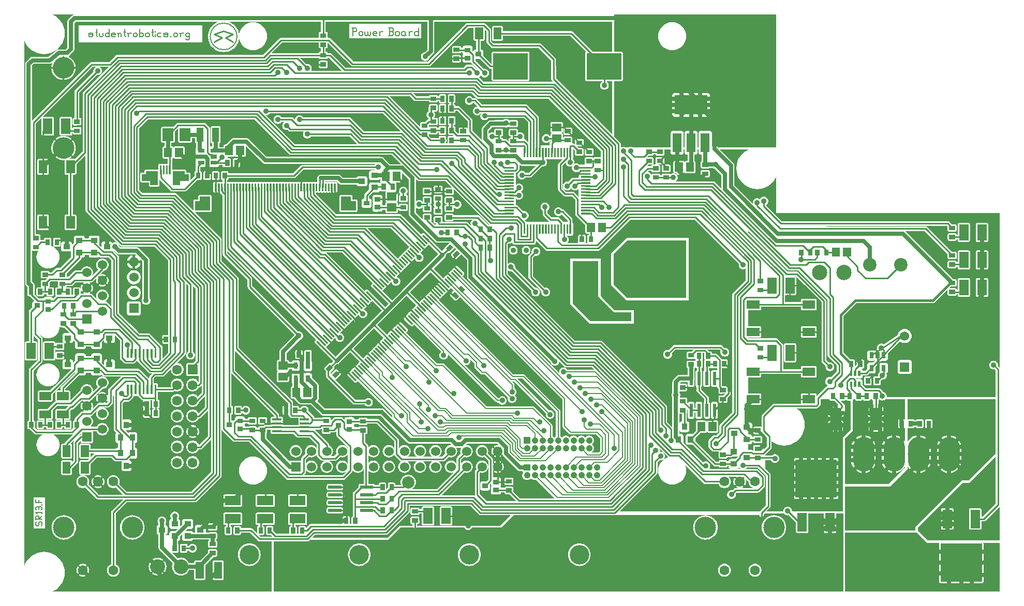
<source format=gbr>
G04 start of page 2 for group 0 idx 0 *
G04 Title: Power Board, component *
G04 Creator: pcb 20110918 *
G04 CreationDate: Wed 12 Sep 2012 08:57:34 PM GMT UTC *
G04 For: rob *
G04 Format: Gerber/RS-274X *
G04 PCB-Dimensions: 653543 393701 *
G04 PCB-Coordinate-Origin: lower left *
%MOIN*%
%FSLAX25Y25*%
%LNTOP*%
%ADD69C,0.0598*%
%ADD68C,0.0906*%
%ADD67C,0.0380*%
%ADD66C,0.0350*%
%ADD65C,0.1280*%
%ADD64C,0.0300*%
%ADD63C,0.1063*%
%ADD62C,0.0394*%
%ADD61C,0.1250*%
%ADD60C,0.0669*%
%ADD59C,0.0260*%
%ADD58C,0.0400*%
%ADD57C,0.1600*%
%ADD56C,0.0197*%
%ADD55C,0.0354*%
%ADD54C,0.0360*%
%ADD53R,0.0130X0.0130*%
%ADD52R,0.2453X0.2453*%
%ADD51R,0.0150X0.0150*%
%ADD50R,0.0709X0.0709*%
%ADD49R,0.0200X0.0200*%
%ADD48C,0.0787*%
%ADD47R,0.0290X0.0290*%
%ADD46R,0.1693X0.1693*%
%ADD45R,0.1220X0.1220*%
%ADD44R,0.0560X0.0560*%
%ADD43R,0.0110X0.0110*%
%ADD42R,0.0276X0.0276*%
%ADD41R,0.0433X0.0433*%
%ADD40R,0.0197X0.0197*%
%ADD39R,0.0600X0.0600*%
%ADD38R,0.0340X0.0340*%
%ADD37R,0.0551X0.0551*%
%ADD36R,0.0118X0.0118*%
%ADD35R,0.0630X0.0630*%
%ADD34R,0.0283X0.0283*%
%ADD33R,0.0315X0.0315*%
%ADD32R,0.0240X0.0240*%
%ADD31R,0.0690X0.0690*%
%ADD30R,0.0433X0.0433*%
%ADD29R,0.0512X0.0512*%
%ADD28C,0.0945*%
%ADD27C,0.1260*%
%ADD26C,0.1260*%
%ADD25C,0.0630*%
%ADD24C,0.1378*%
%ADD23C,0.0866*%
%ADD22C,0.0984*%
%ADD21C,0.0420*%
%ADD20C,0.0600*%
%ADD19C,0.0110*%
%ADD18C,0.0150*%
%ADD17C,0.0472*%
%ADD16C,0.0158*%
%ADD15C,0.0200*%
%ADD14C,0.0079*%
%ADD13C,0.0250*%
%ADD12C,0.0100*%
%ADD11C,0.0001*%
G54D11*G36*
X157865Y48894D02*X158435D01*
X163465Y43864D01*
X163503Y43819D01*
X163683Y43666D01*
X163884Y43542D01*
X164102Y43452D01*
X164332Y43397D01*
X164567Y43378D01*
X164626Y43383D01*
X172441D01*
Y11024D01*
X157865D01*
Y27524D01*
X157876Y27523D01*
X159021Y27613D01*
X160139Y27881D01*
X161200Y28321D01*
X162180Y28921D01*
X163054Y29667D01*
X163800Y30541D01*
X164400Y31521D01*
X164840Y32582D01*
X165108Y33700D01*
X165176Y34845D01*
X165108Y35991D01*
X164840Y37108D01*
X164400Y38170D01*
X163800Y39149D01*
X163054Y40023D01*
X162180Y40769D01*
X161200Y41370D01*
X160139Y41809D01*
X159021Y42078D01*
X157876Y42168D01*
X157865Y42167D01*
Y48894D01*
G37*
G36*
X137794Y51575D02*X141929D01*
X141937Y48340D01*
X141973Y48190D01*
X142032Y48046D01*
X142113Y47914D01*
X142214Y47797D01*
X142331Y47696D01*
X142463Y47615D01*
X142607Y47556D01*
X142757Y47520D01*
X142912Y47511D01*
X145897Y47520D01*
X146048Y47556D01*
X146191Y47615D01*
X146323Y47696D01*
X146441Y47797D01*
X146541Y47914D01*
X146622Y48046D01*
X146681Y48190D01*
X146717Y48340D01*
X146727Y48495D01*
X146719Y51575D01*
X147763D01*
X147771Y48340D01*
X147807Y48190D01*
X147866Y48046D01*
X147947Y47914D01*
X148048Y47797D01*
X148165Y47696D01*
X148297Y47615D01*
X148441Y47556D01*
X148591Y47520D01*
X148746Y47511D01*
X151731Y47520D01*
X151882Y47556D01*
X152025Y47615D01*
X152157Y47696D01*
X152275Y47797D01*
X152375Y47914D01*
X152456Y48046D01*
X152515Y48190D01*
X152551Y48340D01*
X152561Y48495D01*
X152560Y48894D01*
X157865D01*
Y42167D01*
X156731Y42078D01*
X155613Y41809D01*
X154552Y41370D01*
X153572Y40769D01*
X152698Y40023D01*
X151952Y39149D01*
X151352Y38170D01*
X150912Y37108D01*
X150644Y35991D01*
X150553Y34845D01*
X150644Y33700D01*
X150912Y32582D01*
X151352Y31521D01*
X151952Y30541D01*
X152698Y29667D01*
X153572Y28921D01*
X154552Y28321D01*
X155613Y27881D01*
X156731Y27613D01*
X157865Y27524D01*
Y11024D01*
X137794D01*
Y18494D01*
X140510Y18498D01*
X140663Y18535D01*
X140808Y18595D01*
X140943Y18678D01*
X141062Y18780D01*
X141164Y18900D01*
X141247Y19034D01*
X141307Y19179D01*
X141344Y19332D01*
X141353Y19489D01*
X141344Y30274D01*
X141307Y30427D01*
X141247Y30573D01*
X141164Y30707D01*
X141062Y30826D01*
X140943Y30929D01*
X140808Y31011D01*
X140663Y31071D01*
X140510Y31108D01*
X140353Y31117D01*
X137794Y31113D01*
Y51575D01*
G37*
G36*
X118669Y43660D02*X120345Y43665D01*
X120575Y43720D01*
X120793Y43811D01*
X120994Y43934D01*
X121174Y44087D01*
X121327Y44267D01*
X121451Y44468D01*
X121506Y44601D01*
X131831D01*
X131904Y44556D01*
X132002Y44516D01*
Y44069D01*
X131904Y44028D01*
X131772Y43947D01*
X131655Y43847D01*
X131554Y43729D01*
X131473Y43597D01*
X131414Y43454D01*
X131378Y43303D01*
X131368Y43149D01*
X131378Y40163D01*
X131414Y40013D01*
X131473Y39870D01*
X131554Y39737D01*
X131655Y39620D01*
X131772Y39519D01*
X131904Y39438D01*
X132047Y39379D01*
X132198Y39343D01*
X132352Y39334D01*
X136306Y39343D01*
X136456Y39379D01*
X136600Y39438D01*
X136732Y39519D01*
X136849Y39620D01*
X136950Y39737D01*
X137031Y39870D01*
X137090Y40013D01*
X137126Y40163D01*
X137135Y40318D01*
X137126Y43303D01*
X137090Y43454D01*
X137031Y43597D01*
X136950Y43729D01*
X136849Y43847D01*
X136732Y43947D01*
X136600Y44028D01*
X136502Y44069D01*
Y44516D01*
X136600Y44556D01*
X136732Y44637D01*
X136849Y44738D01*
X136950Y44855D01*
X137031Y44988D01*
X137090Y45131D01*
X137126Y45281D01*
X137135Y45436D01*
X137126Y48421D01*
X137090Y48572D01*
X137031Y48715D01*
X136950Y48847D01*
X136849Y48965D01*
X136732Y49065D01*
X136600Y49146D01*
X136456Y49205D01*
X136306Y49241D01*
X136151Y49251D01*
X132198Y49241D01*
X132047Y49205D01*
X131904Y49146D01*
X131831Y49101D01*
X129810D01*
X129800Y51575D01*
X131376D01*
X131378Y51115D01*
X131414Y50965D01*
X131473Y50822D01*
X131554Y50689D01*
X131655Y50572D01*
X131772Y50471D01*
X131904Y50390D01*
X132047Y50331D01*
X132198Y50295D01*
X132352Y50286D01*
X136306Y50295D01*
X136456Y50331D01*
X136600Y50390D01*
X136732Y50471D01*
X136849Y50572D01*
X136950Y50689D01*
X137031Y50822D01*
X137090Y50965D01*
X137126Y51115D01*
X137135Y51270D01*
X137135Y51575D01*
X137794D01*
Y31113D01*
X135078Y31108D01*
X134925Y31071D01*
X134780Y31011D01*
X134645Y30929D01*
X134526Y30826D01*
X134423Y30707D01*
X134341Y30573D01*
X134281Y30427D01*
X134244Y30274D01*
X134235Y30117D01*
X134244Y19332D01*
X134281Y19179D01*
X134341Y19034D01*
X134423Y18900D01*
X134526Y18780D01*
X134645Y18678D01*
X134780Y18595D01*
X134925Y18535D01*
X135078Y18498D01*
X135235Y18489D01*
X137794Y18494D01*
Y11024D01*
X118669D01*
Y24218D01*
X118882Y24567D01*
X119027Y24916D01*
X122429D01*
X122434Y19332D01*
X122471Y19179D01*
X122531Y19034D01*
X122613Y18900D01*
X122716Y18780D01*
X122835Y18678D01*
X122970Y18595D01*
X123115Y18535D01*
X123268Y18498D01*
X123425Y18489D01*
X128700Y18498D01*
X128853Y18535D01*
X128998Y18595D01*
X129133Y18678D01*
X129252Y18780D01*
X129354Y18900D01*
X129437Y19034D01*
X129497Y19179D01*
X129534Y19332D01*
X129543Y19489D01*
X129536Y28001D01*
X135041Y33506D01*
X136306Y33509D01*
X136456Y33545D01*
X136600Y33604D01*
X136732Y33685D01*
X136849Y33786D01*
X136950Y33903D01*
X137031Y34036D01*
X137090Y34179D01*
X137126Y34329D01*
X137135Y34484D01*
X137126Y37469D01*
X137090Y37620D01*
X137031Y37763D01*
X136950Y37895D01*
X136849Y38013D01*
X136732Y38113D01*
X136600Y38194D01*
X136456Y38253D01*
X136306Y38290D01*
X136151Y38299D01*
X132198Y38290D01*
X132047Y38253D01*
X131904Y38194D01*
X131772Y38113D01*
X131655Y38013D01*
X131554Y37895D01*
X131473Y37763D01*
X131414Y37620D01*
X131378Y37469D01*
X131368Y37315D01*
X131372Y36201D01*
X126284Y31113D01*
X123268Y31108D01*
X123115Y31071D01*
X122970Y31011D01*
X122835Y30929D01*
X122716Y30826D01*
X122613Y30707D01*
X122531Y30573D01*
X122471Y30427D01*
X122434Y30274D01*
X122425Y30117D01*
X122426Y29416D01*
X119027D01*
X118882Y29766D01*
X118669Y30114D01*
Y37477D01*
X118895D01*
X118988Y37326D01*
X119274Y36991D01*
X119609Y36705D01*
X119985Y36475D01*
X120392Y36306D01*
X120820Y36203D01*
X121260Y36169D01*
X121699Y36203D01*
X122128Y36306D01*
X122535Y36475D01*
X122911Y36705D01*
X123246Y36991D01*
X123532Y37326D01*
X123762Y37702D01*
X123931Y38109D01*
X124034Y38538D01*
X124060Y38977D01*
X124034Y39417D01*
X123931Y39845D01*
X123762Y40252D01*
X123532Y40628D01*
X123246Y40963D01*
X122911Y41249D01*
X122535Y41480D01*
X122128Y41648D01*
X121699Y41751D01*
X121260Y41786D01*
X120820Y41751D01*
X120392Y41648D01*
X119985Y41480D01*
X119609Y41249D01*
X119274Y40963D01*
X118988Y40628D01*
X118895Y40477D01*
X118669D01*
Y43660D01*
G37*
G36*
Y11024D02*X103543D01*
Y24023D01*
X103781Y24402D01*
X104014Y24872D01*
X104202Y25361D01*
X104345Y25866D01*
X104440Y26382D01*
X104488Y26904D01*
Y27428D01*
X104440Y27951D01*
X104345Y28466D01*
X104202Y28971D01*
X104014Y29460D01*
X103781Y29931D01*
X103543Y30319D01*
Y34222D01*
X108479Y29285D01*
X108334Y28936D01*
X108124Y28062D01*
X108054Y27166D01*
X108124Y26270D01*
X108334Y25397D01*
X108678Y24567D01*
X109147Y23800D01*
X109731Y23117D01*
X110414Y22534D01*
X111180Y22064D01*
X112011Y21720D01*
X112884Y21511D01*
X113780Y21440D01*
X114676Y21511D01*
X115549Y21720D01*
X116380Y22064D01*
X117146Y22534D01*
X117829Y23117D01*
X118413Y23800D01*
X118669Y24218D01*
Y11024D01*
G37*
G36*
X103543D02*X98602D01*
Y21458D01*
X99042D01*
X99564Y21506D01*
X100080Y21601D01*
X100585Y21744D01*
X101074Y21932D01*
X101544Y22165D01*
X101991Y22439D01*
X102053Y22488D01*
X102105Y22546D01*
X102148Y22611D01*
X102181Y22682D01*
X102201Y22758D01*
X102210Y22836D01*
X102206Y22914D01*
X102190Y22990D01*
X102163Y23063D01*
X102124Y23131D01*
X102075Y23192D01*
X102017Y23245D01*
X101952Y23288D01*
X101880Y23320D01*
X101805Y23341D01*
X101727Y23350D01*
X101649Y23346D01*
X101572Y23330D01*
X101499Y23302D01*
X101432Y23262D01*
X101066Y23031D01*
X100677Y22839D01*
X100272Y22683D01*
X99855Y22566D01*
X99429Y22486D01*
X98997Y22447D01*
X98602D01*
Y24916D01*
X98780D01*
X99133Y24937D01*
X99477Y25020D01*
X99805Y25155D01*
X100107Y25340D01*
X100376Y25570D01*
X100606Y25840D01*
X100791Y26142D01*
X100926Y26469D01*
X101009Y26813D01*
X101037Y27166D01*
X101009Y27519D01*
X100926Y27864D01*
X100791Y28191D01*
X100606Y28493D01*
X100376Y28762D01*
X100107Y28992D01*
X99805Y29177D01*
X99477Y29313D01*
X99133Y29395D01*
X98780Y29416D01*
X98602D01*
Y31886D01*
X98997D01*
X99429Y31846D01*
X99855Y31767D01*
X100272Y31649D01*
X100677Y31493D01*
X101066Y31301D01*
X101435Y31074D01*
X101501Y31034D01*
X101574Y31007D01*
X101650Y30991D01*
X101727Y30988D01*
X101804Y30996D01*
X101879Y31017D01*
X101949Y31049D01*
X102014Y31091D01*
X102071Y31143D01*
X102120Y31204D01*
X102158Y31271D01*
X102185Y31343D01*
X102201Y31419D01*
X102205Y31497D01*
X102196Y31574D01*
X102176Y31648D01*
X102144Y31719D01*
X102101Y31784D01*
X102049Y31841D01*
X101988Y31888D01*
X101544Y32167D01*
X101074Y32400D01*
X100585Y32588D01*
X100080Y32731D01*
X99564Y32827D01*
X99042Y32875D01*
X98602D01*
Y47968D01*
X98759Y47834D01*
X98960Y47711D01*
X99178Y47620D01*
X99393Y47569D01*
Y39391D01*
X99386Y39303D01*
X99414Y38950D01*
X99496Y38606D01*
X99536Y38510D01*
X99632Y38279D01*
X99747Y38091D01*
X99817Y37977D01*
X99817Y37976D01*
X100047Y37707D01*
X100114Y37650D01*
X103543Y34222D01*
Y30319D01*
X103507Y30378D01*
X103458Y30439D01*
X103400Y30492D01*
X103335Y30534D01*
X103264Y30567D01*
X103188Y30587D01*
X103111Y30596D01*
X103032Y30592D01*
X102956Y30576D01*
X102883Y30549D01*
X102815Y30510D01*
X102754Y30461D01*
X102701Y30403D01*
X102658Y30338D01*
X102626Y30267D01*
X102605Y30191D01*
X102597Y30113D01*
X102600Y30035D01*
X102616Y29959D01*
X102644Y29885D01*
X102684Y29818D01*
X102915Y29452D01*
X103107Y29063D01*
X103263Y28658D01*
X103381Y28241D01*
X103460Y27815D01*
X103500Y27383D01*
Y26949D01*
X103460Y26518D01*
X103381Y26091D01*
X103263Y25674D01*
X103107Y25269D01*
X102915Y24881D01*
X102688Y24511D01*
X102648Y24445D01*
X102621Y24372D01*
X102605Y24296D01*
X102602Y24219D01*
X102610Y24142D01*
X102631Y24067D01*
X102662Y23997D01*
X102705Y23932D01*
X102757Y23875D01*
X102818Y23826D01*
X102885Y23788D01*
X102957Y23761D01*
X103033Y23745D01*
X103110Y23741D01*
X103187Y23750D01*
X103262Y23770D01*
X103333Y23802D01*
X103397Y23845D01*
X103455Y23897D01*
X103502Y23958D01*
X103543Y24023D01*
Y11024D01*
G37*
G36*
X112093Y43669D02*X112308Y43720D01*
X112526Y43811D01*
X112727Y43934D01*
X112907Y44087D01*
X113060Y44267D01*
X113184Y44468D01*
X113274Y44686D01*
X113329Y44916D01*
X113343Y45151D01*
X113337Y46696D01*
X114612Y47971D01*
X114624Y44916D01*
X114679Y44686D01*
X114769Y44468D01*
X114893Y44267D01*
X115046Y44087D01*
X115226Y43934D01*
X115427Y43811D01*
X115645Y43720D01*
X115875Y43665D01*
X116110Y43651D01*
X118669Y43660D01*
Y40477D01*
X118068D01*
X118067Y41031D01*
X118031Y41182D01*
X117972Y41325D01*
X117891Y41457D01*
X117790Y41575D01*
X117673Y41675D01*
X117540Y41756D01*
X117397Y41815D01*
X117247Y41852D01*
X117092Y41861D01*
X114107Y41852D01*
X113956Y41815D01*
X113813Y41756D01*
X113681Y41675D01*
X113563Y41575D01*
X113463Y41457D01*
X113382Y41325D01*
X113323Y41182D01*
X113286Y41031D01*
X113277Y40877D01*
X113286Y36923D01*
X113323Y36773D01*
X113382Y36630D01*
X113463Y36498D01*
X113563Y36380D01*
X113681Y36279D01*
X113813Y36198D01*
X113956Y36139D01*
X114107Y36103D01*
X114261Y36094D01*
X117247Y36103D01*
X117397Y36139D01*
X117540Y36198D01*
X117673Y36279D01*
X117790Y36380D01*
X117891Y36498D01*
X117972Y36630D01*
X118031Y36773D01*
X118067Y36923D01*
X118076Y37078D01*
X118075Y37477D01*
X118669D01*
Y30114D01*
X118413Y30532D01*
X117829Y31215D01*
X117146Y31799D01*
X116380Y32268D01*
X115549Y32612D01*
X114676Y32822D01*
X113780Y32892D01*
X112884Y32822D01*
X112011Y32612D01*
X111661Y32467D01*
X107852Y36276D01*
X107979Y36198D01*
X108122Y36139D01*
X108273Y36103D01*
X108427Y36094D01*
X111413Y36103D01*
X111563Y36139D01*
X111706Y36198D01*
X111839Y36279D01*
X111956Y36380D01*
X112057Y36498D01*
X112138Y36630D01*
X112197Y36773D01*
X112233Y36923D01*
X112242Y37078D01*
X112233Y41031D01*
X112197Y41182D01*
X112138Y41325D01*
X112093Y41398D01*
Y43669D01*
G37*
G36*
X98602Y11024D02*X94017D01*
Y24013D01*
X94053Y23955D01*
X94102Y23893D01*
X94160Y23841D01*
X94225Y23798D01*
X94296Y23766D01*
X94372Y23745D01*
X94449Y23736D01*
X94528Y23740D01*
X94604Y23756D01*
X94677Y23784D01*
X94745Y23822D01*
X94806Y23871D01*
X94859Y23929D01*
X94902Y23994D01*
X94934Y24066D01*
X94955Y24141D01*
X94963Y24219D01*
X94960Y24297D01*
X94944Y24374D01*
X94916Y24447D01*
X94876Y24514D01*
X94645Y24881D01*
X94453Y25269D01*
X94297Y25674D01*
X94179Y26091D01*
X94100Y26518D01*
X94060Y26949D01*
Y27383D01*
X94100Y27815D01*
X94179Y28241D01*
X94297Y28658D01*
X94453Y29063D01*
X94645Y29452D01*
X94872Y29821D01*
X94912Y29888D01*
X94939Y29960D01*
X94955Y30036D01*
X94958Y30113D01*
X94950Y30190D01*
X94929Y30265D01*
X94898Y30335D01*
X94855Y30400D01*
X94803Y30457D01*
X94742Y30506D01*
X94675Y30544D01*
X94603Y30572D01*
X94527Y30587D01*
X94450Y30591D01*
X94373Y30582D01*
X94298Y30562D01*
X94227Y30530D01*
X94163Y30488D01*
X94105Y30435D01*
X94058Y30374D01*
X94017Y30310D01*
Y51575D01*
X98146D01*
X98157Y48816D01*
X98212Y48586D01*
X98302Y48368D01*
X98426Y48167D01*
X98579Y47987D01*
X98602Y47968D01*
Y32875D01*
X98518D01*
X97996Y32827D01*
X97480Y32731D01*
X96975Y32588D01*
X96486Y32400D01*
X96015Y32167D01*
X95569Y31893D01*
X95507Y31844D01*
X95455Y31787D01*
X95412Y31721D01*
X95379Y31650D01*
X95359Y31574D01*
X95350Y31497D01*
X95354Y31419D01*
X95370Y31342D01*
X95397Y31269D01*
X95436Y31201D01*
X95485Y31140D01*
X95543Y31087D01*
X95608Y31044D01*
X95680Y31012D01*
X95755Y30991D01*
X95833Y30983D01*
X95911Y30986D01*
X95987Y31002D01*
X96061Y31030D01*
X96128Y31070D01*
X96494Y31301D01*
X96883Y31493D01*
X97288Y31649D01*
X97705Y31767D01*
X98131Y31846D01*
X98563Y31886D01*
X98602D01*
Y29416D01*
X98424D01*
X98071Y29395D01*
X97727Y29313D01*
X97399Y29177D01*
X97097Y28992D01*
X96828Y28762D01*
X96598Y28493D01*
X96413Y28191D01*
X96278Y27864D01*
X96195Y27519D01*
X96167Y27166D01*
X96195Y26813D01*
X96278Y26469D01*
X96413Y26142D01*
X96598Y25840D01*
X96828Y25570D01*
X97097Y25340D01*
X97399Y25155D01*
X97727Y25020D01*
X98071Y24937D01*
X98424Y24916D01*
X98602D01*
Y22447D01*
X98563D01*
X98131Y22486D01*
X97705Y22566D01*
X97288Y22683D01*
X96883Y22839D01*
X96494Y23031D01*
X96125Y23258D01*
X96059Y23298D01*
X95986Y23325D01*
X95910Y23341D01*
X95833Y23345D01*
X95756Y23336D01*
X95681Y23316D01*
X95611Y23284D01*
X95546Y23241D01*
X95489Y23189D01*
X95440Y23129D01*
X95402Y23061D01*
X95375Y22989D01*
X95359Y22913D01*
X95355Y22836D01*
X95364Y22759D01*
X95384Y22684D01*
X95416Y22613D01*
X95459Y22549D01*
X95511Y22491D01*
X95572Y22444D01*
X96015Y22165D01*
X96486Y21932D01*
X96975Y21744D01*
X97480Y21601D01*
X97996Y21506D01*
X98518Y21458D01*
X98602D01*
Y11024D01*
G37*
G36*
X94017D02*X53995D01*
Y22577D01*
X54033Y22598D01*
X54094Y22646D01*
X54147Y22703D01*
X54189Y22767D01*
X54368Y23111D01*
X54510Y23472D01*
X54617Y23844D01*
X54689Y24224D01*
X54725Y24610D01*
Y24998D01*
X54689Y25383D01*
X54617Y25764D01*
X54510Y26136D01*
X54368Y26497D01*
X54193Y26843D01*
X54150Y26908D01*
X54096Y26965D01*
X54035Y27013D01*
X53995Y27035D01*
Y51575D01*
X68778D01*
Y28657D01*
X68396Y28498D01*
X67841Y28158D01*
X67346Y27736D01*
X66924Y27241D01*
X66584Y26686D01*
X66335Y26085D01*
X66183Y25453D01*
X66132Y24804D01*
X66183Y24155D01*
X66335Y23523D01*
X66584Y22922D01*
X66924Y22367D01*
X67346Y21872D01*
X67841Y21450D01*
X68396Y21110D01*
X68997Y20861D01*
X69629Y20709D01*
X70278Y20658D01*
X70927Y20709D01*
X71559Y20861D01*
X72160Y21110D01*
X72715Y21450D01*
X73210Y21872D01*
X73632Y22367D01*
X73972Y22922D01*
X74221Y23523D01*
X74373Y24155D01*
X74412Y24804D01*
X74373Y25453D01*
X74221Y26085D01*
X73972Y26686D01*
X73632Y27241D01*
X73210Y27736D01*
X72715Y28158D01*
X72160Y28498D01*
X71778Y28657D01*
Y51575D01*
X74646D01*
X74681Y51127D01*
X74970Y49922D01*
X75445Y48777D01*
X76092Y47720D01*
X76897Y46778D01*
X77840Y45973D01*
X78896Y45326D01*
X80041Y44851D01*
X81246Y44562D01*
X82482Y44465D01*
X83718Y44562D01*
X84923Y44851D01*
X86068Y45326D01*
X87124Y45973D01*
X88067Y46778D01*
X88872Y47720D01*
X89519Y48777D01*
X89994Y49922D01*
X90283Y51127D01*
X90309Y51575D01*
X94017D01*
Y30310D01*
X93779Y29931D01*
X93546Y29460D01*
X93358Y28971D01*
X93215Y28466D01*
X93120Y27951D01*
X93072Y27428D01*
Y26904D01*
X93120Y26382D01*
X93215Y25866D01*
X93358Y25361D01*
X93546Y24872D01*
X93779Y24402D01*
X94017Y24013D01*
Y11024D01*
G37*
G36*
X53995D02*X50594D01*
Y20670D01*
X50786D01*
X51171Y20707D01*
X51552Y20779D01*
X51924Y20886D01*
X52285Y21028D01*
X52631Y21203D01*
X52696Y21246D01*
X52753Y21300D01*
X52801Y21361D01*
X52838Y21429D01*
X52865Y21502D01*
X52880Y21579D01*
X52883Y21657D01*
X52873Y21734D01*
X52852Y21809D01*
X52819Y21880D01*
X52775Y21945D01*
X52722Y22002D01*
X52660Y22050D01*
X52592Y22087D01*
X52519Y22114D01*
X52442Y22129D01*
X52364Y22132D01*
X52287Y22122D01*
X52212Y22101D01*
X52142Y22066D01*
X51881Y21930D01*
X51606Y21822D01*
X51323Y21740D01*
X51033Y21686D01*
X50739Y21658D01*
X50594D01*
Y27950D01*
X50739D01*
X51033Y27922D01*
X51323Y27868D01*
X51606Y27786D01*
X51881Y27678D01*
X52144Y27545D01*
X52213Y27511D01*
X52288Y27489D01*
X52364Y27480D01*
X52442Y27482D01*
X52518Y27497D01*
X52591Y27524D01*
X52658Y27561D01*
X52719Y27609D01*
X52772Y27666D01*
X52816Y27730D01*
X52848Y27800D01*
X52870Y27874D01*
X52879Y27951D01*
X52876Y28029D01*
X52862Y28105D01*
X52835Y28177D01*
X52798Y28245D01*
X52750Y28306D01*
X52693Y28359D01*
X52629Y28401D01*
X52285Y28580D01*
X51924Y28722D01*
X51552Y28829D01*
X51171Y28901D01*
X50786Y28937D01*
X50594D01*
Y51575D01*
X53995D01*
Y27035D01*
X53967Y27050D01*
X53894Y27077D01*
X53817Y27092D01*
X53739Y27095D01*
X53662Y27085D01*
X53587Y27064D01*
X53516Y27031D01*
X53451Y26987D01*
X53394Y26934D01*
X53346Y26872D01*
X53309Y26804D01*
X53282Y26731D01*
X53267Y26654D01*
X53264Y26576D01*
X53274Y26499D01*
X53295Y26424D01*
X53330Y26354D01*
X53466Y26093D01*
X53574Y25818D01*
X53656Y25535D01*
X53710Y25245D01*
X53738Y24951D01*
Y24657D01*
X53710Y24363D01*
X53656Y24073D01*
X53574Y23790D01*
X53466Y23515D01*
X53333Y23252D01*
X53299Y23183D01*
X53277Y23108D01*
X53268Y23032D01*
X53270Y22954D01*
X53285Y22878D01*
X53312Y22805D01*
X53349Y22738D01*
X53397Y22677D01*
X53454Y22624D01*
X53518Y22580D01*
X53588Y22548D01*
X53662Y22526D01*
X53739Y22517D01*
X53817Y22520D01*
X53893Y22534D01*
X53965Y22561D01*
X53995Y22577D01*
Y11024D01*
G37*
G36*
X50594D02*X47189D01*
Y22573D01*
X47217Y22558D01*
X47290Y22531D01*
X47367Y22516D01*
X47445Y22513D01*
X47522Y22523D01*
X47597Y22544D01*
X47668Y22577D01*
X47733Y22621D01*
X47790Y22674D01*
X47838Y22736D01*
X47875Y22804D01*
X47902Y22877D01*
X47917Y22954D01*
X47920Y23032D01*
X47910Y23109D01*
X47889Y23184D01*
X47854Y23254D01*
X47718Y23515D01*
X47610Y23790D01*
X47528Y24073D01*
X47474Y24363D01*
X47446Y24657D01*
Y24951D01*
X47474Y25245D01*
X47528Y25535D01*
X47610Y25818D01*
X47718Y26093D01*
X47851Y26356D01*
X47885Y26425D01*
X47907Y26500D01*
X47916Y26576D01*
X47914Y26654D01*
X47899Y26730D01*
X47872Y26803D01*
X47835Y26870D01*
X47787Y26931D01*
X47730Y26984D01*
X47666Y27028D01*
X47596Y27060D01*
X47522Y27082D01*
X47445Y27091D01*
X47367Y27088D01*
X47291Y27074D01*
X47219Y27047D01*
X47189Y27031D01*
Y51575D01*
X50594D01*
Y28937D01*
X50398D01*
X50012Y28901D01*
X49632Y28829D01*
X49260Y28722D01*
X48899Y28580D01*
X48553Y28405D01*
X48488Y28362D01*
X48431Y28308D01*
X48383Y28247D01*
X48346Y28179D01*
X48319Y28106D01*
X48304Y28029D01*
X48301Y27951D01*
X48311Y27874D01*
X48332Y27799D01*
X48365Y27728D01*
X48409Y27663D01*
X48462Y27606D01*
X48524Y27558D01*
X48592Y27521D01*
X48665Y27494D01*
X48742Y27479D01*
X48820Y27476D01*
X48897Y27486D01*
X48972Y27507D01*
X49042Y27542D01*
X49303Y27678D01*
X49578Y27786D01*
X49861Y27868D01*
X50151Y27922D01*
X50445Y27950D01*
X50594D01*
Y21658D01*
X50445D01*
X50151Y21686D01*
X49861Y21740D01*
X49578Y21822D01*
X49303Y21930D01*
X49040Y22063D01*
X48971Y22097D01*
X48896Y22119D01*
X48820Y22128D01*
X48742Y22126D01*
X48666Y22111D01*
X48593Y22084D01*
X48526Y22047D01*
X48465Y21999D01*
X48412Y21942D01*
X48368Y21878D01*
X48336Y21808D01*
X48314Y21734D01*
X48305Y21657D01*
X48308Y21579D01*
X48322Y21503D01*
X48349Y21431D01*
X48386Y21363D01*
X48434Y21302D01*
X48491Y21249D01*
X48555Y21207D01*
X48899Y21028D01*
X49260Y20886D01*
X49632Y20779D01*
X50012Y20707D01*
X50398Y20670D01*
X50594D01*
Y11024D01*
G37*
G36*
X47189D02*X31010D01*
X31670Y11298D01*
X33462Y12395D01*
X35060Y13760D01*
X36425Y15358D01*
X37523Y17150D01*
X38327Y19091D01*
X38817Y21134D01*
X38941Y23229D01*
X38817Y25324D01*
X38327Y27367D01*
X37523Y29309D01*
X36425Y31100D01*
X35060Y32698D01*
X33462Y34063D01*
X31670Y35161D01*
X29729Y35965D01*
X27686Y36455D01*
X25591Y36620D01*
X23496Y36455D01*
X21453Y35965D01*
X19512Y35161D01*
X17720Y34063D01*
X16122Y32698D01*
X14757Y31100D01*
X13659Y29309D01*
X12992Y27697D01*
Y51575D01*
X30552D01*
X30587Y51127D01*
X30876Y49922D01*
X31351Y48777D01*
X31998Y47720D01*
X32803Y46778D01*
X33746Y45973D01*
X34802Y45326D01*
X35947Y44851D01*
X37152Y44562D01*
X38388Y44465D01*
X39624Y44562D01*
X40829Y44851D01*
X41974Y45326D01*
X43030Y45973D01*
X43973Y46778D01*
X44778Y47720D01*
X45425Y48777D01*
X45900Y49922D01*
X46189Y51127D01*
X46215Y51575D01*
X47189D01*
Y27031D01*
X47151Y27010D01*
X47090Y26962D01*
X47037Y26905D01*
X46995Y26841D01*
X46816Y26497D01*
X46674Y26136D01*
X46567Y25764D01*
X46495Y25383D01*
X46459Y24998D01*
Y24610D01*
X46495Y24224D01*
X46567Y23844D01*
X46674Y23472D01*
X46816Y23111D01*
X46991Y22765D01*
X47034Y22700D01*
X47088Y22643D01*
X47149Y22595D01*
X47189Y22573D01*
Y11024D01*
G37*
G36*
X451575Y283826D02*X453629Y283831D01*
X453780Y283867D01*
X453923Y283926D01*
X453996Y283971D01*
X456591D01*
X456617Y283949D01*
X456993Y283719D01*
X457400Y283550D01*
X457829Y283447D01*
X457863Y283444D01*
X461924Y279384D01*
Y270906D01*
X457795Y275035D01*
X457757Y275080D01*
X457577Y275233D01*
X457577Y275233D01*
X457577Y275233D01*
X457509Y275275D01*
X457376Y275357D01*
X457158Y275447D01*
X456928Y275502D01*
X456928Y275502D01*
X456693Y275521D01*
X456634Y275516D01*
X451575D01*
Y277992D01*
X453629Y277997D01*
X453780Y278033D01*
X453923Y278092D01*
X454055Y278173D01*
X454173Y278274D01*
X454273Y278392D01*
X454354Y278524D01*
X454413Y278667D01*
X454450Y278817D01*
X454459Y278972D01*
X454450Y281957D01*
X454413Y282108D01*
X454354Y282251D01*
X454273Y282383D01*
X454173Y282501D01*
X454055Y282601D01*
X453923Y282682D01*
X453780Y282742D01*
X453629Y282778D01*
X453475Y282787D01*
X451575Y282782D01*
Y283826D01*
G37*
G36*
X426378Y296063D02*X429186D01*
X429189Y294059D01*
X429244Y293829D01*
X429334Y293611D01*
X429458Y293410D01*
X429611Y293230D01*
X429790Y293077D01*
X429992Y292953D01*
X430210Y292863D01*
X430439Y292808D01*
X430675Y292794D01*
X436510Y292808D01*
X436740Y292863D01*
X436958Y292953D01*
X437159Y293077D01*
X437339Y293230D01*
X437492Y293410D01*
X437615Y293611D01*
X437706Y293829D01*
X437761Y294059D01*
X437775Y294294D01*
X437773Y296063D01*
X438186D01*
X438189Y294059D01*
X438244Y293829D01*
X438334Y293611D01*
X438458Y293410D01*
X438611Y293230D01*
X438790Y293077D01*
X438992Y292953D01*
X439210Y292863D01*
X439439Y292808D01*
X439675Y292794D01*
X440248Y292795D01*
X440261Y288591D01*
X439016Y288589D01*
X438863Y288552D01*
X438718Y288492D01*
X438583Y288410D01*
X438464Y288307D01*
X438361Y288188D01*
X438279Y288053D01*
X438219Y287908D01*
X438189Y287783D01*
X438159Y287908D01*
X438099Y288053D01*
X438016Y288188D01*
X437914Y288307D01*
X437795Y288410D01*
X437660Y288492D01*
X437515Y288552D01*
X437362Y288589D01*
X437205Y288598D01*
X431930Y288589D01*
X431777Y288552D01*
X431632Y288492D01*
X431497Y288410D01*
X431378Y288307D01*
X431275Y288188D01*
X431193Y288053D01*
X431133Y287908D01*
X431096Y287755D01*
X431087Y287598D01*
X431096Y281537D01*
X431133Y281384D01*
X431193Y281239D01*
X431275Y281104D01*
X431378Y280985D01*
X431497Y280883D01*
X431632Y280800D01*
X431777Y280740D01*
X431930Y280703D01*
X432087Y280694D01*
X432739Y280695D01*
X432820Y280564D01*
X433050Y280294D01*
X433319Y280064D01*
X433621Y279879D01*
X433949Y279744D01*
X434293Y279661D01*
X434646Y279633D01*
X434999Y279661D01*
X435343Y279744D01*
X435671Y279879D01*
X435973Y280064D01*
X436242Y280294D01*
X436472Y280564D01*
X436557Y280702D01*
X437362Y280703D01*
X437515Y280740D01*
X437660Y280800D01*
X437795Y280883D01*
X437914Y280985D01*
X438016Y281104D01*
X438099Y281239D01*
X438159Y281384D01*
X438189Y281509D01*
X438219Y281384D01*
X438279Y281239D01*
X438361Y281104D01*
X438464Y280985D01*
X438583Y280883D01*
X438718Y280800D01*
X438863Y280740D01*
X439016Y280703D01*
X439173Y280694D01*
X444448Y280703D01*
X444601Y280740D01*
X444746Y280800D01*
X444881Y280883D01*
X445000Y280985D01*
X445102Y281104D01*
X445185Y281239D01*
X445245Y281384D01*
X445282Y281537D01*
X445291Y281694D01*
X445282Y287755D01*
X445245Y287908D01*
X445185Y288053D01*
X445102Y288188D01*
X445000Y288307D01*
X444881Y288410D01*
X444761Y288483D01*
X444748Y292806D01*
X445510Y292808D01*
X445740Y292863D01*
X445958Y292953D01*
X446159Y293077D01*
X446339Y293230D01*
X446492Y293410D01*
X446615Y293611D01*
X446706Y293829D01*
X446761Y294059D01*
X446775Y294294D01*
X446773Y296063D01*
X447286D01*
X447289Y294059D01*
X447344Y293829D01*
X447434Y293611D01*
X447558Y293410D01*
X447711Y293230D01*
X447890Y293077D01*
X448092Y292953D01*
X448310Y292863D01*
X448539Y292808D01*
X448775Y292794D01*
X449325Y292795D01*
Y288557D01*
X449228Y288516D01*
X449096Y288435D01*
X448978Y288335D01*
X448877Y288217D01*
X448796Y288085D01*
X448737Y287942D01*
X448701Y287791D01*
X448692Y287637D01*
X448701Y284651D01*
X448737Y284501D01*
X448796Y284358D01*
X448877Y284226D01*
X448978Y284108D01*
X449096Y284007D01*
X449228Y283926D01*
X449371Y283867D01*
X449521Y283831D01*
X449676Y283822D01*
X451575Y283826D01*
Y282782D01*
X449521Y282778D01*
X449371Y282742D01*
X449228Y282682D01*
X449096Y282601D01*
X448978Y282501D01*
X448877Y282383D01*
X448796Y282251D01*
X448737Y282108D01*
X448701Y281957D01*
X448692Y281803D01*
X448701Y278817D01*
X448737Y278667D01*
X448796Y278524D01*
X448877Y278392D01*
X448978Y278274D01*
X449096Y278173D01*
X449228Y278092D01*
X449371Y278033D01*
X449521Y277997D01*
X449676Y277988D01*
X451575Y277992D01*
Y275516D01*
X432484D01*
X432753Y275681D01*
X433088Y275967D01*
X433374Y276302D01*
X433604Y276678D01*
X433773Y277085D01*
X433876Y277514D01*
X433902Y277953D01*
X433876Y278393D01*
X433773Y278821D01*
X433604Y279228D01*
X433374Y279604D01*
X433088Y279939D01*
X432753Y280225D01*
X432377Y280456D01*
X431970Y280624D01*
X431541Y280727D01*
X431102Y280762D01*
X430663Y280727D01*
X430234Y280624D01*
X429827Y280456D01*
X429451Y280225D01*
X429123Y279945D01*
X429076Y280021D01*
X428975Y280139D01*
X428858Y280239D01*
X428726Y280320D01*
X428582Y280379D01*
X428432Y280416D01*
X428277Y280425D01*
X426378Y280420D01*
Y281464D01*
X428432Y281469D01*
X428582Y281505D01*
X428726Y281564D01*
X428858Y281645D01*
X428975Y281746D01*
X429076Y281863D01*
X429157Y281996D01*
X429216Y282139D01*
X429252Y282289D01*
X429261Y282444D01*
X429252Y285429D01*
X429216Y285580D01*
X429157Y285723D01*
X429076Y285855D01*
X428975Y285973D01*
X428858Y286073D01*
X428726Y286154D01*
X428582Y286213D01*
X428432Y286250D01*
X428277Y286259D01*
X426378Y286254D01*
Y296063D01*
G37*
G36*
X414364Y281535D02*X415188Y282359D01*
X416810D01*
X416811Y282289D01*
X416847Y282139D01*
X416906Y281996D01*
X416987Y281863D01*
X417088Y281746D01*
X417205Y281645D01*
X417337Y281564D01*
X417481Y281505D01*
X417631Y281469D01*
X417786Y281460D01*
X421739Y281469D01*
X421890Y281505D01*
X422033Y281564D01*
X422165Y281645D01*
X422282Y281746D01*
X422383Y281863D01*
X422464Y281996D01*
X422523Y282139D01*
X422559Y282289D01*
X422569Y282444D01*
X422559Y285429D01*
X422523Y285580D01*
X422464Y285723D01*
X422383Y285855D01*
X422282Y285973D01*
X422165Y286073D01*
X422033Y286154D01*
X421890Y286213D01*
X421739Y286250D01*
X421596Y286258D01*
X424495Y286265D01*
X424645Y286301D01*
X424789Y286360D01*
X424921Y286441D01*
X425038Y286542D01*
X425139Y286659D01*
X425220Y286791D01*
X425279Y286935D01*
X425315Y287085D01*
X425324Y287240D01*
X425315Y290225D01*
X425279Y290376D01*
X425220Y290519D01*
X425139Y290651D01*
X425038Y290768D01*
X424921Y290869D01*
X424789Y290950D01*
X424645Y291009D01*
X424495Y291045D01*
X424340Y291055D01*
X420387Y291045D01*
X420236Y291009D01*
X420093Y290950D01*
X419961Y290869D01*
X419844Y290768D01*
X419743Y290651D01*
X419662Y290519D01*
X419603Y290376D01*
X419567Y290225D01*
X419557Y290071D01*
X419567Y287085D01*
X419603Y286935D01*
X419662Y286791D01*
X419743Y286659D01*
X419844Y286542D01*
X419961Y286441D01*
X420093Y286360D01*
X420236Y286301D01*
X420387Y286265D01*
X420530Y286256D01*
X417631Y286250D01*
X417481Y286213D01*
X417337Y286154D01*
X417205Y286073D01*
X417088Y285973D01*
X416987Y285855D01*
X416906Y285723D01*
X416847Y285580D01*
X416811Y285429D01*
X416807Y285359D01*
X414626D01*
X414567Y285364D01*
X414332Y285345D01*
X414147Y285301D01*
X415095Y286259D01*
X417409Y286265D01*
X417560Y286301D01*
X417703Y286360D01*
X417835Y286441D01*
X417953Y286542D01*
X418053Y286659D01*
X418134Y286791D01*
X418193Y286935D01*
X418230Y287085D01*
X418239Y287240D01*
X418230Y290225D01*
X418193Y290376D01*
X418134Y290519D01*
X418053Y290651D01*
X417953Y290768D01*
X417835Y290869D01*
X417703Y290950D01*
X417560Y291009D01*
X417409Y291045D01*
X417255Y291055D01*
X414034Y291047D01*
X415080Y292093D01*
X417409Y292099D01*
X417560Y292135D01*
X417703Y292194D01*
X417835Y292275D01*
X417953Y292376D01*
X418053Y292493D01*
X418134Y292625D01*
X418193Y292769D01*
X418230Y292919D01*
X418234Y292989D01*
X419566D01*
X419567Y292919D01*
X419603Y292769D01*
X419662Y292625D01*
X419743Y292493D01*
X419844Y292376D01*
X419961Y292275D01*
X420093Y292194D01*
X420236Y292135D01*
X420387Y292099D01*
X420541Y292090D01*
X424495Y292099D01*
X424645Y292135D01*
X424789Y292194D01*
X424921Y292275D01*
X425038Y292376D01*
X425139Y292493D01*
X425220Y292625D01*
X425279Y292769D01*
X425315Y292919D01*
X425324Y293074D01*
X425315Y296059D01*
X425314Y296063D01*
X426378D01*
Y286254D01*
X424324Y286250D01*
X424173Y286213D01*
X424030Y286154D01*
X423898Y286073D01*
X423781Y285973D01*
X423680Y285855D01*
X423599Y285723D01*
X423540Y285580D01*
X423504Y285429D01*
X423494Y285275D01*
X423504Y282289D01*
X423540Y282139D01*
X423599Y281996D01*
X423680Y281863D01*
X423781Y281746D01*
X423898Y281645D01*
X424030Y281564D01*
X424173Y281505D01*
X424324Y281469D01*
X424478Y281460D01*
X426378Y281464D01*
Y280420D01*
X424324Y280416D01*
X424173Y280379D01*
X424030Y280320D01*
X423898Y280239D01*
X423781Y280139D01*
X423680Y280021D01*
X423599Y279889D01*
X423540Y279746D01*
X423504Y279595D01*
X423499Y279525D01*
X422560D01*
X422559Y279595D01*
X422523Y279746D01*
X422464Y279889D01*
X422383Y280021D01*
X422282Y280139D01*
X422165Y280239D01*
X422033Y280320D01*
X421890Y280379D01*
X421739Y280416D01*
X421585Y280425D01*
X417631Y280416D01*
X417481Y280379D01*
X417337Y280320D01*
X417205Y280239D01*
X417088Y280139D01*
X416987Y280021D01*
X416906Y279889D01*
X416847Y279746D01*
X416825Y279655D01*
X416675Y280016D01*
X416445Y280392D01*
X416159Y280727D01*
X415824Y281013D01*
X415448Y281244D01*
X415041Y281412D01*
X414612Y281515D01*
X414364Y281535D01*
G37*
G36*
X497244Y278439D02*Y253544D01*
X497200D01*
X490870Y259874D01*
Y260431D01*
X491021Y260523D01*
X491356Y260809D01*
X491642Y261144D01*
X491873Y261520D01*
X492041Y261927D01*
X492144Y262356D01*
X492170Y262795D01*
X492144Y263235D01*
X492041Y263663D01*
X491873Y264070D01*
X491642Y264446D01*
X491356Y264781D01*
X491021Y265068D01*
X490645Y265298D01*
X490238Y265466D01*
X489809Y265569D01*
X489370Y265604D01*
X488931Y265569D01*
X488502Y265466D01*
X488095Y265298D01*
X487719Y265068D01*
X487384Y264781D01*
X487098Y264446D01*
X486868Y264070D01*
X486825Y263968D01*
X486690Y264083D01*
X486314Y264314D01*
X485907Y264482D01*
X485478Y264585D01*
X485039Y264620D01*
X484600Y264585D01*
X484171Y264482D01*
X483764Y264314D01*
X483388Y264083D01*
X483053Y263797D01*
X482767Y263462D01*
X482536Y263086D01*
X482368Y262679D01*
X482265Y262251D01*
X482230Y261811D01*
X482265Y261372D01*
X482358Y260982D01*
X470361Y272980D01*
Y285739D01*
X470368Y285827D01*
X470340Y286180D01*
X470258Y286525D01*
X470218Y286620D01*
X470122Y286852D01*
X470007Y287039D01*
X469937Y287154D01*
X469937Y287154D01*
X469707Y287423D01*
X469640Y287481D01*
X461057Y296063D01*
X479619D01*
X478960Y295790D01*
X477168Y294692D01*
X475570Y293327D01*
X474205Y291729D01*
X473107Y289938D01*
X472303Y287996D01*
X471813Y285953D01*
X471648Y283858D01*
X471813Y281763D01*
X472303Y279720D01*
X473107Y277779D01*
X474205Y275987D01*
X475570Y274389D01*
X477168Y273025D01*
X478960Y271927D01*
X480901Y271123D01*
X482944Y270632D01*
X485039Y270467D01*
X487134Y270632D01*
X489177Y271123D01*
X491118Y271927D01*
X492910Y273025D01*
X494508Y274389D01*
X495873Y275987D01*
X496971Y277779D01*
X497244Y278439D01*
G37*
G36*
X532283Y255118D02*Y249729D01*
X501015D01*
X495626Y255118D01*
X532283D01*
G37*
G36*
X556371Y160348D02*X556430Y160279D01*
X556610Y160126D01*
X556811Y160003D01*
X557029Y159912D01*
X557259Y159857D01*
X557494Y159843D01*
X560129Y159857D01*
X560359Y159912D01*
X560577Y160003D01*
X560644Y160044D01*
X560711Y160003D01*
X560929Y159912D01*
X560955Y159906D01*
X559759Y158643D01*
X557259Y158629D01*
X557029Y158574D01*
X556811Y158484D01*
X556610Y158361D01*
X556430Y158207D01*
X556371Y158138D01*
Y160348D01*
G37*
G36*
X629876Y255118D02*X641339D01*
Y155257D01*
X641221Y155395D01*
X641177Y155433D01*
X640134Y156476D01*
X640176Y156648D01*
X640202Y157087D01*
X640176Y157526D01*
X640073Y157955D01*
X639904Y158362D01*
X639674Y158738D01*
X639388Y159073D01*
X639052Y159359D01*
X638677Y159590D01*
X638269Y159758D01*
X637841Y159861D01*
X637402Y159896D01*
X636962Y159861D01*
X636534Y159758D01*
X636126Y159590D01*
X635751Y159359D01*
X635416Y159073D01*
X635129Y158738D01*
X634899Y158362D01*
X634730Y157955D01*
X634628Y157526D01*
X634593Y157087D01*
X634628Y156648D01*
X634730Y156219D01*
X634899Y155812D01*
X635129Y155436D01*
X635416Y155101D01*
X635751Y154815D01*
X636126Y154584D01*
X636534Y154416D01*
X636962Y154313D01*
X637402Y154278D01*
X637841Y154313D01*
X638013Y154354D01*
X638657Y153710D01*
Y136221D01*
X629876D01*
Y200974D01*
X633033Y200978D01*
X633186Y201015D01*
X633332Y201075D01*
X633466Y201157D01*
X633585Y201260D01*
X633688Y201379D01*
X633770Y201514D01*
X633830Y201659D01*
X633867Y201812D01*
X633876Y201969D01*
X633867Y212362D01*
X633830Y212515D01*
X633770Y212660D01*
X633688Y212795D01*
X633585Y212914D01*
X633466Y213017D01*
X633332Y213099D01*
X633186Y213159D01*
X633033Y213196D01*
X632876Y213205D01*
X629876Y213200D01*
Y218691D01*
X633033Y218696D01*
X633186Y218732D01*
X633332Y218793D01*
X633466Y218875D01*
X633585Y218977D01*
X633688Y219097D01*
X633770Y219231D01*
X633830Y219376D01*
X633867Y219529D01*
X633876Y219686D01*
X633867Y230079D01*
X633830Y230232D01*
X633770Y230378D01*
X633688Y230512D01*
X633585Y230632D01*
X633466Y230734D01*
X633332Y230816D01*
X633186Y230876D01*
X633033Y230913D01*
X632876Y230922D01*
X629876Y230918D01*
Y236407D01*
X633033Y236411D01*
X633186Y236448D01*
X633332Y236508D01*
X633466Y236591D01*
X633585Y236693D01*
X633688Y236812D01*
X633770Y236947D01*
X633830Y237092D01*
X633867Y237245D01*
X633876Y237402D01*
X633867Y247795D01*
X633830Y247948D01*
X633770Y248093D01*
X633688Y248228D01*
X633585Y248347D01*
X633466Y248450D01*
X633332Y248532D01*
X633186Y248592D01*
X633033Y248629D01*
X632876Y248638D01*
X629876Y248634D01*
Y255118D01*
G37*
G36*
X621156Y213205D02*X614999Y213196D01*
X614951Y213184D01*
Y218707D01*
X614999Y218696D01*
X615156Y218686D01*
X621313Y218696D01*
X621466Y218732D01*
X621612Y218793D01*
X621746Y218875D01*
X621865Y218977D01*
X621968Y219097D01*
X622050Y219231D01*
X622110Y219376D01*
X622147Y219529D01*
X622156Y219686D01*
X622147Y230079D01*
X622110Y230232D01*
X622050Y230378D01*
X621968Y230512D01*
X621865Y230632D01*
X621746Y230734D01*
X621612Y230816D01*
X621466Y230876D01*
X621313Y230913D01*
X621156Y230922D01*
X614999Y230913D01*
X614951Y230902D01*
Y236423D01*
X614999Y236411D01*
X615156Y236402D01*
X621313Y236411D01*
X621466Y236448D01*
X621612Y236508D01*
X621746Y236591D01*
X621865Y236693D01*
X621968Y236812D01*
X622050Y236947D01*
X622110Y237092D01*
X622147Y237245D01*
X622156Y237402D01*
X622147Y247795D01*
X622110Y247948D01*
X622050Y248093D01*
X621968Y248228D01*
X621865Y248347D01*
X621746Y248450D01*
X621612Y248532D01*
X621466Y248592D01*
X621313Y248629D01*
X621156Y248638D01*
X614999Y248629D01*
X614951Y248617D01*
Y255118D01*
X629876D01*
Y248634D01*
X626719Y248629D01*
X626566Y248592D01*
X626421Y248532D01*
X626287Y248450D01*
X626167Y248347D01*
X626065Y248228D01*
X625982Y248093D01*
X625922Y247948D01*
X625885Y247795D01*
X625876Y247638D01*
X625885Y237245D01*
X625922Y237092D01*
X625982Y236947D01*
X626065Y236812D01*
X626167Y236693D01*
X626287Y236591D01*
X626421Y236508D01*
X626566Y236448D01*
X626719Y236411D01*
X626876Y236402D01*
X629876Y236407D01*
Y230918D01*
X626719Y230913D01*
X626566Y230876D01*
X626421Y230816D01*
X626287Y230734D01*
X626167Y230632D01*
X626065Y230512D01*
X625982Y230378D01*
X625922Y230232D01*
X625885Y230079D01*
X625876Y229922D01*
X625885Y219529D01*
X625922Y219376D01*
X625982Y219231D01*
X626065Y219097D01*
X626167Y218977D01*
X626287Y218875D01*
X626421Y218793D01*
X626566Y218732D01*
X626719Y218696D01*
X626876Y218686D01*
X629876Y218691D01*
Y213200D01*
X626719Y213196D01*
X626566Y213159D01*
X626421Y213099D01*
X626287Y213017D01*
X626167Y212914D01*
X626065Y212795D01*
X625982Y212660D01*
X625922Y212515D01*
X625885Y212362D01*
X625876Y212205D01*
X625885Y201812D01*
X625922Y201659D01*
X625982Y201514D01*
X626065Y201379D01*
X626167Y201260D01*
X626287Y201157D01*
X626421Y201075D01*
X626566Y201015D01*
X626719Y200978D01*
X626876Y200969D01*
X629876Y200974D01*
Y136221D01*
X614951D01*
Y200990D01*
X614999Y200978D01*
X615156Y200969D01*
X621313Y200978D01*
X621466Y201015D01*
X621612Y201075D01*
X621746Y201157D01*
X621865Y201260D01*
X621968Y201379D01*
X622050Y201514D01*
X622110Y201659D01*
X622147Y201812D01*
X622156Y201969D01*
X622147Y212362D01*
X622110Y212515D01*
X622050Y212660D01*
X621968Y212795D01*
X621865Y212914D01*
X621746Y213017D01*
X621612Y213099D01*
X621466Y213159D01*
X621313Y213196D01*
X621156Y213205D01*
G37*
G36*
X614951Y136221D02*X580079D01*
Y151334D01*
X583314Y151341D01*
X583544Y151396D01*
X583762Y151487D01*
X583963Y151610D01*
X584143Y151763D01*
X584296Y151943D01*
X584419Y152144D01*
X584510Y152362D01*
X584565Y152592D01*
X584579Y152827D01*
X584565Y159063D01*
X584510Y159292D01*
X584419Y159510D01*
X584296Y159712D01*
X584143Y159891D01*
X583963Y160044D01*
X583762Y160168D01*
X583544Y160258D01*
X583314Y160313D01*
X583079Y160327D01*
X580079Y160320D01*
Y171313D01*
X580785Y171369D01*
X581474Y171534D01*
X582128Y171805D01*
X582732Y172175D01*
X583271Y172635D01*
X583731Y173174D01*
X584101Y173778D01*
X584372Y174432D01*
X584537Y175121D01*
X584579Y175827D01*
X584537Y176533D01*
X584372Y177222D01*
X584101Y177876D01*
X583731Y178480D01*
X583271Y179019D01*
X582732Y179479D01*
X582128Y179849D01*
X581474Y180120D01*
X580785Y180285D01*
X580079Y180341D01*
Y197070D01*
X598357Y197070D01*
X598426Y197065D01*
X598701Y197086D01*
X598701Y197086D01*
X598968Y197151D01*
X599223Y197256D01*
X599458Y197400D01*
X599667Y197579D01*
X599712Y197631D01*
X607751Y205671D01*
X607746Y205586D01*
X607756Y202600D01*
X607792Y202449D01*
X607851Y202306D01*
X607932Y202174D01*
X608032Y202057D01*
X608150Y201956D01*
X608282Y201875D01*
X608425Y201816D01*
X608576Y201780D01*
X608730Y201771D01*
X612684Y201780D01*
X612834Y201816D01*
X612978Y201875D01*
X613110Y201956D01*
X613227Y202057D01*
X613328Y202174D01*
X613409Y202306D01*
X613468Y202449D01*
X613504Y202600D01*
X613508Y202670D01*
X614165D01*
X614165Y201812D01*
X614202Y201659D01*
X614262Y201514D01*
X614345Y201379D01*
X614447Y201260D01*
X614567Y201157D01*
X614701Y201075D01*
X614846Y201015D01*
X614951Y200990D01*
Y136221D01*
G37*
G36*
X580079Y180341D02*X579373Y180285D01*
X578684Y180120D01*
X578029Y179849D01*
X577426Y179479D01*
X576887Y179019D01*
X576427Y178480D01*
X576057Y177876D01*
X575786Y177222D01*
X575620Y176533D01*
X575617Y176486D01*
X566557Y170416D01*
X566236Y170613D01*
X565829Y170781D01*
X565400Y170884D01*
X564961Y170919D01*
X564522Y170884D01*
X564500Y170879D01*
Y197070D01*
X580079Y197070D01*
Y180341D01*
G37*
G36*
Y136221D02*X568438D01*
X568522Y136570D01*
X568548Y137009D01*
X568522Y137448D01*
X568419Y137877D01*
X568251Y138284D01*
X568020Y138660D01*
X567734Y138995D01*
X567399Y139281D01*
X567023Y139512D01*
X566616Y139680D01*
X566187Y139783D01*
X566007Y139797D01*
X565998Y139836D01*
X565998Y139836D01*
X565998Y139836D01*
X565917Y140032D01*
X565908Y140054D01*
X565908Y140054D01*
X565908Y140054D01*
X565838Y140168D01*
X565784Y140256D01*
X565784Y140256D01*
X565784Y140256D01*
X565631Y140435D01*
X565586Y140473D01*
X564500Y141560D01*
Y144503D01*
X564500Y144504D01*
X564559Y144647D01*
X564596Y144797D01*
X564605Y144952D01*
X564600Y147124D01*
X565137Y147661D01*
X565309Y147620D01*
X565748Y147585D01*
X566187Y147620D01*
X566616Y147723D01*
X567023Y147892D01*
X567399Y148122D01*
X567734Y148408D01*
X568020Y148743D01*
X568251Y149119D01*
X568419Y149526D01*
X568522Y149955D01*
X568548Y150394D01*
X568522Y150833D01*
X568419Y151262D01*
X568251Y151669D01*
X568211Y151734D01*
X568377Y151803D01*
X568578Y151926D01*
X568758Y152079D01*
X568911Y152259D01*
X569035Y152460D01*
X569125Y152678D01*
X569180Y152908D01*
X569194Y153143D01*
X569180Y157379D01*
X569125Y157608D01*
X569035Y157826D01*
X568911Y158028D01*
X568758Y158207D01*
X568578Y158361D01*
X568377Y158484D01*
X568159Y158574D01*
X567929Y158629D01*
X567694Y158643D01*
X565059Y158629D01*
X564829Y158574D01*
X564611Y158484D01*
X564500Y158416D01*
Y159288D01*
X565042Y159861D01*
X565059Y159857D01*
X565294Y159843D01*
X567929Y159857D01*
X568159Y159912D01*
X568377Y160003D01*
X568578Y160126D01*
X568758Y160279D01*
X568911Y160459D01*
X569035Y160660D01*
X569125Y160878D01*
X569180Y161108D01*
X569194Y161343D01*
X569185Y164239D01*
X577021Y172521D01*
X577426Y172175D01*
X578029Y171805D01*
X578684Y171534D01*
X579373Y171369D01*
X580079Y171313D01*
Y160320D01*
X576843Y160313D01*
X576614Y160258D01*
X576396Y160168D01*
X576194Y160044D01*
X576015Y159891D01*
X575861Y159712D01*
X575738Y159510D01*
X575648Y159292D01*
X575593Y159063D01*
X575579Y158827D01*
X575593Y152592D01*
X575648Y152362D01*
X575738Y152144D01*
X575861Y151943D01*
X576015Y151763D01*
X576194Y151610D01*
X576396Y151487D01*
X576614Y151396D01*
X576843Y151341D01*
X577079Y151327D01*
X580079Y151334D01*
Y136221D01*
G37*
G36*
X564500Y170879D02*X564093Y170781D01*
X563686Y170613D01*
X563310Y170382D01*
X562975Y170096D01*
X562689Y169761D01*
X562459Y169385D01*
X562290Y168978D01*
X562187Y168550D01*
X562152Y168110D01*
X562187Y167671D01*
X562225Y167514D01*
X561203Y166830D01*
X561159Y166829D01*
X560929Y166774D01*
X560711Y166684D01*
X560644Y166643D01*
X560577Y166684D01*
X560359Y166774D01*
X560129Y166829D01*
X559894Y166843D01*
X557259Y166829D01*
X557029Y166774D01*
X556811Y166684D01*
X556610Y166561D01*
X556430Y166407D01*
X556371Y166338D01*
Y197069D01*
X564500Y197070D01*
Y170879D01*
G37*
G36*
Y141560D02*X564488Y141571D01*
X564450Y141616D01*
X564270Y141769D01*
X564270Y141770D01*
X564270Y141770D01*
X564270Y141770D01*
X564113Y141866D01*
X564069Y141893D01*
X564069Y141893D01*
X564069Y141893D01*
X563921Y141954D01*
X563851Y141983D01*
X563851Y141983D01*
X563851Y141983D01*
X563747Y142008D01*
X563621Y142038D01*
X563621Y142038D01*
X563621Y142038D01*
X563621Y142038D01*
X563386Y142057D01*
X563327Y142052D01*
X556371D01*
Y143972D01*
X557941Y143977D01*
X558092Y144013D01*
X558235Y144072D01*
X558367Y144153D01*
X558485Y144254D01*
X558585Y144372D01*
X558666Y144504D01*
X558725Y144647D01*
X558762Y144797D01*
X558771Y144952D01*
X558762Y148905D01*
X558725Y149056D01*
X558666Y149199D01*
X558585Y149331D01*
X558485Y149449D01*
X558367Y149549D01*
X558235Y149630D01*
X558092Y149689D01*
X557941Y149726D01*
X557787Y149735D01*
X556371Y149730D01*
Y150695D01*
X556387Y150708D01*
X556439Y150769D01*
X557278Y151656D01*
X557494Y151643D01*
X560129Y151657D01*
X560359Y151712D01*
X560577Y151803D01*
X560778Y151926D01*
X560958Y152079D01*
X561111Y152259D01*
X561235Y152460D01*
X561325Y152678D01*
X561380Y152908D01*
X561394Y153143D01*
X561385Y155996D01*
X564500Y159288D01*
Y158416D01*
X564410Y158361D01*
X564230Y158207D01*
X564077Y158028D01*
X563953Y157826D01*
X563863Y157608D01*
X563808Y157379D01*
X563794Y157143D01*
X563808Y152908D01*
X563863Y152678D01*
X563928Y152522D01*
X563762Y152380D01*
X563476Y152045D01*
X563246Y151669D01*
X563077Y151262D01*
X562974Y150833D01*
X562939Y150394D01*
X562974Y149955D01*
X563015Y149783D01*
X562965Y149733D01*
X560635Y149726D01*
X560485Y149689D01*
X560342Y149630D01*
X560210Y149549D01*
X560092Y149449D01*
X559991Y149331D01*
X559910Y149199D01*
X559851Y149056D01*
X559815Y148905D01*
X559806Y148751D01*
X559815Y144797D01*
X559851Y144647D01*
X559910Y144504D01*
X559991Y144372D01*
X560092Y144254D01*
X560210Y144153D01*
X560342Y144072D01*
X560485Y144013D01*
X560635Y143977D01*
X560790Y143968D01*
X563775Y143977D01*
X563926Y144013D01*
X564069Y144072D01*
X564201Y144153D01*
X564319Y144254D01*
X564419Y144372D01*
X564500Y144503D01*
Y141560D01*
G37*
G36*
X614951Y213184D02*X614846Y213159D01*
X614701Y213099D01*
X614567Y213017D01*
X614447Y212914D01*
X614345Y212795D01*
X614262Y212660D01*
X614202Y212515D01*
X614165Y212362D01*
X614156Y212205D01*
X614162Y205670D01*
X613505D01*
X613504Y205740D01*
X613468Y205891D01*
X613409Y206034D01*
X613328Y206166D01*
X613227Y206283D01*
X613110Y206384D01*
X612978Y206465D01*
X612834Y206524D01*
X612684Y206560D01*
X612529Y206570D01*
X608641Y206561D01*
X609687Y207607D01*
X612684Y207614D01*
X612834Y207650D01*
X612978Y207709D01*
X613110Y207790D01*
X613227Y207891D01*
X613328Y208008D01*
X613409Y208140D01*
X613468Y208283D01*
X613504Y208434D01*
X613513Y208589D01*
X613504Y211574D01*
X613468Y211725D01*
X613409Y211868D01*
X613328Y212000D01*
X613227Y212117D01*
X613110Y212218D01*
X612978Y212299D01*
X612834Y212358D01*
X612684Y212394D01*
X612529Y212404D01*
X611415Y212401D01*
X580555Y243261D01*
X580498Y243328D01*
X580435Y243382D01*
X592848D01*
X607748Y228481D01*
X607756Y226151D01*
X607792Y226001D01*
X607851Y225858D01*
X607932Y225726D01*
X608032Y225608D01*
X608150Y225507D01*
X608282Y225426D01*
X608425Y225367D01*
X608576Y225331D01*
X608730Y225322D01*
X612684Y225331D01*
X612834Y225367D01*
X612978Y225426D01*
X613110Y225507D01*
X613227Y225608D01*
X613328Y225726D01*
X613409Y225858D01*
X613468Y226001D01*
X613504Y226151D01*
X613513Y226306D01*
X613504Y229291D01*
X613468Y229442D01*
X613409Y229585D01*
X613328Y229717D01*
X613227Y229835D01*
X613110Y229935D01*
X612978Y230016D01*
X612834Y230076D01*
X612684Y230112D01*
X612529Y230121D01*
X610357Y230116D01*
X594571Y245901D01*
X594533Y245946D01*
X594353Y246099D01*
X594353Y246100D01*
X594230Y246175D01*
X594152Y246223D01*
X594024Y246276D01*
X593934Y246313D01*
X593704Y246368D01*
X593469Y246387D01*
X593410Y246382D01*
X556371D01*
Y246729D01*
X607217D01*
X607748Y246197D01*
X607756Y243867D01*
X607792Y243717D01*
X607851Y243573D01*
X607932Y243441D01*
X608032Y243324D01*
X608150Y243223D01*
X608282Y243142D01*
X608425Y243083D01*
X608576Y243047D01*
X608730Y243038D01*
X612684Y243047D01*
X612834Y243083D01*
X612978Y243142D01*
X613110Y243223D01*
X613227Y243324D01*
X613328Y243441D01*
X613409Y243573D01*
X613468Y243717D01*
X613504Y243867D01*
X613513Y244022D01*
X613504Y247007D01*
X613468Y247158D01*
X613409Y247301D01*
X613328Y247433D01*
X613227Y247551D01*
X613110Y247651D01*
X612978Y247732D01*
X612834Y247791D01*
X612684Y247827D01*
X612529Y247837D01*
X610357Y247832D01*
X608940Y249248D01*
X608902Y249293D01*
X608723Y249446D01*
X608723Y249446D01*
X608723Y249446D01*
X608723Y249446D01*
X608603Y249520D01*
X608521Y249570D01*
X608521Y249570D01*
X608521Y249570D01*
X608383Y249627D01*
X608303Y249660D01*
X608303Y249660D01*
X608303Y249660D01*
X608162Y249694D01*
X608074Y249715D01*
X608074Y249715D01*
X608074Y249715D01*
X608073Y249715D01*
X607838Y249734D01*
X607779Y249729D01*
X556371D01*
Y255118D01*
X614951D01*
Y248617D01*
X614846Y248592D01*
X614701Y248532D01*
X614567Y248450D01*
X614447Y248347D01*
X614345Y248228D01*
X614262Y248093D01*
X614202Y247948D01*
X614165Y247795D01*
X614156Y247638D01*
X614162Y241103D01*
X613505D01*
X613504Y241173D01*
X613468Y241324D01*
X613409Y241467D01*
X613328Y241599D01*
X613227Y241717D01*
X613110Y241817D01*
X612978Y241898D01*
X612834Y241957D01*
X612684Y241993D01*
X612529Y242003D01*
X608576Y241993D01*
X608425Y241957D01*
X608282Y241898D01*
X608150Y241817D01*
X608032Y241717D01*
X607932Y241599D01*
X607851Y241467D01*
X607792Y241324D01*
X607756Y241173D01*
X607746Y241019D01*
X607756Y238033D01*
X607792Y237883D01*
X607851Y237739D01*
X607932Y237607D01*
X608032Y237490D01*
X608150Y237389D01*
X608282Y237308D01*
X608425Y237249D01*
X608576Y237213D01*
X608730Y237204D01*
X612684Y237213D01*
X612834Y237249D01*
X612978Y237308D01*
X613110Y237389D01*
X613227Y237490D01*
X613328Y237607D01*
X613409Y237739D01*
X613468Y237883D01*
X613504Y238033D01*
X613508Y238103D01*
X614165D01*
X614165Y237245D01*
X614202Y237092D01*
X614262Y236947D01*
X614345Y236812D01*
X614447Y236693D01*
X614567Y236591D01*
X614701Y236508D01*
X614846Y236448D01*
X614951Y236423D01*
Y230902D01*
X614846Y230876D01*
X614701Y230816D01*
X614567Y230734D01*
X614447Y230632D01*
X614345Y230512D01*
X614262Y230378D01*
X614202Y230232D01*
X614165Y230079D01*
X614156Y229922D01*
X614162Y223387D01*
X613505D01*
X613504Y223457D01*
X613468Y223608D01*
X613409Y223751D01*
X613328Y223883D01*
X613227Y224001D01*
X613110Y224101D01*
X612978Y224182D01*
X612834Y224242D01*
X612684Y224278D01*
X612529Y224287D01*
X608576Y224278D01*
X608425Y224242D01*
X608282Y224182D01*
X608150Y224101D01*
X608032Y224001D01*
X607932Y223883D01*
X607851Y223751D01*
X607792Y223608D01*
X607756Y223457D01*
X607746Y223303D01*
X607756Y220317D01*
X607792Y220167D01*
X607851Y220024D01*
X607932Y219892D01*
X608032Y219774D01*
X608150Y219673D01*
X608282Y219592D01*
X608425Y219533D01*
X608576Y219497D01*
X608730Y219488D01*
X612684Y219497D01*
X612834Y219533D01*
X612978Y219592D01*
X613110Y219673D01*
X613227Y219774D01*
X613328Y219892D01*
X613409Y220024D01*
X613468Y220167D01*
X613504Y220317D01*
X613508Y220387D01*
X614165D01*
X614165Y219529D01*
X614202Y219376D01*
X614262Y219231D01*
X614345Y219097D01*
X614447Y218977D01*
X614567Y218875D01*
X614701Y218793D01*
X614846Y218732D01*
X614951Y218707D01*
Y213184D01*
G37*
G36*
X556371Y166338D02*X556277Y166228D01*
X556153Y166026D01*
X556063Y165808D01*
X556008Y165579D01*
X555994Y165343D01*
X556008Y161108D01*
X556063Y160878D01*
X556153Y160660D01*
X556277Y160459D01*
X556371Y160348D01*
Y158138D01*
X556277Y158028D01*
X556153Y157826D01*
X556063Y157608D01*
X556008Y157379D01*
X555994Y157143D01*
X556002Y154672D01*
X554677Y153272D01*
X553008D01*
X553006Y153757D01*
X552951Y153987D01*
X552861Y154205D01*
X552737Y154406D01*
X552584Y154586D01*
X552404Y154739D01*
X552303Y154802D01*
X553074Y154804D01*
X553225Y154840D01*
X553368Y154899D01*
X553500Y154980D01*
X553617Y155081D01*
X553718Y155199D01*
X553799Y155331D01*
X553858Y155474D01*
X553894Y155624D01*
X553904Y155779D01*
X553894Y159732D01*
X553858Y159883D01*
X553799Y160026D01*
X553718Y160158D01*
X553617Y160276D01*
X553500Y160376D01*
X553368Y160457D01*
X553225Y160517D01*
X553074Y160553D01*
X552920Y160562D01*
X551898Y160559D01*
X551857Y160569D01*
X551504Y160596D01*
X551151Y160569D01*
X551100Y160556D01*
X549934Y160553D01*
X549783Y160517D01*
X549640Y160457D01*
X549508Y160376D01*
X549391Y160276D01*
X549290Y160158D01*
X549209Y160026D01*
X549150Y159883D01*
X549114Y159732D01*
X549105Y159578D01*
X549110Y157405D01*
X548068Y156364D01*
X548060Y159732D01*
X548024Y159883D01*
X547965Y160026D01*
X547884Y160158D01*
X547783Y160276D01*
X547666Y160376D01*
X547534Y160457D01*
X547391Y160517D01*
X547240Y160553D01*
X547086Y160562D01*
X545267Y160556D01*
X540726Y165097D01*
Y188645D01*
X549150Y197069D01*
X556371Y197069D01*
Y166338D01*
G37*
G36*
Y142052D02*X555346D01*
X553015Y144384D01*
X553006Y146757D01*
X552951Y146987D01*
X552861Y147205D01*
X552737Y147406D01*
X552584Y147586D01*
X552404Y147739D01*
X552203Y147863D01*
X551985Y147953D01*
X551755Y148008D01*
X551520Y148022D01*
X549785Y148008D01*
X549555Y147953D01*
X549470Y147918D01*
X549420Y147939D01*
X549387Y147991D01*
X549387Y147991D01*
X549387Y147991D01*
X549234Y148171D01*
X549189Y148209D01*
X548865Y148534D01*
X549155Y148536D01*
X549385Y148591D01*
X549470Y148626D01*
X549555Y148591D01*
X549785Y148536D01*
X550020Y148522D01*
X551755Y148536D01*
X551985Y148591D01*
X552203Y148681D01*
X552404Y148805D01*
X552584Y148958D01*
X552737Y149138D01*
X552861Y149339D01*
X552951Y149557D01*
X553006Y149787D01*
X553020Y150022D01*
X553019Y150272D01*
X555285D01*
X555364Y150268D01*
X555501Y150283D01*
X555558Y150286D01*
X555578Y150291D01*
X555599Y150293D01*
X555693Y150318D01*
X555788Y150341D01*
X555807Y150349D01*
X555827Y150354D01*
X555916Y150394D01*
X556006Y150431D01*
X556024Y150442D01*
X556043Y150451D01*
X556124Y150504D01*
X556207Y150555D01*
X556223Y150568D01*
X556241Y150580D01*
X556282Y150619D01*
X556371Y150695D01*
Y149730D01*
X554801Y149726D01*
X554651Y149689D01*
X554508Y149630D01*
X554376Y149549D01*
X554258Y149449D01*
X554157Y149331D01*
X554076Y149199D01*
X554017Y149056D01*
X553981Y148905D01*
X553972Y148751D01*
X553981Y144797D01*
X554017Y144647D01*
X554076Y144504D01*
X554157Y144372D01*
X554258Y144254D01*
X554376Y144153D01*
X554508Y144072D01*
X554651Y144013D01*
X554801Y143977D01*
X554956Y143968D01*
X556371Y143972D01*
Y142052D01*
G37*
G36*
Y249729D02*X529528D01*
Y255118D01*
X556371D01*
Y249729D01*
G37*
G36*
Y246382D02*X529528D01*
Y246729D01*
X556371D01*
Y246382D01*
G37*
G36*
X470416Y71574D02*X470490Y71637D01*
X470776Y71972D01*
X471006Y72348D01*
X471175Y72755D01*
X471278Y73184D01*
X471304Y73623D01*
X471278Y74063D01*
X471237Y74235D01*
X471881Y74879D01*
X485374D01*
X485433Y74875D01*
X485668Y74893D01*
X485668Y74893D01*
X485898Y74948D01*
X486116Y75038D01*
X486317Y75162D01*
X486497Y75315D01*
X486535Y75360D01*
X489602Y78427D01*
X489647Y78465D01*
X489800Y78645D01*
X489800Y78645D01*
X489924Y78846D01*
X490014Y79064D01*
X490069Y79294D01*
X490088Y79529D01*
X490083Y79588D01*
Y84587D01*
X490088Y84646D01*
X490069Y84881D01*
X490014Y85111D01*
X489924Y85329D01*
X489800Y85530D01*
X489647Y85710D01*
X489602Y85748D01*
X485748Y89602D01*
X485710Y89647D01*
X485530Y89800D01*
X485329Y89924D01*
X485111Y90014D01*
X484881Y90069D01*
X484646Y90088D01*
X484587Y90083D01*
X477366D01*
X477635Y90248D01*
X477970Y90534D01*
X478256Y90869D01*
X478349Y91020D01*
X485206D01*
X490626Y85600D01*
Y66763D01*
X486776Y62913D01*
X486731Y62875D01*
X486578Y62696D01*
X486519Y62599D01*
X470416D01*
Y71574D01*
G37*
G36*
X482655Y77879D02*X474834D01*
X475151Y77971D01*
X475512Y78112D01*
X475858Y78287D01*
X475923Y78331D01*
X475980Y78384D01*
X476028Y78445D01*
X476065Y78513D01*
X476092Y78587D01*
X476107Y78663D01*
X476110Y78741D01*
X476100Y78819D01*
X476078Y78894D01*
X476046Y78964D01*
X476002Y79029D01*
X475949Y79086D01*
X475887Y79134D01*
X475819Y79172D01*
X475746Y79198D01*
X475669Y79213D01*
X475591Y79216D01*
X475514Y79206D01*
X475439Y79185D01*
X475369Y79151D01*
X475107Y79014D01*
X474833Y78906D01*
X474550Y78825D01*
X474260Y78770D01*
X473966Y78742D01*
X473671D01*
X473378Y78770D01*
X473088Y78825D01*
X472805Y78906D01*
X472530Y79014D01*
X472267Y79148D01*
X472198Y79182D01*
X472123Y79203D01*
X472046Y79212D01*
X471969Y79210D01*
X471893Y79195D01*
X471820Y79169D01*
X471752Y79131D01*
X471691Y79083D01*
X471639Y79027D01*
X471595Y78963D01*
X471563Y78892D01*
X471541Y78818D01*
X471532Y78741D01*
X471534Y78664D01*
X471549Y78588D01*
X471576Y78515D01*
X471613Y78447D01*
X471661Y78386D01*
X471717Y78333D01*
X471782Y78291D01*
X472126Y78112D01*
X472486Y77971D01*
X472803Y77879D01*
X471319D01*
X471260Y77884D01*
X471024Y77865D01*
X470795Y77810D01*
X470577Y77720D01*
X470416Y77621D01*
Y79657D01*
X470444Y79642D01*
X470517Y79615D01*
X470594Y79600D01*
X470672Y79598D01*
X470749Y79607D01*
X470824Y79629D01*
X470895Y79662D01*
X470960Y79705D01*
X471017Y79758D01*
X471065Y79820D01*
X471102Y79888D01*
X471129Y79961D01*
X471144Y80038D01*
X471147Y80116D01*
X471137Y80193D01*
X471116Y80268D01*
X471081Y80338D01*
X470945Y80600D01*
X470837Y80874D01*
X470755Y81157D01*
X470700Y81447D01*
X470673Y81741D01*
Y82036D01*
X470700Y82329D01*
X470755Y82619D01*
X470837Y82902D01*
X470945Y83177D01*
X471078Y83440D01*
X471112Y83509D01*
X471134Y83584D01*
X471143Y83661D01*
X471140Y83738D01*
X471126Y83814D01*
X471099Y83887D01*
X471062Y83955D01*
X471014Y84016D01*
X470957Y84069D01*
X470893Y84112D01*
X470823Y84145D01*
X470749Y84166D01*
X470672Y84175D01*
X470594Y84173D01*
X470518Y84158D01*
X470446Y84132D01*
X470416Y84115D01*
Y85115D01*
X471531D01*
X471531Y85113D01*
X471528Y85035D01*
X471538Y84958D01*
X471559Y84883D01*
X471592Y84812D01*
X471636Y84748D01*
X471689Y84691D01*
X471751Y84643D01*
X471819Y84605D01*
X471892Y84578D01*
X471969Y84563D01*
X472047Y84561D01*
X472124Y84570D01*
X472199Y84592D01*
X472269Y84626D01*
X472530Y84762D01*
X472805Y84870D01*
X473088Y84952D01*
X473378Y85007D01*
X473671Y85034D01*
X473966D01*
X474260Y85007D01*
X474550Y84952D01*
X474833Y84870D01*
X475107Y84762D01*
X475371Y84629D01*
X475440Y84595D01*
X475514Y84574D01*
X475591Y84564D01*
X475669Y84567D01*
X475745Y84581D01*
X475818Y84608D01*
X475885Y84645D01*
X475946Y84693D01*
X475999Y84750D01*
X476042Y84814D01*
X476075Y84884D01*
X476097Y84959D01*
X476106Y85035D01*
X476103Y85113D01*
X476103Y85115D01*
X476151D01*
X477101Y84165D01*
X477044Y84176D01*
X476966Y84179D01*
X476889Y84169D01*
X476814Y84148D01*
X476743Y84115D01*
X476678Y84071D01*
X476621Y84018D01*
X476573Y83957D01*
X476535Y83888D01*
X476509Y83815D01*
X476494Y83738D01*
X476491Y83661D01*
X476501Y83583D01*
X476522Y83508D01*
X476557Y83438D01*
X476693Y83177D01*
X476801Y82902D01*
X476882Y82619D01*
X476937Y82329D01*
X476965Y82036D01*
Y81741D01*
X476937Y81447D01*
X476882Y81157D01*
X476801Y80874D01*
X476693Y80600D01*
X476560Y80337D01*
X476526Y80267D01*
X476504Y80193D01*
X476495Y80116D01*
X476497Y80038D01*
X476512Y79962D01*
X476539Y79890D01*
X476576Y79822D01*
X476624Y79761D01*
X476680Y79708D01*
X476745Y79665D01*
X476815Y79632D01*
X476889Y79611D01*
X476966Y79601D01*
X477043Y79604D01*
X477119Y79618D01*
X477192Y79645D01*
X477260Y79682D01*
X477321Y79730D01*
X477374Y79787D01*
X477416Y79852D01*
X477595Y80195D01*
X477737Y80556D01*
X477844Y80928D01*
X477916Y81309D01*
X477952Y81695D01*
Y82082D01*
X477916Y82468D01*
X477844Y82848D01*
X477737Y83221D01*
X477595Y83581D01*
X477503Y83763D01*
X479527Y81738D01*
X479567Y81240D01*
X479719Y80607D01*
X479968Y80006D01*
X480308Y79451D01*
X480730Y78956D01*
X481225Y78534D01*
X481780Y78194D01*
X482381Y77945D01*
X482655Y77879D01*
G37*
G36*
X470416Y77621D02*X470375Y77596D01*
X470375Y77596D01*
X470196Y77443D01*
X470158Y77398D01*
X469115Y76356D01*
X468943Y76397D01*
X468504Y76432D01*
X468065Y76397D01*
X467636Y76294D01*
X467229Y76126D01*
X466853Y75895D01*
X466518Y75609D01*
X466232Y75274D01*
X466001Y74898D01*
X465833Y74491D01*
X465730Y74063D01*
X465695Y73623D01*
X465730Y73184D01*
X465833Y72755D01*
X466001Y72348D01*
X466232Y71972D01*
X466518Y71637D01*
X466853Y71351D01*
X467229Y71121D01*
X467636Y70952D01*
X468065Y70849D01*
X468504Y70815D01*
X468943Y70849D01*
X469372Y70952D01*
X469779Y71121D01*
X470155Y71351D01*
X470416Y71574D01*
Y62599D01*
X396216D01*
X420311Y86694D01*
X420356Y86732D01*
X420509Y86912D01*
X420509Y86912D01*
X420633Y87113D01*
X420723Y87331D01*
X420778Y87561D01*
X420797Y87796D01*
X420792Y87855D01*
Y94262D01*
X422224Y95694D01*
X422396Y95652D01*
X422835Y95618D01*
X423274Y95652D01*
X423703Y95755D01*
X424110Y95924D01*
X424486Y96154D01*
X424821Y96440D01*
X425107Y96776D01*
X425338Y97151D01*
X425506Y97558D01*
X425609Y97987D01*
X425635Y98426D01*
X425609Y98866D01*
X425506Y99294D01*
X425338Y99701D01*
X425107Y100077D01*
X424821Y100412D01*
X424486Y100699D01*
X424110Y100929D01*
X423703Y101098D01*
X423274Y101200D01*
X422835Y101235D01*
X422396Y101200D01*
X422379Y101196D01*
X422459Y101530D01*
X422485Y101969D01*
X422459Y102409D01*
X422356Y102837D01*
X422188Y103244D01*
X422177Y103262D01*
X427638Y97801D01*
X427676Y97756D01*
X427775Y97671D01*
X427486Y97602D01*
X426177Y97060D01*
X424970Y96320D01*
X423892Y95400D01*
X422972Y94323D01*
X422232Y93115D01*
X421690Y91806D01*
X421359Y90428D01*
X421248Y89016D01*
X421359Y87604D01*
X421690Y86226D01*
X422232Y84918D01*
X422972Y83710D01*
X423892Y82633D01*
X424970Y81713D01*
X426177Y80972D01*
X427486Y80430D01*
X428864Y80100D01*
X430276Y79988D01*
X431688Y80100D01*
X433066Y80430D01*
X434374Y80972D01*
X435582Y81713D01*
X436660Y82633D01*
X437580Y83710D01*
X438320Y84918D01*
X438862Y86226D01*
X439193Y87604D01*
X439276Y89016D01*
X439193Y90428D01*
X438862Y91806D01*
X438383Y92962D01*
X450476Y80869D01*
X450514Y80824D01*
X450694Y80671D01*
X450895Y80548D01*
X451113Y80457D01*
X451343Y80402D01*
X451578Y80384D01*
X451637Y80388D01*
X460123D01*
X460282Y80006D01*
X460622Y79451D01*
X461044Y78956D01*
X461539Y78534D01*
X462094Y78194D01*
X462695Y77945D01*
X463327Y77793D01*
X463976Y77742D01*
X464625Y77793D01*
X465257Y77945D01*
X465858Y78194D01*
X466413Y78534D01*
X466908Y78956D01*
X467330Y79451D01*
X467670Y80006D01*
X467919Y80607D01*
X468071Y81240D01*
X468109Y81888D01*
X468071Y82537D01*
X467919Y83169D01*
X467670Y83771D01*
X467330Y84325D01*
X466908Y84820D01*
X466562Y85115D01*
X470416D01*
Y84115D01*
X470378Y84094D01*
X470317Y84046D01*
X470264Y83990D01*
X470222Y83925D01*
X470043Y83581D01*
X469901Y83221D01*
X469794Y82848D01*
X469722Y82468D01*
X469685Y82082D01*
Y81695D01*
X469722Y81309D01*
X469794Y80928D01*
X469901Y80556D01*
X470043Y80195D01*
X470218Y79849D01*
X470261Y79785D01*
X470314Y79728D01*
X470376Y79680D01*
X470416Y79657D01*
Y77621D01*
G37*
G36*
X458858Y121275D02*X453583Y121266D01*
X453430Y121229D01*
X453285Y121169D01*
X453150Y121087D01*
X453031Y120985D01*
X452928Y120865D01*
X452846Y120731D01*
X452786Y120585D01*
X452756Y120460D01*
X452726Y120585D01*
X452666Y120731D01*
X452583Y120865D01*
X452481Y120985D01*
X452362Y121087D01*
X452227Y121169D01*
X452082Y121229D01*
X451929Y121266D01*
X451772Y121275D01*
X446497Y121266D01*
X446344Y121229D01*
X446199Y121169D01*
X446064Y121087D01*
X445945Y120985D01*
X445842Y120865D01*
X445760Y120731D01*
X445700Y120585D01*
X445663Y120432D01*
X445654Y120275D01*
X445662Y114818D01*
X443466Y112622D01*
X440154Y112609D01*
X439924Y112554D01*
X439706Y112464D01*
X439505Y112340D01*
X439325Y112187D01*
X439172Y112008D01*
X439048Y111806D01*
X438958Y111588D01*
X438903Y111359D01*
X438889Y111123D01*
X438903Y106888D01*
X438958Y106658D01*
X439048Y106440D01*
X439172Y106239D01*
X439325Y106059D01*
X439505Y105906D01*
X439706Y105783D01*
X439924Y105692D01*
X440154Y105637D01*
X440389Y105623D01*
X443456Y105635D01*
X456802Y92289D01*
X456840Y92244D01*
X457020Y92091D01*
X457221Y91968D01*
X457439Y91877D01*
X457669Y91822D01*
X457904Y91804D01*
X457963Y91808D01*
X460118D01*
X460118Y91738D01*
X460154Y91588D01*
X460213Y91445D01*
X460294Y91313D01*
X460395Y91195D01*
X460512Y91094D01*
X460645Y91013D01*
X460788Y90954D01*
X460938Y90918D01*
X461093Y90909D01*
X465046Y90918D01*
X465197Y90954D01*
X465340Y91013D01*
X465472Y91094D01*
X465590Y91195D01*
X465690Y91313D01*
X465771Y91445D01*
X465830Y91588D01*
X465867Y91738D01*
X465875Y91882D01*
X466591D01*
X466593Y91447D01*
X466648Y91217D01*
X466738Y90999D01*
X466862Y90798D01*
X467015Y90618D01*
X467195Y90465D01*
X467396Y90342D01*
X467614Y90251D01*
X467844Y90196D01*
X468079Y90182D01*
X472315Y90196D01*
X472544Y90251D01*
X472762Y90342D01*
X472964Y90465D01*
X473143Y90618D01*
X473296Y90798D01*
X473420Y90999D01*
X473505Y91206D01*
X473712Y90869D01*
X473998Y90534D01*
X474333Y90248D01*
X474602Y90083D01*
X453887D01*
X453954Y90140D01*
X454240Y90476D01*
X454471Y90851D01*
X454639Y91258D01*
X454742Y91687D01*
X454768Y92126D01*
X454742Y92566D01*
X454639Y92994D01*
X454471Y93401D01*
X454240Y93777D01*
X453954Y94112D01*
X453619Y94399D01*
X453243Y94629D01*
X452836Y94798D01*
X452407Y94900D01*
X451968Y94935D01*
X451529Y94900D01*
X451100Y94798D01*
X450693Y94629D01*
X450317Y94399D01*
X450277Y94364D01*
X437489Y107153D01*
X437475Y111359D01*
X437420Y111588D01*
X437330Y111806D01*
X437206Y112008D01*
X437053Y112187D01*
X436873Y112340D01*
X436672Y112464D01*
X436454Y112554D01*
X436224Y112609D01*
X435989Y112623D01*
X434927Y112619D01*
Y125569D01*
X434954Y125563D01*
X435108Y125554D01*
X436689Y125557D01*
Y120811D01*
X436254Y120809D01*
X436024Y120754D01*
X435806Y120664D01*
X435605Y120540D01*
X435425Y120387D01*
X435272Y120208D01*
X435148Y120006D01*
X435058Y119788D01*
X435003Y119559D01*
X434989Y119323D01*
X435003Y115088D01*
X435058Y114858D01*
X435148Y114640D01*
X435272Y114439D01*
X435425Y114259D01*
X435605Y114106D01*
X435806Y113983D01*
X436024Y113892D01*
X436254Y113837D01*
X436489Y113823D01*
X440124Y113837D01*
X440354Y113892D01*
X440572Y113983D01*
X440773Y114106D01*
X440953Y114259D01*
X441106Y114439D01*
X441230Y114640D01*
X441320Y114858D01*
X441375Y115088D01*
X441389Y115323D01*
X441375Y119559D01*
X441320Y119788D01*
X441230Y120006D01*
X441106Y120208D01*
X440953Y120387D01*
X440773Y120540D01*
X440572Y120664D01*
X440354Y120754D01*
X440124Y120809D01*
X439889Y120823D01*
X439689Y120822D01*
Y125938D01*
X439706Y125957D01*
X439787Y126089D01*
X439846Y126233D01*
X439882Y126383D01*
X439891Y126538D01*
X439884Y128789D01*
X440341Y128333D01*
X440347Y123490D01*
X440390Y123309D01*
X440462Y123137D01*
X440559Y122978D01*
X440680Y122836D01*
X440822Y122715D01*
X440981Y122618D01*
X441153Y122546D01*
X441334Y122503D01*
X441520Y122492D01*
X443706Y122503D01*
X443887Y122546D01*
X444059Y122618D01*
X444218Y122715D01*
X444360Y122836D01*
X444481Y122978D01*
X444578Y123137D01*
X444650Y123309D01*
X444693Y123490D01*
X444704Y123676D01*
X444701Y126426D01*
X445343D01*
X445347Y123490D01*
X445390Y123309D01*
X445462Y123137D01*
X445559Y122978D01*
X445680Y122836D01*
X445822Y122715D01*
X445981Y122618D01*
X446153Y122546D01*
X446334Y122503D01*
X446520Y122492D01*
X448706Y122503D01*
X448887Y122546D01*
X449059Y122618D01*
X449218Y122715D01*
X449360Y122836D01*
X449481Y122978D01*
X449578Y123137D01*
X449650Y123309D01*
X449693Y123490D01*
X449704Y123676D01*
X449693Y132362D01*
X449650Y132543D01*
X449594Y132677D01*
X450446D01*
X450390Y132543D01*
X450347Y132362D01*
X450336Y132176D01*
X450347Y123490D01*
X450390Y123309D01*
X450462Y123137D01*
X450559Y122978D01*
X450680Y122836D01*
X450822Y122715D01*
X450981Y122618D01*
X451153Y122546D01*
X451334Y122503D01*
X451520Y122492D01*
X453706Y122503D01*
X453887Y122546D01*
X454059Y122618D01*
X454218Y122715D01*
X454360Y122836D01*
X454481Y122978D01*
X454578Y123137D01*
X454650Y123309D01*
X454693Y123490D01*
X454704Y123676D01*
X454693Y132362D01*
X454650Y132543D01*
X454594Y132677D01*
X455446D01*
X455390Y132543D01*
X455347Y132362D01*
X455336Y132176D01*
X455347Y123490D01*
X455390Y123309D01*
X455462Y123137D01*
X455559Y122978D01*
X455680Y122836D01*
X455822Y122715D01*
X455981Y122618D01*
X456153Y122546D01*
X456334Y122503D01*
X456520Y122492D01*
X458706Y122503D01*
X458887Y122546D01*
X459059Y122618D01*
X459218Y122715D01*
X459360Y122836D01*
X459481Y122978D01*
X459578Y123137D01*
X459650Y123309D01*
X459693Y123490D01*
X459704Y123676D01*
X459693Y132362D01*
X459650Y132543D01*
X459594Y132677D01*
X468972D01*
Y126606D01*
X461186Y118820D01*
X461141Y118781D01*
X460988Y118602D01*
X460864Y118400D01*
X460774Y118182D01*
X460719Y117953D01*
X460719Y117952D01*
X460700Y117717D01*
X460705Y117659D01*
Y113614D01*
X458828Y111736D01*
X457539D01*
X457480Y111741D01*
X457245Y111722D01*
X457245Y111722D01*
X457245Y111722D01*
X457244Y111722D01*
X457090Y111685D01*
X457015Y111667D01*
X457015Y111667D01*
X457015Y111667D01*
X456877Y111610D01*
X456797Y111577D01*
X456797Y111577D01*
X456797Y111577D01*
X456667Y111497D01*
X456596Y111453D01*
X456595Y111453D01*
X456595Y111453D01*
X456595Y111453D01*
X456416Y111300D01*
X456378Y111255D01*
X454099Y108976D01*
X454054Y108938D01*
X453901Y108758D01*
X453901Y108758D01*
X453901Y108758D01*
X453843Y108663D01*
X453777Y108557D01*
X453777Y108557D01*
X453777Y108557D01*
X453740Y108467D01*
X453687Y108339D01*
X453687Y108339D01*
X453687Y108339D01*
X453658Y108217D01*
X453632Y108109D01*
X453632Y108109D01*
X453632Y108109D01*
X453613Y107874D01*
X453618Y107815D01*
Y104784D01*
X453613Y104725D01*
X453632Y104490D01*
X453687Y104260D01*
X453777Y104042D01*
X453901Y103841D01*
X454054Y103661D01*
X454099Y103623D01*
X455985Y101737D01*
X456023Y101692D01*
X456203Y101539D01*
X456404Y101416D01*
X456622Y101325D01*
X456852Y101270D01*
X457087Y101252D01*
X457146Y101256D01*
X460395D01*
X460395Y101256D01*
X460294Y101138D01*
X460213Y101006D01*
X460154Y100863D01*
X460118Y100712D01*
X460109Y100558D01*
X460118Y97572D01*
X460154Y97422D01*
X460213Y97279D01*
X460294Y97147D01*
X460395Y97029D01*
X460512Y96928D01*
X460645Y96847D01*
X460788Y96788D01*
X460938Y96752D01*
X461093Y96743D01*
X465046Y96752D01*
X465197Y96788D01*
X465340Y96847D01*
X465472Y96928D01*
X465590Y97029D01*
X465690Y97147D01*
X465771Y97279D01*
X465830Y97422D01*
X465867Y97572D01*
X465871Y97642D01*
X467980D01*
X468039Y97638D01*
X468274Y97656D01*
X468274Y97656D01*
X468504Y97711D01*
X468722Y97801D01*
X468923Y97925D01*
X468994Y97985D01*
X472315Y97996D01*
X472516Y98045D01*
Y97941D01*
X471155Y96579D01*
X467844Y96568D01*
X467614Y96513D01*
X467396Y96423D01*
X467195Y96300D01*
X467015Y96146D01*
X466862Y95967D01*
X466738Y95765D01*
X466648Y95547D01*
X466593Y95318D01*
X466579Y95082D01*
X466580Y94882D01*
X465866D01*
X465830Y95029D01*
X465771Y95172D01*
X465690Y95304D01*
X465590Y95422D01*
X465472Y95522D01*
X465340Y95603D01*
X465197Y95662D01*
X465046Y95699D01*
X464892Y95708D01*
X460938Y95699D01*
X460788Y95662D01*
X460645Y95603D01*
X460512Y95522D01*
X460395Y95422D01*
X460294Y95304D01*
X460213Y95172D01*
X460154Y95029D01*
X460118Y94878D01*
X460114Y94808D01*
X458525D01*
X445286Y108048D01*
X445279Y110192D01*
X448461Y113374D01*
X451929Y113380D01*
X452082Y113417D01*
X452227Y113477D01*
X452362Y113560D01*
X452481Y113662D01*
X452583Y113782D01*
X452666Y113916D01*
X452726Y114061D01*
X452756Y114186D01*
X452786Y114061D01*
X452846Y113916D01*
X452928Y113782D01*
X453031Y113662D01*
X453150Y113560D01*
X453285Y113477D01*
X453430Y113417D01*
X453583Y113380D01*
X453740Y113371D01*
X459015Y113380D01*
X459168Y113417D01*
X459313Y113477D01*
X459448Y113560D01*
X459567Y113662D01*
X459669Y113782D01*
X459752Y113916D01*
X459812Y114061D01*
X459849Y114214D01*
X459858Y114371D01*
X459849Y120432D01*
X459812Y120585D01*
X459752Y120731D01*
X459669Y120865D01*
X459567Y120985D01*
X459448Y121087D01*
X459313Y121169D01*
X459168Y121229D01*
X459015Y121266D01*
X458858Y121275D01*
G37*
G36*
X556371Y160348D02*X556430Y160279D01*
X556610Y160126D01*
X556811Y160003D01*
X557029Y159912D01*
X557259Y159857D01*
X557494Y159843D01*
X560129Y159857D01*
X560359Y159912D01*
X560577Y160003D01*
X560644Y160044D01*
X560711Y160003D01*
X560929Y159912D01*
X560955Y159906D01*
X559759Y158643D01*
X557259Y158629D01*
X557029Y158574D01*
X556811Y158484D01*
X556610Y158361D01*
X556430Y158207D01*
X556371Y158138D01*
Y160348D01*
G37*
G36*
X598357Y197070D02*X598426Y197065D01*
X598701Y197086D01*
X598701Y197086D01*
X598968Y197151D01*
X599223Y197256D01*
X599458Y197400D01*
X599667Y197579D01*
X599712Y197631D01*
X607751Y205671D01*
X607746Y205586D01*
X607756Y202600D01*
X607792Y202449D01*
X607851Y202306D01*
X607874Y202269D01*
Y136221D01*
X580079D01*
Y151334D01*
X583314Y151341D01*
X583544Y151396D01*
X583762Y151487D01*
X583963Y151610D01*
X584143Y151763D01*
X584296Y151943D01*
X584419Y152144D01*
X584510Y152362D01*
X584565Y152592D01*
X584579Y152827D01*
X584565Y159063D01*
X584510Y159292D01*
X584419Y159510D01*
X584296Y159712D01*
X584143Y159891D01*
X583963Y160044D01*
X583762Y160168D01*
X583544Y160258D01*
X583314Y160313D01*
X583079Y160327D01*
X580079Y160320D01*
Y171313D01*
X580785Y171369D01*
X581474Y171534D01*
X582128Y171805D01*
X582732Y172175D01*
X583271Y172635D01*
X583731Y173174D01*
X584101Y173778D01*
X584372Y174432D01*
X584537Y175121D01*
X584579Y175827D01*
X584537Y176533D01*
X584372Y177222D01*
X584101Y177876D01*
X583731Y178480D01*
X583271Y179019D01*
X582732Y179479D01*
X582128Y179849D01*
X581474Y180120D01*
X580785Y180285D01*
X580079Y180341D01*
Y197070D01*
X598357Y197070D01*
G37*
G36*
X580079Y180341D02*X579373Y180285D01*
X578684Y180120D01*
X578029Y179849D01*
X577426Y179479D01*
X576887Y179019D01*
X576427Y178480D01*
X576057Y177876D01*
X575786Y177222D01*
X575620Y176533D01*
X575617Y176486D01*
X566557Y170416D01*
X566236Y170613D01*
X565829Y170781D01*
X565400Y170884D01*
X564961Y170919D01*
X564522Y170884D01*
X564500Y170879D01*
Y197070D01*
X580079Y197070D01*
Y180341D01*
G37*
G36*
Y136221D02*X568438D01*
X568522Y136570D01*
X568548Y137009D01*
X568522Y137448D01*
X568419Y137877D01*
X568251Y138284D01*
X568020Y138660D01*
X567734Y138995D01*
X567399Y139281D01*
X567023Y139512D01*
X566616Y139680D01*
X566187Y139783D01*
X566007Y139797D01*
X565998Y139836D01*
X565998Y139836D01*
X565998Y139836D01*
X565917Y140032D01*
X565908Y140054D01*
X565908Y140054D01*
X565908Y140054D01*
X565838Y140168D01*
X565784Y140256D01*
X565784Y140256D01*
X565784Y140256D01*
X565631Y140435D01*
X565586Y140473D01*
X564500Y141560D01*
Y144503D01*
X564500Y144504D01*
X564559Y144647D01*
X564596Y144797D01*
X564605Y144952D01*
X564600Y147124D01*
X565137Y147661D01*
X565309Y147620D01*
X565748Y147585D01*
X566187Y147620D01*
X566616Y147723D01*
X567023Y147892D01*
X567399Y148122D01*
X567734Y148408D01*
X568020Y148743D01*
X568251Y149119D01*
X568419Y149526D01*
X568522Y149955D01*
X568548Y150394D01*
X568522Y150833D01*
X568419Y151262D01*
X568251Y151669D01*
X568211Y151734D01*
X568377Y151803D01*
X568578Y151926D01*
X568758Y152079D01*
X568911Y152259D01*
X569035Y152460D01*
X569125Y152678D01*
X569180Y152908D01*
X569194Y153143D01*
X569180Y157379D01*
X569125Y157608D01*
X569035Y157826D01*
X568911Y158028D01*
X568758Y158207D01*
X568578Y158361D01*
X568377Y158484D01*
X568159Y158574D01*
X567929Y158629D01*
X567694Y158643D01*
X565059Y158629D01*
X564829Y158574D01*
X564611Y158484D01*
X564500Y158416D01*
Y159288D01*
X565042Y159861D01*
X565059Y159857D01*
X565294Y159843D01*
X567929Y159857D01*
X568159Y159912D01*
X568377Y160003D01*
X568578Y160126D01*
X568758Y160279D01*
X568911Y160459D01*
X569035Y160660D01*
X569125Y160878D01*
X569180Y161108D01*
X569194Y161343D01*
X569185Y164239D01*
X577021Y172521D01*
X577426Y172175D01*
X578029Y171805D01*
X578684Y171534D01*
X579373Y171369D01*
X580079Y171313D01*
Y160320D01*
X576843Y160313D01*
X576614Y160258D01*
X576396Y160168D01*
X576194Y160044D01*
X576015Y159891D01*
X575861Y159712D01*
X575738Y159510D01*
X575648Y159292D01*
X575593Y159063D01*
X575579Y158827D01*
X575593Y152592D01*
X575648Y152362D01*
X575738Y152144D01*
X575861Y151943D01*
X576015Y151763D01*
X576194Y151610D01*
X576396Y151487D01*
X576614Y151396D01*
X576843Y151341D01*
X577079Y151327D01*
X580079Y151334D01*
Y136221D01*
G37*
G36*
X564500Y170879D02*X564093Y170781D01*
X563686Y170613D01*
X563310Y170382D01*
X562975Y170096D01*
X562689Y169761D01*
X562459Y169385D01*
X562290Y168978D01*
X562187Y168550D01*
X562152Y168110D01*
X562187Y167671D01*
X562225Y167514D01*
X561203Y166830D01*
X561159Y166829D01*
X560929Y166774D01*
X560711Y166684D01*
X560644Y166643D01*
X560577Y166684D01*
X560359Y166774D01*
X560129Y166829D01*
X559894Y166843D01*
X557259Y166829D01*
X557029Y166774D01*
X556811Y166684D01*
X556610Y166561D01*
X556430Y166407D01*
X556371Y166338D01*
Y197069D01*
X564500Y197070D01*
Y170879D01*
G37*
G36*
Y141560D02*X564488Y141571D01*
X564450Y141616D01*
X564270Y141769D01*
X564270Y141770D01*
X564270Y141770D01*
X564270Y141770D01*
X564113Y141866D01*
X564069Y141893D01*
X564069Y141893D01*
X564069Y141893D01*
X563921Y141954D01*
X563851Y141983D01*
X563851Y141983D01*
X563851Y141983D01*
X563747Y142008D01*
X563621Y142038D01*
X563621Y142038D01*
X563621Y142038D01*
X563621Y142038D01*
X563386Y142057D01*
X563327Y142052D01*
X556371D01*
Y143972D01*
X557941Y143977D01*
X558092Y144013D01*
X558235Y144072D01*
X558367Y144153D01*
X558485Y144254D01*
X558585Y144372D01*
X558666Y144504D01*
X558725Y144647D01*
X558762Y144797D01*
X558771Y144952D01*
X558762Y148905D01*
X558725Y149056D01*
X558666Y149199D01*
X558585Y149331D01*
X558485Y149449D01*
X558367Y149549D01*
X558235Y149630D01*
X558092Y149689D01*
X557941Y149726D01*
X557787Y149735D01*
X556371Y149730D01*
Y150695D01*
X556387Y150708D01*
X556439Y150769D01*
X557278Y151656D01*
X557494Y151643D01*
X560129Y151657D01*
X560359Y151712D01*
X560577Y151803D01*
X560778Y151926D01*
X560958Y152079D01*
X561111Y152259D01*
X561235Y152460D01*
X561325Y152678D01*
X561380Y152908D01*
X561394Y153143D01*
X561385Y155996D01*
X564500Y159288D01*
Y158416D01*
X564410Y158361D01*
X564230Y158207D01*
X564077Y158028D01*
X563953Y157826D01*
X563863Y157608D01*
X563808Y157379D01*
X563794Y157143D01*
X563808Y152908D01*
X563863Y152678D01*
X563928Y152522D01*
X563762Y152380D01*
X563476Y152045D01*
X563246Y151669D01*
X563077Y151262D01*
X562974Y150833D01*
X562939Y150394D01*
X562974Y149955D01*
X563015Y149783D01*
X562965Y149733D01*
X560635Y149726D01*
X560485Y149689D01*
X560342Y149630D01*
X560210Y149549D01*
X560092Y149449D01*
X559991Y149331D01*
X559910Y149199D01*
X559851Y149056D01*
X559815Y148905D01*
X559806Y148751D01*
X559815Y144797D01*
X559851Y144647D01*
X559910Y144504D01*
X559991Y144372D01*
X560092Y144254D01*
X560210Y144153D01*
X560342Y144072D01*
X560485Y144013D01*
X560635Y143977D01*
X560790Y143968D01*
X563775Y143977D01*
X563926Y144013D01*
X564069Y144072D01*
X564201Y144153D01*
X564319Y144254D01*
X564419Y144372D01*
X564500Y144503D01*
Y141560D01*
G37*
G36*
X556371Y166338D02*X556277Y166228D01*
X556153Y166026D01*
X556063Y165808D01*
X556008Y165579D01*
X555994Y165343D01*
X556008Y161108D01*
X556063Y160878D01*
X556153Y160660D01*
X556277Y160459D01*
X556371Y160348D01*
Y158138D01*
X556277Y158028D01*
X556153Y157826D01*
X556063Y157608D01*
X556008Y157379D01*
X555994Y157143D01*
X556002Y154672D01*
X554677Y153272D01*
X553008D01*
X553006Y153757D01*
X552951Y153987D01*
X552861Y154205D01*
X552737Y154406D01*
X552584Y154586D01*
X552404Y154739D01*
X552303Y154802D01*
X553074Y154804D01*
X553225Y154840D01*
X553368Y154899D01*
X553500Y154980D01*
X553617Y155081D01*
X553718Y155199D01*
X553799Y155331D01*
X553858Y155474D01*
X553894Y155624D01*
X553904Y155779D01*
X553894Y159732D01*
X553858Y159883D01*
X553799Y160026D01*
X553718Y160158D01*
X553617Y160276D01*
X553500Y160376D01*
X553368Y160457D01*
X553225Y160517D01*
X553074Y160553D01*
X552920Y160562D01*
X551898Y160559D01*
X551857Y160569D01*
X551504Y160596D01*
X551151Y160569D01*
X551100Y160556D01*
X549934Y160553D01*
X549783Y160517D01*
X549640Y160457D01*
X549508Y160376D01*
X549391Y160276D01*
X549290Y160158D01*
X549209Y160026D01*
X549150Y159883D01*
X549114Y159732D01*
X549105Y159578D01*
X549110Y157405D01*
X548068Y156364D01*
X548060Y159732D01*
X548024Y159883D01*
X547965Y160026D01*
X547884Y160158D01*
X547783Y160276D01*
X547666Y160376D01*
X547534Y160457D01*
X547391Y160517D01*
X547240Y160553D01*
X547086Y160562D01*
X545267Y160556D01*
X540726Y165097D01*
Y188645D01*
X549150Y197069D01*
X556371Y197069D01*
Y166338D01*
G37*
G36*
Y142052D02*X555346D01*
X553015Y144384D01*
X553006Y146757D01*
X552951Y146987D01*
X552861Y147205D01*
X552737Y147406D01*
X552584Y147586D01*
X552404Y147739D01*
X552203Y147863D01*
X551985Y147953D01*
X551755Y148008D01*
X551520Y148022D01*
X549785Y148008D01*
X549555Y147953D01*
X549470Y147918D01*
X549420Y147939D01*
X549387Y147991D01*
X549387Y147991D01*
X549387Y147991D01*
X549234Y148171D01*
X549189Y148209D01*
X548865Y148534D01*
X549155Y148536D01*
X549385Y148591D01*
X549470Y148626D01*
X549555Y148591D01*
X549785Y148536D01*
X550020Y148522D01*
X551755Y148536D01*
X551985Y148591D01*
X552203Y148681D01*
X552404Y148805D01*
X552584Y148958D01*
X552737Y149138D01*
X552861Y149339D01*
X552951Y149557D01*
X553006Y149787D01*
X553020Y150022D01*
X553019Y150272D01*
X555285D01*
X555364Y150268D01*
X555501Y150283D01*
X555558Y150286D01*
X555578Y150291D01*
X555599Y150293D01*
X555693Y150318D01*
X555788Y150341D01*
X555807Y150349D01*
X555827Y150354D01*
X555916Y150394D01*
X556006Y150431D01*
X556024Y150442D01*
X556043Y150451D01*
X556124Y150504D01*
X556207Y150555D01*
X556223Y150568D01*
X556241Y150580D01*
X556282Y150619D01*
X556371Y150695D01*
Y149730D01*
X554801Y149726D01*
X554651Y149689D01*
X554508Y149630D01*
X554376Y149549D01*
X554258Y149449D01*
X554157Y149331D01*
X554076Y149199D01*
X554017Y149056D01*
X553981Y148905D01*
X553972Y148751D01*
X553981Y144797D01*
X554017Y144647D01*
X554076Y144504D01*
X554157Y144372D01*
X554258Y144254D01*
X554376Y144153D01*
X554508Y144072D01*
X554651Y144013D01*
X554801Y143977D01*
X554956Y143968D01*
X556371Y143972D01*
Y142052D01*
G37*
G36*
X446138Y153799D02*X445981Y153734D01*
X445822Y153637D01*
X445680Y153516D01*
X445559Y153374D01*
X445462Y153215D01*
X445390Y153043D01*
X445347Y152862D01*
X445336Y152676D01*
X445347Y143990D01*
X445390Y143809D01*
X445462Y143637D01*
X445559Y143478D01*
X445680Y143336D01*
X445822Y143215D01*
X445981Y143118D01*
X446020Y143102D01*
Y140728D01*
X446015Y140669D01*
X446034Y140434D01*
X446034Y140434D01*
X446034Y140434D01*
X446062Y140316D01*
X446089Y140204D01*
X446089Y140204D01*
X446089Y140204D01*
X446164Y140022D01*
X446179Y139986D01*
X446179Y139986D01*
X446179Y139986D01*
X446228Y139908D01*
X446303Y139785D01*
X446303Y139785D01*
X446303Y139785D01*
X446456Y139605D01*
X446501Y139567D01*
X450862Y135206D01*
Y133161D01*
X450822Y133137D01*
X450680Y133016D01*
X450559Y132874D01*
X450462Y132715D01*
X450390Y132543D01*
X450347Y132362D01*
X450336Y132176D01*
X450339Y129528D01*
X449697D01*
X449693Y132362D01*
X449650Y132543D01*
X449578Y132715D01*
X449481Y132874D01*
X449360Y133016D01*
X449218Y133137D01*
X449059Y133234D01*
X448887Y133306D01*
X448706Y133349D01*
X448520Y133360D01*
X446334Y133349D01*
X446153Y133306D01*
X445981Y133234D01*
X445822Y133137D01*
X445680Y133016D01*
X445559Y132874D01*
X445462Y132715D01*
X445390Y132543D01*
X445347Y132362D01*
X445336Y132176D01*
X445339Y129528D01*
X444697D01*
X444693Y132362D01*
X444650Y132543D01*
X444578Y132715D01*
X444481Y132874D01*
X444360Y133016D01*
X444218Y133137D01*
X444059Y133234D01*
X443887Y133306D01*
X443706Y133349D01*
X443520Y133360D01*
X441334Y133349D01*
X441153Y133306D01*
X440981Y133234D01*
X440822Y133137D01*
X440680Y133016D01*
X440559Y132874D01*
X440462Y132715D01*
X440390Y132543D01*
X440387Y132529D01*
X439889Y133027D01*
X439882Y135357D01*
X439846Y135508D01*
X439787Y135651D01*
X439706Y135783D01*
X439605Y135901D01*
X439488Y136001D01*
X439355Y136082D01*
X439212Y136141D01*
X439062Y136177D01*
X438907Y136187D01*
X434970Y136177D01*
X435180Y136520D01*
X435348Y136927D01*
X435451Y137356D01*
X435477Y137795D01*
X435451Y138235D01*
X435348Y138663D01*
X435180Y139070D01*
X434949Y139446D01*
X434927Y139472D01*
Y140208D01*
X434954Y140202D01*
X435108Y140193D01*
X439062Y140202D01*
X439212Y140238D01*
X439355Y140297D01*
X439488Y140378D01*
X439605Y140479D01*
X439706Y140596D01*
X439787Y140728D01*
X439846Y140872D01*
X439882Y141022D01*
X439891Y141177D01*
X439882Y144162D01*
X439846Y144313D01*
X439787Y144456D01*
X439706Y144588D01*
X439605Y144705D01*
X439488Y144806D01*
X439355Y144887D01*
X439212Y144946D01*
X439062Y144982D01*
X438907Y144992D01*
X434954Y144982D01*
X434927Y144976D01*
Y145132D01*
X435823Y146028D01*
X439062Y146036D01*
X439212Y146072D01*
X439355Y146131D01*
X439429Y146176D01*
X440344D01*
X440347Y143990D01*
X440390Y143809D01*
X440462Y143637D01*
X440559Y143478D01*
X440680Y143336D01*
X440822Y143215D01*
X440981Y143118D01*
X441153Y143046D01*
X441334Y143003D01*
X441520Y142992D01*
X443706Y143003D01*
X443887Y143046D01*
X444059Y143118D01*
X444218Y143215D01*
X444360Y143336D01*
X444481Y143478D01*
X444578Y143637D01*
X444650Y143809D01*
X444693Y143990D01*
X444704Y144176D01*
X444699Y147866D01*
X444749Y148073D01*
X444777Y148426D01*
X444770Y148515D01*
Y155146D01*
X444868Y155186D01*
X445000Y155267D01*
X445118Y155368D01*
X445218Y155485D01*
X445299Y155617D01*
X445302Y155626D01*
X445343Y155528D01*
X445424Y155396D01*
X445525Y155278D01*
X445642Y155177D01*
X445775Y155096D01*
X445918Y155037D01*
X446068Y155001D01*
X446138Y154997D01*
Y153799D01*
G37*
G36*
X518307Y149021D02*X522596Y149025D01*
X522746Y149061D01*
X522889Y149121D01*
X523021Y149202D01*
X523139Y149302D01*
X523240Y149420D01*
X523321Y149552D01*
X523380Y149695D01*
X523416Y149846D01*
X523425Y150000D01*
X523416Y155666D01*
X523380Y155817D01*
X523321Y155960D01*
X523240Y156092D01*
X523139Y156210D01*
X523021Y156311D01*
X522889Y156391D01*
X522746Y156451D01*
X522596Y156487D01*
X522441Y156496D01*
X518307Y156492D01*
Y174612D01*
X522596Y174616D01*
X522746Y174652D01*
X522889Y174712D01*
X523021Y174793D01*
X523139Y174893D01*
X523240Y175011D01*
X523321Y175143D01*
X523380Y175286D01*
X523416Y175437D01*
X523425Y175591D01*
X523416Y181258D01*
X523380Y181408D01*
X523321Y181551D01*
X523240Y181683D01*
X523139Y181801D01*
X523021Y181902D01*
X522889Y181983D01*
X522746Y182042D01*
X522596Y182078D01*
X522441Y182087D01*
X518307Y182083D01*
Y192328D01*
X522596Y192332D01*
X522746Y192368D01*
X522889Y192428D01*
X523021Y192509D01*
X523139Y192609D01*
X523240Y192727D01*
X523321Y192859D01*
X523380Y193002D01*
X523416Y193153D01*
X523425Y193307D01*
X523416Y198974D01*
X523380Y199124D01*
X523321Y199267D01*
X523240Y199399D01*
X523139Y199517D01*
X523021Y199618D01*
X522889Y199699D01*
X522746Y199758D01*
X522596Y199794D01*
X522441Y199803D01*
X518307Y199799D01*
Y205951D01*
X526453Y197805D01*
Y159902D01*
X526449Y159843D01*
X526467Y159608D01*
X526522Y159378D01*
X526613Y159160D01*
X526736Y158959D01*
X526889Y158779D01*
X526934Y158741D01*
X529157Y156518D01*
X529116Y156346D01*
X529082Y155906D01*
X529116Y155467D01*
X529219Y155038D01*
X529388Y154631D01*
X529618Y154255D01*
X529904Y153920D01*
X530239Y153634D01*
X530615Y153404D01*
X531022Y153235D01*
X531451Y153132D01*
X531890Y153098D01*
X532330Y153132D01*
X532758Y153235D01*
X533165Y153404D01*
X533541Y153634D01*
X533876Y153920D01*
X534162Y154255D01*
X534393Y154631D01*
X534561Y155038D01*
X534664Y155467D01*
X534690Y155906D01*
X534664Y156346D01*
X534561Y156774D01*
X534393Y157181D01*
X534162Y157557D01*
X533876Y157892D01*
X533541Y158179D01*
X533165Y158409D01*
X532758Y158577D01*
X532330Y158680D01*
X531890Y158715D01*
X531451Y158680D01*
X531279Y158639D01*
X529453Y160465D01*
Y198367D01*
X529458Y198426D01*
X529439Y198661D01*
X529384Y198891D01*
X529294Y199109D01*
X529170Y199310D01*
X529017Y199490D01*
X528972Y199528D01*
X518307Y210193D01*
Y211463D01*
X530390Y199380D01*
Y163446D01*
X530386Y163387D01*
X530404Y163152D01*
X530404Y163152D01*
X530404Y163152D01*
X530435Y163022D01*
X530459Y162922D01*
X530459Y162922D01*
X530459Y162922D01*
X530510Y162800D01*
X530549Y162704D01*
X530549Y162704D01*
X530550Y162704D01*
X530621Y162587D01*
X530673Y162503D01*
X530673Y162503D01*
X530673Y162503D01*
X530826Y162323D01*
X530871Y162285D01*
X536295Y156860D01*
Y152984D01*
X532667Y149356D01*
X532361Y149429D01*
X531890Y149466D01*
X531419Y149429D01*
X530960Y149319D01*
X530524Y149138D01*
X530121Y148892D01*
X529762Y148585D01*
X529456Y148226D01*
X529209Y147823D01*
X529028Y147387D01*
X528918Y146928D01*
X528881Y146457D01*
X528918Y145986D01*
X529028Y145527D01*
X529209Y145091D01*
X529456Y144688D01*
X529762Y144329D01*
X530121Y144023D01*
X530524Y143776D01*
X530886Y143626D01*
X530769D01*
X530710Y143631D01*
X530475Y143612D01*
X530475Y143612D01*
X530474Y143612D01*
X530386Y143591D01*
X530245Y143557D01*
X530245Y143557D01*
X530245Y143557D01*
X530151Y143518D01*
X530027Y143467D01*
X530027Y143467D01*
X530027Y143467D01*
X529921Y143402D01*
X529826Y143343D01*
X529826Y143343D01*
X529825Y143343D01*
X529646Y143190D01*
X529608Y143145D01*
X523418Y136956D01*
X523416Y137950D01*
X523380Y138101D01*
X523321Y138244D01*
X523240Y138376D01*
X523139Y138494D01*
X523021Y138595D01*
X522889Y138675D01*
X522746Y138735D01*
X522596Y138771D01*
X522441Y138780D01*
X518307Y138776D01*
Y149021D01*
G37*
G36*
Y210193D02*X511732Y216768D01*
X511694Y216813D01*
X511514Y216966D01*
X511313Y217090D01*
X511095Y217180D01*
X510865Y217235D01*
X510630Y217254D01*
X510571Y217249D01*
X504558D01*
X479419Y242389D01*
Y243657D01*
X503906Y219171D01*
X503976Y219003D01*
X504099Y218802D01*
X504252Y218622D01*
X504432Y218469D01*
X504633Y218346D01*
X504851Y218255D01*
X505081Y218200D01*
X505316Y218186D01*
X505453D01*
X505512Y218182D01*
X505571Y218186D01*
X511584D01*
X518307Y211463D01*
Y210193D01*
G37*
G36*
Y199799D02*X514019Y199794D01*
X513868Y199758D01*
X513725Y199699D01*
X513593Y199618D01*
X513475Y199517D01*
X513375Y199399D01*
X513294Y199267D01*
X513234Y199124D01*
X513198Y198974D01*
X513189Y198819D01*
X513191Y197563D01*
X503075D01*
Y202157D01*
X503208Y202149D01*
X509365Y202159D01*
X509518Y202195D01*
X509663Y202256D01*
X509798Y202338D01*
X509917Y202440D01*
X510020Y202560D01*
X510102Y202694D01*
X510162Y202839D01*
X510199Y202992D01*
X510208Y203149D01*
X510199Y213542D01*
X510162Y213695D01*
X510102Y213841D01*
X510020Y213975D01*
X509917Y214095D01*
X509798Y214197D01*
X509712Y214249D01*
X510009D01*
X518307Y205951D01*
Y199799D01*
G37*
G36*
Y156492D02*X514019Y156487D01*
X513868Y156451D01*
X513725Y156391D01*
X513593Y156311D01*
X513475Y156210D01*
X513375Y156092D01*
X513294Y155960D01*
X513234Y155817D01*
X513198Y155666D01*
X513189Y155512D01*
X513191Y154256D01*
X506254D01*
Y158848D01*
X509411Y158852D01*
X509564Y158889D01*
X509709Y158949D01*
X509844Y159032D01*
X509963Y159134D01*
X510066Y159253D01*
X510148Y159388D01*
X510208Y159533D01*
X510245Y159686D01*
X510254Y159843D01*
X510245Y170236D01*
X510208Y170389D01*
X510148Y170534D01*
X510066Y170669D01*
X509963Y170788D01*
X509844Y170891D01*
X509709Y170973D01*
X509564Y171033D01*
X509411Y171070D01*
X509254Y171079D01*
X506254Y171075D01*
Y194563D01*
X513196D01*
X513198Y193153D01*
X513234Y193002D01*
X513294Y192859D01*
X513375Y192727D01*
X513475Y192609D01*
X513593Y192509D01*
X513725Y192428D01*
X513868Y192368D01*
X514019Y192332D01*
X514173Y192323D01*
X518307Y192328D01*
Y182083D01*
X514019Y182078D01*
X513868Y182042D01*
X513725Y181983D01*
X513593Y181902D01*
X513475Y181801D01*
X513375Y181683D01*
X513294Y181551D01*
X513234Y181408D01*
X513198Y181258D01*
X513189Y181103D01*
X513198Y175437D01*
X513234Y175286D01*
X513294Y175143D01*
X513375Y175011D01*
X513475Y174893D01*
X513593Y174793D01*
X513725Y174712D01*
X513868Y174652D01*
X514019Y174616D01*
X514173Y174607D01*
X518307Y174612D01*
Y156492D01*
G37*
G36*
X506254Y154256D02*X501894D01*
Y169626D01*
X501899Y169685D01*
X501880Y169920D01*
X501825Y170150D01*
X501735Y170368D01*
X501611Y170569D01*
X501458Y170749D01*
X501413Y170787D01*
X498346Y173854D01*
X498308Y173899D01*
X498128Y174052D01*
X497927Y174176D01*
X497709Y174266D01*
X497479Y174321D01*
X497244Y174340D01*
X497185Y174335D01*
X479419D01*
Y174608D01*
X486770Y174616D01*
X486920Y174652D01*
X487063Y174712D01*
X487195Y174793D01*
X487313Y174893D01*
X487414Y175011D01*
X487495Y175143D01*
X487554Y175286D01*
X487590Y175437D01*
X487599Y175591D01*
X487590Y181258D01*
X487554Y181408D01*
X487495Y181551D01*
X487414Y181683D01*
X487313Y181801D01*
X487195Y181902D01*
X487063Y181983D01*
X486920Y182042D01*
X486770Y182078D01*
X486615Y182087D01*
X479419Y182079D01*
Y192324D01*
X486770Y192332D01*
X486920Y192368D01*
X487063Y192428D01*
X487195Y192509D01*
X487313Y192609D01*
X487414Y192727D01*
X487495Y192859D01*
X487554Y193002D01*
X487590Y193153D01*
X487599Y193307D01*
X487597Y194563D01*
X501531D01*
X501575Y194560D01*
X501619Y194563D01*
X506254D01*
Y171075D01*
X503097Y171070D01*
X502944Y171033D01*
X502799Y170973D01*
X502664Y170891D01*
X502545Y170788D01*
X502443Y170669D01*
X502360Y170534D01*
X502300Y170389D01*
X502263Y170236D01*
X502254Y170079D01*
X502263Y159686D01*
X502300Y159533D01*
X502360Y159388D01*
X502443Y159253D01*
X502545Y159134D01*
X502664Y159032D01*
X502799Y158949D01*
X502944Y158889D01*
X503097Y158852D01*
X503254Y158843D01*
X506254Y158848D01*
Y154256D01*
G37*
G36*
X487870Y117130D02*X487781Y117185D01*
X487638Y117244D01*
X487487Y117281D01*
X487333Y117290D01*
X483379Y117281D01*
X483229Y117244D01*
X483085Y117185D01*
X482953Y117104D01*
X482836Y117004D01*
X482735Y116886D01*
X482654Y116754D01*
X482595Y116611D01*
X482559Y116460D01*
X482550Y116306D01*
X482559Y113320D01*
X482595Y113170D01*
X482654Y113027D01*
X482735Y112895D01*
X482836Y112777D01*
X482953Y112676D01*
X483085Y112595D01*
X483229Y112536D01*
X483379Y112500D01*
X483534Y112491D01*
X487487Y112500D01*
X487638Y112536D01*
X487781Y112595D01*
X487913Y112676D01*
X488031Y112777D01*
X488131Y112895D01*
X488212Y113027D01*
X488271Y113170D01*
X488307Y113320D01*
X488317Y113475D01*
X488317Y113495D01*
X488351Y113466D01*
X491413Y110404D01*
Y104756D01*
X489098Y102440D01*
X489166Y102726D01*
X489194Y103079D01*
X489166Y103432D01*
X489083Y103777D01*
X488948Y104104D01*
X488763Y104406D01*
X488533Y104675D01*
X488264Y104905D01*
X488215Y104935D01*
X488212Y104943D01*
X488131Y105075D01*
X488031Y105193D01*
X487913Y105293D01*
X487781Y105374D01*
X487638Y105433D01*
X487487Y105470D01*
X487333Y105479D01*
X483379Y105470D01*
X483229Y105433D01*
X483085Y105374D01*
X482953Y105293D01*
X482836Y105193D01*
X482735Y105075D01*
X482654Y104943D01*
X482595Y104800D01*
X482559Y104649D01*
X482550Y104495D01*
X482558Y101854D01*
X482380Y102005D01*
X482179Y102129D01*
X481961Y102219D01*
X481731Y102274D01*
X481496Y102293D01*
X481437Y102288D01*
X479419D01*
Y105940D01*
X480582Y105944D01*
X480812Y105999D01*
X481030Y106090D01*
X481231Y106213D01*
X481411Y106366D01*
X481564Y106546D01*
X481687Y106747D01*
X481778Y106965D01*
X481833Y107195D01*
X481847Y107430D01*
X481846Y107556D01*
X482558D01*
X482559Y107486D01*
X482595Y107336D01*
X482654Y107193D01*
X482735Y107061D01*
X482836Y106943D01*
X482953Y106842D01*
X483085Y106761D01*
X483229Y106702D01*
X483379Y106666D01*
X483534Y106657D01*
X487487Y106666D01*
X487638Y106702D01*
X487781Y106761D01*
X487913Y106842D01*
X488031Y106943D01*
X488131Y107061D01*
X488212Y107193D01*
X488271Y107336D01*
X488307Y107486D01*
X488317Y107641D01*
X488307Y110626D01*
X488271Y110777D01*
X488212Y110920D01*
X488131Y111052D01*
X488031Y111170D01*
X487913Y111270D01*
X487781Y111351D01*
X487638Y111410D01*
X487487Y111447D01*
X487333Y111456D01*
X483379Y111447D01*
X483229Y111410D01*
X483085Y111351D01*
X482953Y111270D01*
X482836Y111170D01*
X482735Y111052D01*
X482654Y110920D01*
X482595Y110777D01*
X482559Y110626D01*
X482555Y110556D01*
X481835D01*
X481833Y111066D01*
X481778Y111295D01*
X481687Y111513D01*
X481564Y111715D01*
X481411Y111894D01*
X481231Y112048D01*
X481030Y112171D01*
X480812Y112261D01*
X480582Y112316D01*
X480347Y112330D01*
X479419Y112327D01*
Y113740D01*
X480582Y113744D01*
X480812Y113799D01*
X481030Y113890D01*
X481231Y114013D01*
X481411Y114166D01*
X481564Y114346D01*
X481687Y114547D01*
X481778Y114765D01*
X481833Y114995D01*
X481847Y115230D01*
X481833Y118866D01*
X481778Y119095D01*
X481687Y119313D01*
X481564Y119515D01*
X481411Y119694D01*
X481231Y119848D01*
X481030Y119971D01*
X480812Y120061D01*
X480582Y120116D01*
X480347Y120130D01*
X479419Y120127D01*
Y131301D01*
X486770Y131309D01*
X486920Y131345D01*
X487063Y131405D01*
X487195Y131486D01*
X487313Y131586D01*
X487414Y131704D01*
X487495Y131836D01*
X487554Y131979D01*
X487590Y132130D01*
X487599Y132284D01*
X487590Y137950D01*
X487554Y138101D01*
X487495Y138244D01*
X487414Y138376D01*
X487313Y138494D01*
X487195Y138595D01*
X487063Y138675D01*
X486920Y138735D01*
X486770Y138771D01*
X486615Y138780D01*
X479419Y138772D01*
Y149017D01*
X486770Y149025D01*
X486920Y149061D01*
X487063Y149121D01*
X487195Y149202D01*
X487313Y149302D01*
X487414Y149420D01*
X487495Y149552D01*
X487554Y149695D01*
X487590Y149846D01*
X487599Y150000D01*
X487597Y151256D01*
X500345D01*
X500394Y151252D01*
X500443Y151256D01*
X513196D01*
X513198Y149846D01*
X513234Y149695D01*
X513294Y149552D01*
X513375Y149420D01*
X513475Y149302D01*
X513593Y149202D01*
X513725Y149121D01*
X513868Y149061D01*
X514019Y149025D01*
X514173Y149016D01*
X518307Y149021D01*
Y138776D01*
X514019Y138771D01*
X513868Y138735D01*
X513725Y138675D01*
X513593Y138595D01*
X513475Y138494D01*
X513375Y138376D01*
X513294Y138244D01*
X513234Y138101D01*
X513198Y137950D01*
X513189Y137796D01*
X513198Y132210D01*
X496122Y132209D01*
X496063Y132214D01*
X495828Y132195D01*
X495598Y132140D01*
X495380Y132050D01*
X495179Y131926D01*
X495179Y131926D01*
X494999Y131773D01*
X494961Y131728D01*
X488351Y125118D01*
X488306Y125080D01*
X488153Y124901D01*
X488029Y124699D01*
X487939Y124481D01*
X487884Y124252D01*
X487884Y124251D01*
X487865Y124016D01*
X487870Y123957D01*
Y117130D01*
G37*
G36*
X457520Y154995D02*X459327Y155000D01*
Y153544D01*
X459218Y153637D01*
X459059Y153734D01*
X458887Y153806D01*
X458706Y153849D01*
X458520Y153860D01*
X457520Y153855D01*
Y154995D01*
G37*
G36*
Y237997D02*X473251Y222266D01*
X473210Y222094D01*
X473175Y221654D01*
X473210Y221215D01*
X473313Y220786D01*
X473481Y220379D01*
X473712Y220003D01*
X473998Y219668D01*
X474333Y219382D01*
X474709Y219152D01*
X475116Y218983D01*
X475544Y218880D01*
X475984Y218846D01*
X476423Y218880D01*
X476852Y218983D01*
X477259Y219152D01*
X477634Y219382D01*
Y211645D01*
X469453Y203464D01*
X469408Y203426D01*
X469255Y203247D01*
X469131Y203045D01*
X469041Y202827D01*
X468986Y202598D01*
X468986Y202597D01*
X468967Y202362D01*
X468972Y202303D01*
Y126606D01*
X461186Y118820D01*
X461141Y118781D01*
X460988Y118602D01*
X460864Y118400D01*
X460774Y118182D01*
X460719Y117953D01*
X460719Y117952D01*
X460700Y117717D01*
X460705Y117659D01*
Y113614D01*
X460084Y112992D01*
X457520D01*
Y113378D01*
X459015Y113380D01*
X459168Y113417D01*
X459313Y113477D01*
X459448Y113560D01*
X459567Y113662D01*
X459669Y113782D01*
X459752Y113916D01*
X459812Y114061D01*
X459849Y114214D01*
X459858Y114371D01*
X459849Y120432D01*
X459812Y120585D01*
X459752Y120731D01*
X459669Y120865D01*
X459567Y120985D01*
X459448Y121087D01*
X459313Y121169D01*
X459168Y121229D01*
X459015Y121266D01*
X458858Y121275D01*
X457520Y121273D01*
Y122497D01*
X458706Y122503D01*
X458887Y122546D01*
X459059Y122618D01*
X459218Y122715D01*
X459360Y122836D01*
X459481Y122978D01*
X459578Y123137D01*
X459650Y123309D01*
X459693Y123490D01*
X459704Y123676D01*
X459693Y132362D01*
X459650Y132543D01*
X459578Y132715D01*
X459481Y132874D01*
X459360Y133016D01*
X459218Y133137D01*
X459059Y133234D01*
X458887Y133306D01*
X458706Y133349D01*
X458520Y133360D01*
X457520Y133355D01*
Y142997D01*
X458706Y143003D01*
X458887Y143046D01*
X459059Y143118D01*
X459218Y143215D01*
X459327Y143308D01*
Y143170D01*
X459323Y143111D01*
X459341Y142876D01*
X459341Y142876D01*
Y142876D01*
X459384Y142698D01*
X459396Y142646D01*
X459396Y142646D01*
X459396Y142646D01*
X459479Y142446D01*
X459487Y142428D01*
X459487Y142428D01*
X459487Y142428D01*
X459562Y142305D01*
X459610Y142227D01*
X459610Y142227D01*
X459610Y142227D01*
X459763Y142047D01*
X459808Y142009D01*
X460111Y141706D01*
X460118Y139376D01*
X460154Y139226D01*
X460213Y139083D01*
X460294Y138950D01*
X460395Y138833D01*
X460512Y138732D01*
X460645Y138651D01*
X460788Y138592D01*
X460938Y138556D01*
X461093Y138547D01*
X464312Y138554D01*
X463266Y137508D01*
X460938Y137503D01*
X460788Y137466D01*
X460645Y137407D01*
X460512Y137326D01*
X460395Y137226D01*
X460294Y137108D01*
X460213Y136976D01*
X460154Y136833D01*
X460118Y136682D01*
X460109Y136528D01*
X460118Y133542D01*
X460154Y133392D01*
X460213Y133249D01*
X460294Y133116D01*
X460395Y132999D01*
X460512Y132898D01*
X460645Y132817D01*
X460788Y132758D01*
X460938Y132722D01*
X461093Y132713D01*
X465046Y132722D01*
X465197Y132758D01*
X465340Y132817D01*
X465472Y132898D01*
X465590Y132999D01*
X465690Y133116D01*
X465771Y133249D01*
X465830Y133392D01*
X465867Y133542D01*
X465876Y133697D01*
X465869Y135868D01*
X467597Y137596D01*
X467753Y137772D01*
X467877Y137973D01*
X467967Y138191D01*
X468022Y138421D01*
X468040Y138656D01*
X468022Y138892D01*
X467967Y139121D01*
X467876Y139339D01*
X467753Y139541D01*
X467600Y139720D01*
X467420Y139874D01*
X467219Y139997D01*
X467001Y140087D01*
X466771Y140142D01*
X466536Y140161D01*
X466300Y140142D01*
X466071Y140087D01*
X465874Y140006D01*
X465867Y142516D01*
X465830Y142667D01*
X465771Y142810D01*
X465690Y142942D01*
X465590Y143060D01*
X465472Y143160D01*
X465340Y143241D01*
X465197Y143300D01*
X465046Y143337D01*
X464892Y143346D01*
X462719Y143341D01*
X462327Y143732D01*
Y148368D01*
X462332Y148426D01*
X462327Y148485D01*
Y154992D01*
X465278Y155001D01*
X465428Y155037D01*
X465572Y155096D01*
X465704Y155177D01*
X465821Y155278D01*
X465922Y155396D01*
X466003Y155528D01*
X466062Y155671D01*
X466098Y155821D01*
X466107Y155976D01*
X466098Y159929D01*
X466062Y160080D01*
X466003Y160223D01*
X465922Y160355D01*
X465821Y160473D01*
X465704Y160573D01*
X465572Y160654D01*
X465428Y160713D01*
X465278Y160750D01*
X465123Y160759D01*
X462238Y160750D01*
X462168Y160920D01*
X462044Y161121D01*
X461891Y161301D01*
X461846Y161339D01*
X459173Y164012D01*
X459135Y164057D01*
X458955Y164211D01*
X458754Y164334D01*
X458536Y164424D01*
X458306Y164479D01*
X458071Y164498D01*
X458012Y164493D01*
X457520D01*
Y167004D01*
X460796D01*
X461524Y166276D01*
X461502Y166223D01*
X461399Y165794D01*
X461364Y165355D01*
X461399Y164916D01*
X461502Y164487D01*
X461670Y164080D01*
X461901Y163704D01*
X462187Y163369D01*
X462522Y163083D01*
X462898Y162853D01*
X463305Y162684D01*
X463733Y162581D01*
X464173Y162546D01*
X464612Y162581D01*
X465041Y162684D01*
X465448Y162853D01*
X465824Y163083D01*
X466159Y163369D01*
X466445Y163704D01*
X466675Y164080D01*
X466844Y164487D01*
X466947Y164916D01*
X466973Y165355D01*
X466947Y165794D01*
X466844Y166223D01*
X466675Y166630D01*
X466445Y167006D01*
X466159Y167341D01*
X465824Y167627D01*
X465448Y167858D01*
X465041Y168026D01*
X464612Y168129D01*
X464173Y168164D01*
X463900Y168142D01*
X462519Y169523D01*
X462481Y169568D01*
X462302Y169721D01*
X462301Y169722D01*
X462301Y169722D01*
X462301Y169722D01*
X462181Y169795D01*
X462100Y169845D01*
X462100Y169845D01*
X462100Y169845D01*
X461962Y169902D01*
X461882Y169935D01*
X461882Y169935D01*
X461882Y169935D01*
X461741Y169969D01*
X461652Y169990D01*
X461652Y169990D01*
X461652Y169990D01*
X461652Y169990D01*
X461417Y170009D01*
X461358Y170004D01*
X457520D01*
Y237997D01*
G37*
G36*
Y164493D02*X455864D01*
X455862Y165047D01*
X455826Y165198D01*
X455767Y165341D01*
X455686Y165473D01*
X455586Y165591D01*
X455468Y165691D01*
X455336Y165772D01*
X455193Y165832D01*
X455042Y165868D01*
X454888Y165877D01*
X453965Y165874D01*
X452834Y167004D01*
X457520D01*
Y164493D01*
G37*
G36*
Y121273D02*X453583Y121266D01*
X453430Y121229D01*
X453285Y121169D01*
X453150Y121087D01*
X453031Y120985D01*
X452928Y120865D01*
X452846Y120731D01*
X452786Y120585D01*
X452756Y120460D01*
X452726Y120585D01*
X452666Y120731D01*
X452583Y120865D01*
X452481Y120985D01*
X452362Y121087D01*
X452227Y121169D01*
X452082Y121229D01*
X451929Y121266D01*
X451772Y121275D01*
X446497Y121266D01*
X446344Y121229D01*
X446199Y121169D01*
X446064Y121087D01*
X445945Y120985D01*
X445842Y120865D01*
X445760Y120731D01*
X445700Y120585D01*
X445663Y120432D01*
X445654Y120275D01*
X445662Y114818D01*
X443837Y112992D01*
X434927D01*
Y125569D01*
X434954Y125563D01*
X435108Y125554D01*
X436689Y125557D01*
Y120811D01*
X436254Y120809D01*
X436024Y120754D01*
X435806Y120664D01*
X435605Y120540D01*
X435425Y120387D01*
X435272Y120208D01*
X435148Y120006D01*
X435058Y119788D01*
X435003Y119559D01*
X434989Y119323D01*
X435003Y115088D01*
X435058Y114858D01*
X435148Y114640D01*
X435272Y114439D01*
X435425Y114259D01*
X435605Y114106D01*
X435806Y113983D01*
X436024Y113892D01*
X436254Y113837D01*
X436489Y113823D01*
X440124Y113837D01*
X440354Y113892D01*
X440572Y113983D01*
X440773Y114106D01*
X440953Y114259D01*
X441106Y114439D01*
X441230Y114640D01*
X441320Y114858D01*
X441375Y115088D01*
X441389Y115323D01*
X441375Y119559D01*
X441320Y119788D01*
X441230Y120006D01*
X441106Y120208D01*
X440953Y120387D01*
X440773Y120540D01*
X440572Y120664D01*
X440354Y120754D01*
X440124Y120809D01*
X439889Y120823D01*
X439689Y120822D01*
Y125938D01*
X439706Y125957D01*
X439787Y126089D01*
X439846Y126233D01*
X439882Y126383D01*
X439891Y126538D01*
X439884Y128789D01*
X440341Y128333D01*
X440347Y123490D01*
X440390Y123309D01*
X440462Y123137D01*
X440559Y122978D01*
X440680Y122836D01*
X440822Y122715D01*
X440981Y122618D01*
X441153Y122546D01*
X441334Y122503D01*
X441520Y122492D01*
X443706Y122503D01*
X443887Y122546D01*
X444059Y122618D01*
X444218Y122715D01*
X444360Y122836D01*
X444481Y122978D01*
X444578Y123137D01*
X444650Y123309D01*
X444693Y123490D01*
X444704Y123676D01*
X444701Y126426D01*
X445343D01*
X445347Y123490D01*
X445390Y123309D01*
X445462Y123137D01*
X445559Y122978D01*
X445680Y122836D01*
X445822Y122715D01*
X445981Y122618D01*
X446153Y122546D01*
X446334Y122503D01*
X446520Y122492D01*
X448706Y122503D01*
X448887Y122546D01*
X449059Y122618D01*
X449218Y122715D01*
X449360Y122836D01*
X449481Y122978D01*
X449578Y123137D01*
X449650Y123309D01*
X449693Y123490D01*
X449704Y123676D01*
X449693Y132362D01*
X449650Y132543D01*
X449578Y132715D01*
X449481Y132874D01*
X449360Y133016D01*
X449218Y133137D01*
X449059Y133234D01*
X448887Y133306D01*
X448706Y133349D01*
X448520Y133360D01*
X446334Y133349D01*
X446153Y133306D01*
X445981Y133234D01*
X445822Y133137D01*
X445680Y133016D01*
X445559Y132874D01*
X445462Y132715D01*
X445390Y132543D01*
X445347Y132362D01*
X445336Y132176D01*
X445339Y129426D01*
X444697D01*
X444693Y132362D01*
X444650Y132543D01*
X444578Y132715D01*
X444481Y132874D01*
X444360Y133016D01*
X444218Y133137D01*
X444059Y133234D01*
X443887Y133306D01*
X443706Y133349D01*
X443520Y133360D01*
X441334Y133349D01*
X441153Y133306D01*
X440981Y133234D01*
X440822Y133137D01*
X440680Y133016D01*
X440559Y132874D01*
X440462Y132715D01*
X440390Y132543D01*
X440387Y132529D01*
X439889Y133027D01*
X439882Y135357D01*
X439846Y135508D01*
X439787Y135651D01*
X439706Y135783D01*
X439605Y135901D01*
X439488Y136001D01*
X439355Y136082D01*
X439212Y136141D01*
X439062Y136177D01*
X438907Y136187D01*
X434970Y136177D01*
X435180Y136520D01*
X435348Y136927D01*
X435451Y137356D01*
X435477Y137795D01*
X435451Y138235D01*
X435348Y138663D01*
X435180Y139070D01*
X434949Y139446D01*
X434927Y139472D01*
Y140208D01*
X434954Y140202D01*
X435108Y140193D01*
X439062Y140202D01*
X439212Y140238D01*
X439355Y140297D01*
X439488Y140378D01*
X439605Y140479D01*
X439706Y140596D01*
X439787Y140728D01*
X439846Y140872D01*
X439882Y141022D01*
X439891Y141177D01*
X439882Y144162D01*
X439846Y144313D01*
X439787Y144456D01*
X439706Y144588D01*
X439605Y144705D01*
X439488Y144806D01*
X439355Y144887D01*
X439212Y144946D01*
X439062Y144982D01*
X438907Y144992D01*
X434954Y144982D01*
X434927Y144976D01*
Y145132D01*
X435823Y146028D01*
X439062Y146036D01*
X439212Y146072D01*
X439355Y146131D01*
X439429Y146176D01*
X440344D01*
X440347Y143990D01*
X440390Y143809D01*
X440462Y143637D01*
X440559Y143478D01*
X440680Y143336D01*
X440822Y143215D01*
X440981Y143118D01*
X441153Y143046D01*
X441334Y143003D01*
X441520Y142992D01*
X443706Y143003D01*
X443887Y143046D01*
X444059Y143118D01*
X444218Y143215D01*
X444360Y143336D01*
X444481Y143478D01*
X444578Y143637D01*
X444650Y143809D01*
X444693Y143990D01*
X444704Y144176D01*
X444699Y147866D01*
X444749Y148073D01*
X444777Y148426D01*
X444770Y148515D01*
Y155146D01*
X444868Y155186D01*
X445000Y155267D01*
X445118Y155368D01*
X445218Y155485D01*
X445299Y155617D01*
X445302Y155626D01*
X445343Y155528D01*
X445424Y155396D01*
X445525Y155278D01*
X445642Y155177D01*
X445775Y155096D01*
X445918Y155037D01*
X446068Y155001D01*
X446138Y154997D01*
Y153799D01*
X445981Y153734D01*
X445822Y153637D01*
X445680Y153516D01*
X445559Y153374D01*
X445462Y153215D01*
X445390Y153043D01*
X445347Y152862D01*
X445336Y152676D01*
X445347Y143990D01*
X445390Y143809D01*
X445462Y143637D01*
X445559Y143478D01*
X445680Y143336D01*
X445822Y143215D01*
X445981Y143118D01*
X446020Y143102D01*
Y140728D01*
X446015Y140669D01*
X446034Y140434D01*
X446034Y140434D01*
X446034Y140434D01*
X446062Y140316D01*
X446089Y140204D01*
X446089Y140204D01*
X446089Y140204D01*
X446164Y140022D01*
X446179Y139986D01*
X446179Y139986D01*
X446179Y139986D01*
X446228Y139908D01*
X446303Y139785D01*
X446303Y139785D01*
X446303Y139785D01*
X446456Y139605D01*
X446501Y139567D01*
X450862Y135206D01*
Y133161D01*
X450822Y133137D01*
X450680Y133016D01*
X450559Y132874D01*
X450462Y132715D01*
X450390Y132543D01*
X450347Y132362D01*
X450336Y132176D01*
X450347Y123490D01*
X450390Y123309D01*
X450462Y123137D01*
X450559Y122978D01*
X450680Y122836D01*
X450822Y122715D01*
X450981Y122618D01*
X451153Y122546D01*
X451334Y122503D01*
X451520Y122492D01*
X453706Y122503D01*
X453887Y122546D01*
X454059Y122618D01*
X454218Y122715D01*
X454360Y122836D01*
X454481Y122978D01*
X454578Y123137D01*
X454650Y123309D01*
X454693Y123490D01*
X454704Y123676D01*
X454693Y132362D01*
X454650Y132543D01*
X454578Y132715D01*
X454481Y132874D01*
X454360Y133016D01*
X454218Y133137D01*
X454059Y133234D01*
X453887Y133306D01*
X453862Y133312D01*
Y135768D01*
X453866Y135827D01*
X453848Y136062D01*
X453848Y136063D01*
Y136063D01*
X453805Y136243D01*
X453793Y136292D01*
X453793Y136292D01*
X453793Y136292D01*
X453720Y136467D01*
X453702Y136510D01*
X453702Y136510D01*
X453702Y136510D01*
X453617Y136649D01*
X453579Y136712D01*
X453579Y136712D01*
X453579Y136712D01*
X453426Y136891D01*
X453381Y136929D01*
X449020Y141291D01*
Y143102D01*
X449059Y143118D01*
X449218Y143215D01*
X449360Y143336D01*
X449481Y143478D01*
X449578Y143637D01*
X449650Y143809D01*
X449693Y143990D01*
X449704Y144176D01*
X449693Y152862D01*
X449650Y153043D01*
X449578Y153215D01*
X449481Y153374D01*
X449360Y153516D01*
X449218Y153637D01*
X449138Y153686D01*
Y155001D01*
X449208Y155001D01*
X449359Y155037D01*
X449502Y155096D01*
X449634Y155177D01*
X449752Y155278D01*
X449852Y155396D01*
X449933Y155528D01*
X449992Y155671D01*
X450028Y155821D01*
X450038Y155976D01*
X450028Y159929D01*
X449992Y160080D01*
X449933Y160223D01*
X449852Y160355D01*
X449784Y160434D01*
X449852Y160514D01*
X449933Y160646D01*
X449992Y160789D01*
X450028Y160939D01*
X450038Y161094D01*
X450029Y165036D01*
X450560D01*
X451073Y164523D01*
X451082Y160939D01*
X451118Y160789D01*
X451177Y160646D01*
X451258Y160514D01*
X451326Y160434D01*
X451258Y160355D01*
X451177Y160223D01*
X451118Y160080D01*
X451082Y159929D01*
X451073Y159775D01*
X451078Y157343D01*
X451034Y157159D01*
X451034Y157158D01*
X451015Y156923D01*
X451020Y156864D01*
Y153750D01*
X450981Y153734D01*
X450822Y153637D01*
X450680Y153516D01*
X450559Y153374D01*
X450462Y153215D01*
X450390Y153043D01*
X450347Y152862D01*
X450336Y152676D01*
X450347Y143990D01*
X450390Y143809D01*
X450462Y143637D01*
X450559Y143478D01*
X450680Y143336D01*
X450822Y143215D01*
X450981Y143118D01*
X451153Y143046D01*
X451334Y143003D01*
X451520Y142992D01*
X453706Y143003D01*
X453887Y143046D01*
X454059Y143118D01*
X454218Y143215D01*
X454360Y143336D01*
X454481Y143478D01*
X454578Y143637D01*
X454650Y143809D01*
X454693Y143990D01*
X454704Y144176D01*
X454693Y152862D01*
X454650Y153043D01*
X454578Y153215D01*
X454481Y153374D01*
X454360Y153516D01*
X454218Y153637D01*
X454059Y153734D01*
X454020Y153750D01*
Y154998D01*
X455042Y155001D01*
X455193Y155037D01*
X455336Y155096D01*
X455468Y155177D01*
X455586Y155278D01*
X455673Y155380D01*
X455761Y155278D01*
X455878Y155177D01*
X456010Y155096D01*
X456153Y155037D01*
X456304Y155001D01*
X456458Y154992D01*
X457520Y154995D01*
Y153855D01*
X456334Y153849D01*
X456153Y153806D01*
X455981Y153734D01*
X455822Y153637D01*
X455680Y153516D01*
X455559Y153374D01*
X455462Y153215D01*
X455390Y153043D01*
X455347Y152862D01*
X455336Y152676D01*
X455347Y143990D01*
X455390Y143809D01*
X455462Y143637D01*
X455559Y143478D01*
X455680Y143336D01*
X455822Y143215D01*
X455981Y143118D01*
X456153Y143046D01*
X456334Y143003D01*
X456520Y142992D01*
X457520Y142997D01*
Y133355D01*
X456334Y133349D01*
X456153Y133306D01*
X455981Y133234D01*
X455822Y133137D01*
X455680Y133016D01*
X455559Y132874D01*
X455462Y132715D01*
X455390Y132543D01*
X455347Y132362D01*
X455336Y132176D01*
X455347Y123490D01*
X455390Y123309D01*
X455462Y123137D01*
X455559Y122978D01*
X455680Y122836D01*
X455822Y122715D01*
X455981Y122618D01*
X456153Y122546D01*
X456334Y122503D01*
X456520Y122492D01*
X457520Y122497D01*
Y121273D01*
G37*
G36*
Y112992D02*X448079D01*
X448461Y113374D01*
X451929Y113380D01*
X452082Y113417D01*
X452227Y113477D01*
X452362Y113560D01*
X452481Y113662D01*
X452583Y113782D01*
X452666Y113916D01*
X452726Y114061D01*
X452756Y114186D01*
X452786Y114061D01*
X452846Y113916D01*
X452928Y113782D01*
X453031Y113662D01*
X453150Y113560D01*
X453285Y113477D01*
X453430Y113417D01*
X453583Y113380D01*
X453740Y113371D01*
X457520Y113378D01*
Y112992D01*
G37*
G36*
X415945Y250863D02*X444655Y250862D01*
X457520Y237997D01*
Y170004D01*
X431948D01*
X431889Y170009D01*
X431654Y169990D01*
X431424Y169935D01*
X431206Y169845D01*
X431005Y169722D01*
X431004Y169722D01*
X430825Y169568D01*
X430787Y169523D01*
X427973Y166710D01*
X427801Y166751D01*
X427362Y166786D01*
X426922Y166751D01*
X426494Y166648D01*
X426087Y166480D01*
X425711Y166249D01*
X425376Y165963D01*
X425090Y165628D01*
X424859Y165252D01*
X424691Y164845D01*
X424588Y164417D01*
X424553Y163977D01*
X424588Y163538D01*
X424691Y163109D01*
X424859Y162702D01*
X425090Y162326D01*
X425376Y161991D01*
X425711Y161705D01*
X426087Y161475D01*
X426494Y161306D01*
X426922Y161203D01*
X427362Y161169D01*
X427801Y161203D01*
X428230Y161306D01*
X428637Y161475D01*
X429013Y161705D01*
X429348Y161991D01*
X429634Y162326D01*
X429864Y162702D01*
X430033Y163109D01*
X430136Y163538D01*
X430162Y163977D01*
X430136Y164417D01*
X430095Y164589D01*
X432510Y167004D01*
X444088D01*
X442794Y165711D01*
X440466Y165705D01*
X440316Y165669D01*
X440172Y165610D01*
X440040Y165529D01*
X439923Y165428D01*
X439822Y165311D01*
X439741Y165179D01*
X439682Y165036D01*
X439646Y164885D01*
X439637Y164731D01*
X439646Y161745D01*
X439682Y161595D01*
X439741Y161451D01*
X439822Y161319D01*
X439923Y161202D01*
X440040Y161101D01*
X440172Y161020D01*
X440316Y160961D01*
X440466Y160925D01*
X440621Y160916D01*
X444574Y160925D01*
X444725Y160961D01*
X444868Y161020D01*
X445000Y161101D01*
X445118Y161202D01*
X445218Y161319D01*
X445247Y161366D01*
X445248Y160939D01*
X445284Y160789D01*
X445343Y160646D01*
X445424Y160514D01*
X445492Y160434D01*
X445424Y160355D01*
X445343Y160223D01*
X445284Y160080D01*
X445248Y159929D01*
X445239Y159775D01*
X445239Y159442D01*
X445218Y159477D01*
X445118Y159594D01*
X445000Y159695D01*
X444868Y159776D01*
X444725Y159835D01*
X444574Y159871D01*
X444420Y159881D01*
X440466Y159871D01*
X440316Y159835D01*
X440172Y159776D01*
X440040Y159695D01*
X439923Y159594D01*
X439822Y159477D01*
X439741Y159345D01*
X439682Y159202D01*
X439646Y159051D01*
X439637Y158897D01*
X439646Y155911D01*
X439682Y155761D01*
X439741Y155617D01*
X439822Y155485D01*
X439923Y155368D01*
X440040Y155267D01*
X440172Y155186D01*
X440270Y155146D01*
Y150676D01*
X439428D01*
X439355Y150721D01*
X439212Y150780D01*
X439062Y150816D01*
X438907Y150826D01*
X434954Y150816D01*
X434803Y150780D01*
X434660Y150721D01*
X434528Y150640D01*
X434492Y150609D01*
X434491Y150609D01*
X434342Y150573D01*
X434341Y150573D01*
X434341Y150573D01*
X434165Y150500D01*
X434014Y150437D01*
X434014Y150437D01*
X434014Y150437D01*
X433843Y150332D01*
X433712Y150252D01*
X433712Y150252D01*
X433712Y150252D01*
X433712Y150252D01*
X433443Y150022D01*
X433386Y149955D01*
X431148Y147717D01*
X431081Y147660D01*
X430851Y147391D01*
X430851Y147391D01*
X430851Y147391D01*
X430782Y147278D01*
X430666Y147089D01*
X430666Y147089D01*
X430666Y147089D01*
X430613Y146961D01*
X430531Y146762D01*
X430531Y146761D01*
X430531Y146761D01*
X430500Y146635D01*
X430448Y146417D01*
X430448Y146417D01*
X430448Y146417D01*
X430420Y146064D01*
X430427Y145976D01*
Y139472D01*
X430405Y139446D01*
X430175Y139070D01*
X430006Y138663D01*
X429903Y138235D01*
X429869Y137795D01*
X429903Y137356D01*
X430006Y136927D01*
X430175Y136520D01*
X430405Y136144D01*
X430427Y136118D01*
Y116971D01*
X427091Y120308D01*
Y129862D01*
X427096Y129921D01*
X427077Y130157D01*
X427022Y130386D01*
X426932Y130604D01*
X426808Y130806D01*
X426655Y130985D01*
X426610Y131023D01*
X415945Y141689D01*
Y198819D01*
X440945D01*
Y238977D01*
X415945D01*
Y250863D01*
G37*
G36*
X385039Y232526D02*X403377Y250863D01*
X415945Y250863D01*
Y238977D01*
X400787D01*
X390945Y229134D01*
Y208662D01*
X400787Y198819D01*
X415945D01*
Y141689D01*
X385354Y172279D01*
X385316Y172324D01*
X385136Y172478D01*
X385039Y172537D01*
Y183858D01*
X405512D01*
Y192520D01*
X393307D01*
X385039Y200788D01*
Y232526D01*
G37*
G36*
X344644Y202563D02*X344825Y202859D01*
X344994Y203266D01*
X345097Y203695D01*
X345123Y204134D01*
X345097Y204574D01*
X344994Y205002D01*
X344825Y205409D01*
X344644Y205706D01*
Y206188D01*
X346086Y204746D01*
X346045Y204574D01*
X346010Y204134D01*
X346045Y203695D01*
X346148Y203266D01*
X346316Y202859D01*
X346547Y202483D01*
X346833Y202148D01*
X347168Y201862D01*
X347544Y201632D01*
X347951Y201463D01*
X348380Y201360D01*
X348819Y201326D01*
X349258Y201360D01*
X349687Y201463D01*
X350094Y201632D01*
X350470Y201862D01*
X350805Y202148D01*
X351091Y202483D01*
X351321Y202859D01*
X351490Y203266D01*
X351593Y203695D01*
X351619Y204134D01*
X351593Y204574D01*
X351490Y205002D01*
X351321Y205409D01*
X351091Y205785D01*
X350805Y206120D01*
X350470Y206406D01*
X350094Y206637D01*
X349687Y206805D01*
X349258Y206908D01*
X348819Y206943D01*
X348380Y206908D01*
X348207Y206867D01*
X344644Y210431D01*
Y228490D01*
X344792Y228664D01*
X345023Y229040D01*
X345191Y229447D01*
X345294Y229876D01*
X345320Y230315D01*
X345294Y230755D01*
X345191Y231183D01*
X345023Y231590D01*
X344792Y231966D01*
X344644Y232140D01*
Y235126D01*
X348505Y231265D01*
X348543Y231220D01*
X348723Y231067D01*
X348723Y231067D01*
X348723Y231067D01*
X348810Y231013D01*
X348924Y230944D01*
X348924Y230944D01*
X348924Y230944D01*
X348947Y230934D01*
X349142Y230853D01*
X349142Y230853D01*
X349142Y230853D01*
X349272Y230822D01*
X349372Y230798D01*
X349372D01*
X349372Y230798D01*
X349607Y230780D01*
X349666Y230784D01*
X382617D01*
X382676Y230780D01*
X382911Y230798D01*
X382911D01*
X382911Y230798D01*
X383070Y230836D01*
X383141Y230853D01*
X383141Y230853D01*
X383141Y230853D01*
X383359Y230944D01*
X383560Y231067D01*
X383740Y231220D01*
X383778Y231265D01*
X385039Y232526D01*
Y200788D01*
X384252Y201575D01*
Y225591D01*
X364567D01*
Y196456D01*
X377165Y183858D01*
X385039D01*
Y172537D01*
X384935Y172601D01*
X384717Y172691D01*
X384487Y172746D01*
X384252Y172765D01*
X384193Y172760D01*
X367551D01*
X344644Y195668D01*
Y202563D01*
G37*
G36*
Y210431D02*X340673Y214402D01*
Y226348D01*
X341908Y227583D01*
X342081Y227541D01*
X342520Y227507D01*
X342959Y227541D01*
X343388Y227644D01*
X343795Y227813D01*
X344171Y228043D01*
X344506Y228329D01*
X344644Y228490D01*
Y210431D01*
G37*
G36*
Y205706D02*X344595Y205785D01*
X344309Y206120D01*
X343974Y206406D01*
X343598Y206637D01*
X343191Y206805D01*
X342762Y206908D01*
X342323Y206943D01*
X341883Y206908D01*
X341870Y206905D01*
X336216Y212560D01*
Y228295D01*
X336220Y228295D01*
X336659Y228329D01*
X337088Y228432D01*
X337495Y228601D01*
X337871Y228831D01*
X338206Y229117D01*
X338492Y229452D01*
X338723Y229828D01*
X338891Y230235D01*
X338994Y230664D01*
X339020Y231103D01*
X338994Y231543D01*
X338891Y231971D01*
X338723Y232378D01*
X338492Y232754D01*
X338206Y233089D01*
X337871Y233375D01*
X337495Y233606D01*
X337088Y233774D01*
X336659Y233877D01*
X336220Y233912D01*
X336216Y233911D01*
Y234721D01*
X340886D01*
X340945Y234717D01*
X341180Y234735D01*
X341410Y234790D01*
X341628Y234881D01*
X341829Y235004D01*
X342009Y235157D01*
X342162Y235337D01*
X342286Y235538D01*
X342376Y235756D01*
X342431Y235986D01*
X342450Y236221D01*
X342445Y236280D01*
Y237325D01*
X344644Y235126D01*
Y232140D01*
X344506Y232301D01*
X344171Y232588D01*
X343795Y232818D01*
X343388Y232987D01*
X342959Y233089D01*
X342520Y233124D01*
X342081Y233089D01*
X341652Y232987D01*
X341245Y232818D01*
X340869Y232588D01*
X340534Y232301D01*
X340248Y231966D01*
X340017Y231590D01*
X339849Y231183D01*
X339746Y230755D01*
X339711Y230315D01*
X339746Y229876D01*
X339787Y229705D01*
X338154Y228072D01*
X338109Y228033D01*
X337956Y227854D01*
X337832Y227652D01*
X337742Y227434D01*
X337687Y227205D01*
X337687Y227204D01*
X337668Y226969D01*
X337673Y226911D01*
Y213839D01*
X337668Y213780D01*
X337687Y213545D01*
X337742Y213315D01*
X337832Y213097D01*
X337956Y212896D01*
X338109Y212716D01*
X338154Y212678D01*
X344644Y206188D01*
Y205706D01*
G37*
G36*
X336216Y212560D02*X329111Y219665D01*
X329152Y219837D01*
X329178Y220276D01*
X329152Y220715D01*
X329049Y221144D01*
X328880Y221551D01*
X328650Y221927D01*
X328364Y222262D01*
X328029Y222548D01*
X327949Y222597D01*
Y228295D01*
X327953Y228295D01*
X328393Y228329D01*
X328821Y228432D01*
X329228Y228601D01*
X329604Y228831D01*
X329939Y229117D01*
X330225Y229452D01*
X330456Y229828D01*
X330624Y230235D01*
X330727Y230664D01*
X330753Y231103D01*
X330727Y231543D01*
X330624Y231971D01*
X330456Y232378D01*
X330225Y232754D01*
X329939Y233089D01*
X329604Y233375D01*
X329228Y233606D01*
X328821Y233774D01*
X328393Y233877D01*
X327953Y233912D01*
X327949Y233911D01*
Y234947D01*
X328057Y234881D01*
X328275Y234790D01*
X328505Y234735D01*
X328740Y234717D01*
X328799Y234721D01*
X336216D01*
Y233911D01*
X335781Y233877D01*
X335352Y233774D01*
X334945Y233606D01*
X334569Y233375D01*
X334234Y233089D01*
X333948Y232754D01*
X333717Y232378D01*
X333549Y231971D01*
X333446Y231543D01*
X333411Y231103D01*
X333446Y230664D01*
X333549Y230235D01*
X333717Y229828D01*
X333948Y229452D01*
X334234Y229117D01*
X334569Y228831D01*
X334945Y228601D01*
X335352Y228432D01*
X335781Y228329D01*
X336216Y228295D01*
Y212560D01*
G37*
G36*
X327949Y222597D02*X327653Y222778D01*
X327246Y222947D01*
X326817Y223050D01*
X326378Y223085D01*
X325939Y223050D01*
X325510Y222947D01*
X325103Y222778D01*
X324727Y222548D01*
X324392Y222262D01*
X324335Y222195D01*
Y235207D01*
X324585Y235457D01*
X324757Y235416D01*
X325197Y235382D01*
X325636Y235416D01*
X326065Y235519D01*
X326472Y235688D01*
X326848Y235918D01*
X327183Y236204D01*
X327239Y236270D01*
X327236Y236221D01*
X327254Y235986D01*
X327309Y235756D01*
X327400Y235538D01*
X327523Y235337D01*
X327676Y235157D01*
X327856Y235004D01*
X327949Y234947D01*
Y233911D01*
X327514Y233877D01*
X327085Y233774D01*
X326678Y233606D01*
X326302Y233375D01*
X325967Y233089D01*
X325681Y232754D01*
X325451Y232378D01*
X325282Y231971D01*
X325179Y231543D01*
X325145Y231103D01*
X325179Y230664D01*
X325282Y230235D01*
X325451Y229828D01*
X325681Y229452D01*
X325967Y229117D01*
X326302Y228831D01*
X326678Y228601D01*
X327085Y228432D01*
X327514Y228329D01*
X327949Y228295D01*
Y222597D01*
G37*
G36*
X326989Y217543D02*X339628Y204904D01*
X339549Y204574D01*
X339514Y204134D01*
X339549Y203695D01*
X339652Y203266D01*
X339820Y202859D01*
X340051Y202483D01*
X340337Y202148D01*
X340672Y201862D01*
X341048Y201632D01*
X341455Y201463D01*
X341883Y201360D01*
X342323Y201326D01*
X342762Y201360D01*
X343191Y201463D01*
X343598Y201632D01*
X343974Y201862D01*
X344309Y202148D01*
X344595Y202483D01*
X344644Y202563D01*
Y195668D01*
X324335Y215976D01*
Y218357D01*
X324392Y218290D01*
X324727Y218004D01*
X325103Y217773D01*
X325510Y217605D01*
X325939Y217502D01*
X326378Y217467D01*
X326817Y217502D01*
X326989Y217543D01*
G37*
G36*
X286614Y205778D02*X286701Y205815D01*
X286833Y205895D01*
X286949Y205998D01*
X287779Y206839D01*
X289575Y205043D01*
X289535Y205019D01*
X289419Y204916D01*
X287315Y202798D01*
X287234Y202666D01*
X287174Y202523D01*
X287138Y202373D01*
X287126Y202218D01*
X287138Y202064D01*
X287174Y201913D01*
X287234Y201770D01*
X287315Y201638D01*
X287417Y201522D01*
X287835Y201107D01*
X287906Y200992D01*
X288059Y200812D01*
X288238Y200659D01*
X288360Y200584D01*
X290220Y198733D01*
X290352Y198652D01*
X290495Y198593D01*
X290646Y198556D01*
X290800Y198544D01*
X290954Y198556D01*
X291105Y198593D01*
X291248Y198652D01*
X291380Y198733D01*
X291496Y198836D01*
X293600Y200953D01*
X293625Y200993D01*
X359647Y134973D01*
Y117772D01*
X359642Y117718D01*
X359659Y117502D01*
X359659Y117502D01*
X359659Y117502D01*
X359685Y117393D01*
X359710Y117291D01*
X359710Y117291D01*
X359710Y117291D01*
X359751Y117193D01*
X359793Y117091D01*
X359793Y117091D01*
X359793Y117091D01*
X359852Y116995D01*
X359906Y116906D01*
X359906Y116906D01*
X359906Y116906D01*
X360047Y116741D01*
X360088Y116706D01*
X363949Y112843D01*
X363984Y112802D01*
X364148Y112662D01*
X364149Y112661D01*
X364149Y112661D01*
X364149Y112661D01*
X364241Y112605D01*
X364333Y112548D01*
X364334Y112548D01*
X364334Y112548D01*
X364435Y112506D01*
X364534Y112465D01*
X364534Y112465D01*
X364534Y112465D01*
X364638Y112440D01*
X364745Y112414D01*
X364745Y112414D01*
X364745Y112414D01*
X364746Y112414D01*
X364961Y112397D01*
X365015Y112402D01*
X381320D01*
X384056Y109666D01*
Y101752D01*
X382894Y100590D01*
X377813D01*
X378188Y100746D01*
X378604Y101000D01*
X378975Y101317D01*
X379292Y101688D01*
X379547Y102104D01*
X379733Y102555D01*
X379847Y103030D01*
X379876Y103516D01*
X379847Y104003D01*
X379733Y104477D01*
X379547Y104928D01*
X379292Y105344D01*
X378975Y105715D01*
X378622Y106016D01*
X378975Y106317D01*
X379292Y106688D01*
X379547Y107104D01*
X379733Y107555D01*
X379847Y108030D01*
X379876Y108516D01*
X379847Y109003D01*
X379733Y109477D01*
X379547Y109928D01*
X379292Y110344D01*
X378975Y110715D01*
X378604Y111032D01*
X378188Y111287D01*
X377737Y111474D01*
X377262Y111587D01*
X376776Y111626D01*
X376290Y111587D01*
X375815Y111474D01*
X375364Y111287D01*
X374948Y111032D01*
X374577Y110715D01*
X374276Y110362D01*
X373975Y110715D01*
X373604Y111032D01*
X373188Y111287D01*
X372737Y111474D01*
X372262Y111587D01*
X371776Y111626D01*
X371290Y111587D01*
X370815Y111474D01*
X370364Y111287D01*
X369948Y111032D01*
X369577Y110715D01*
X369276Y110362D01*
X368975Y110715D01*
X368604Y111032D01*
X368188Y111287D01*
X367737Y111474D01*
X367262Y111587D01*
X366776Y111626D01*
X366290Y111587D01*
X365815Y111474D01*
X365364Y111287D01*
X364948Y111032D01*
X364577Y110715D01*
X364276Y110362D01*
X363975Y110715D01*
X363604Y111032D01*
X363188Y111287D01*
X362737Y111474D01*
X362262Y111587D01*
X361776Y111626D01*
X361290Y111587D01*
X360815Y111474D01*
X360364Y111287D01*
X359948Y111032D01*
X359577Y110715D01*
X359276Y110362D01*
X358975Y110715D01*
X358604Y111032D01*
X358188Y111287D01*
X358153Y111301D01*
Y127423D01*
X358158Y127479D01*
X358141Y127683D01*
X358141Y127692D01*
X358140Y127693D01*
X358140Y127695D01*
X358115Y127800D01*
X358090Y127903D01*
X358090Y127904D01*
X358089Y127905D01*
X358048Y128005D01*
X358007Y128103D01*
X358006Y128104D01*
X358006Y128106D01*
X357950Y128197D01*
X357894Y128288D01*
X357893Y128289D01*
X357892Y128290D01*
X357886Y128297D01*
X357753Y128453D01*
X357711Y128489D01*
X335571Y150544D01*
X335537Y150584D01*
X335372Y150725D01*
X335371Y150726D01*
X335370Y150726D01*
X335278Y150783D01*
X335187Y150838D01*
X335186Y150839D01*
X335185Y150839D01*
X335085Y150881D01*
X334987Y150921D01*
X334986Y150922D01*
X334984Y150922D01*
X334880Y150947D01*
X334776Y150972D01*
X334775Y150972D01*
X334774Y150972D01*
X334557Y150989D01*
X334505Y150985D01*
X328043D01*
X279990Y199038D01*
X280928Y199989D01*
X281009Y200121D01*
X281046Y200210D01*
X281133Y200247D01*
X281265Y200327D01*
X281381Y200430D01*
X282319Y201381D01*
X282400Y201513D01*
X282436Y201601D01*
X282526Y201639D01*
X282658Y201719D01*
X282774Y201822D01*
X283712Y202773D01*
X283793Y202905D01*
X283830Y202994D01*
X283917Y203031D01*
X284049Y203111D01*
X284165Y203214D01*
X285103Y204165D01*
X285184Y204297D01*
X285220Y204385D01*
X285310Y204423D01*
X285442Y204503D01*
X285558Y204606D01*
X286496Y205557D01*
X286577Y205689D01*
X286614Y205778D01*
G37*
G36*
X328531Y144705D02*X328531Y144706D01*
X328531Y144706D01*
X328531Y144706D01*
X328514Y144776D01*
X328480Y144916D01*
X328480Y144916D01*
X328480Y144916D01*
X328428Y145042D01*
X328397Y145117D01*
X328397Y145117D01*
X328397Y145117D01*
X328332Y145224D01*
X328284Y145302D01*
X328284Y145302D01*
X328284Y145302D01*
X328284Y145302D01*
X328143Y145466D01*
X328102Y145502D01*
X327343Y146261D01*
X328563D01*
X348912Y125911D01*
X348845Y125630D01*
X348811Y125197D01*
X348845Y124765D01*
X348946Y124343D01*
X349112Y123942D01*
X349339Y123573D01*
X349620Y123243D01*
X349950Y122961D01*
X350320Y122735D01*
X350721Y122569D01*
X351142Y122467D01*
X351575Y122433D01*
X352007Y122467D01*
X352429Y122569D01*
X352830Y122735D01*
X353199Y122961D01*
X353529Y123243D01*
X353811Y123573D01*
X354038Y123942D01*
X354204Y124343D01*
X354305Y124765D01*
X354330Y125197D01*
X354305Y125630D01*
X354204Y126051D01*
X354038Y126452D01*
X353811Y126822D01*
X353529Y127152D01*
X353199Y127433D01*
X352830Y127660D01*
X352429Y127826D01*
X352007Y127927D01*
X351575Y127961D01*
X351142Y127927D01*
X350861Y127860D01*
X330491Y148230D01*
X333991D01*
X355398Y126904D01*
Y111301D01*
X355364Y111287D01*
X354948Y111032D01*
X354577Y110715D01*
X354276Y110362D01*
X353975Y110715D01*
X353604Y111032D01*
X353188Y111287D01*
X353153Y111301D01*
Y117855D01*
X353158Y117909D01*
X353141Y118125D01*
X353141Y118125D01*
Y118125D01*
X353090Y118336D01*
X353039Y118459D01*
X353007Y118536D01*
X353007Y118536D01*
X352894Y118721D01*
X352753Y118886D01*
X352712Y118921D01*
X341563Y130070D01*
X341528Y130111D01*
X341364Y130252D01*
X341363Y130252D01*
X341363Y130252D01*
X341363Y130252D01*
X341276Y130306D01*
X341179Y130365D01*
X341178Y130365D01*
X341178Y130365D01*
X341032Y130426D01*
X340978Y130448D01*
X340978Y130448D01*
X340978Y130448D01*
X340879Y130472D01*
X340767Y130499D01*
X340767Y130499D01*
X340767Y130499D01*
X340767Y130499D01*
X340551Y130516D01*
X340497Y130512D01*
X324803Y130511D01*
Y134017D01*
X324930Y133810D01*
X325212Y133480D01*
X325542Y133198D01*
X325911Y132972D01*
X326312Y132806D01*
X326734Y132704D01*
X327166Y132670D01*
X327599Y132704D01*
X328020Y132806D01*
X328421Y132972D01*
X328791Y133198D01*
X329121Y133480D01*
X329402Y133810D01*
X329629Y134179D01*
X329795Y134580D01*
X329896Y135002D01*
X329922Y135434D01*
X329896Y135867D01*
X329795Y136288D01*
X329629Y136689D01*
X329402Y137059D01*
X329121Y137389D01*
X328874Y137599D01*
X329121Y137810D01*
X329402Y138140D01*
X329629Y138509D01*
X329795Y138910D01*
X329896Y139332D01*
X329922Y139764D01*
X329896Y140197D01*
X329795Y140618D01*
X329629Y141019D01*
X329402Y141389D01*
X329121Y141719D01*
X328791Y142000D01*
X328544Y142152D01*
Y144435D01*
X328548Y144489D01*
X328531Y144705D01*
G37*
G36*
X379966Y154135D02*X362623D01*
X362472Y154382D01*
X362190Y154712D01*
X361860Y154993D01*
X361491Y155220D01*
X361090Y155386D01*
X360668Y155487D01*
X360236Y155521D01*
X359803Y155487D01*
X359382Y155386D01*
X358981Y155220D01*
X358611Y154993D01*
X358281Y154712D01*
X358000Y154382D01*
X357773Y154012D01*
X357607Y153611D01*
X357506Y153189D01*
X357472Y152757D01*
X357506Y152325D01*
X357563Y152087D01*
X295301Y214349D01*
X296239Y215300D01*
X296320Y215432D01*
X296379Y215575D01*
X296415Y215726D01*
X296427Y215880D01*
X296415Y216034D01*
X296379Y216185D01*
X296320Y216328D01*
X296239Y216460D01*
X296136Y216576D01*
X291844Y220855D01*
X291712Y220936D01*
X291569Y220995D01*
X291418Y221031D01*
X291264Y221043D01*
X291110Y221031D01*
X290959Y220995D01*
X290816Y220936D01*
X290684Y220855D01*
X290568Y220752D01*
X289630Y219801D01*
X289549Y219669D01*
X289512Y219580D01*
X289425Y219544D01*
X289293Y219463D01*
X289177Y219360D01*
X288239Y218409D01*
X288158Y218277D01*
X288122Y218188D01*
X288033Y218152D01*
X287901Y218071D01*
X287785Y217968D01*
X286847Y217017D01*
X286767Y216885D01*
X286730Y216796D01*
X286641Y216760D01*
X286509Y216679D01*
X286393Y216576D01*
X285455Y215625D01*
X285374Y215493D01*
X285338Y215404D01*
X285249Y215368D01*
X285117Y215287D01*
X285001Y215184D01*
X284646Y214824D01*
Y215984D01*
X284881Y216002D01*
X285111Y216057D01*
X285329Y216148D01*
X285530Y216271D01*
X285710Y216424D01*
X285863Y216604D01*
X285987Y216805D01*
X286077Y217023D01*
X286132Y217253D01*
X286146Y217488D01*
Y217717D01*
X286132Y217953D01*
X286077Y218182D01*
X285987Y218400D01*
X285863Y218602D01*
X285710Y218781D01*
X285530Y218935D01*
X285329Y219058D01*
X285111Y219148D01*
X284881Y219203D01*
X284646Y219222D01*
Y228195D01*
X286036Y229585D01*
X286086Y229536D01*
X286218Y229455D01*
X286361Y229396D01*
X286511Y229360D01*
X286666Y229348D01*
X286820Y229360D01*
X286971Y229396D01*
X287114Y229455D01*
X287246Y229536D01*
X287362Y229639D01*
X290150Y232440D01*
X290231Y232572D01*
X291027Y231777D01*
X290895Y231696D01*
X290779Y231593D01*
X287991Y228792D01*
X287910Y228659D01*
X287850Y228516D01*
X287814Y228366D01*
X287802Y228211D01*
X287814Y228057D01*
X287850Y227906D01*
X287910Y227763D01*
X287991Y227631D01*
X288093Y227516D01*
X288561Y227051D01*
X288581Y226968D01*
X288671Y226749D01*
X288794Y226548D01*
X288948Y226369D01*
X289127Y226215D01*
X289328Y226092D01*
X289547Y226001D01*
X289639Y225979D01*
X290211Y225411D01*
X290343Y225330D01*
X290486Y225271D01*
X290636Y225235D01*
X290791Y225223D01*
X290945Y225235D01*
X291096Y225271D01*
X291239Y225330D01*
X291371Y225411D01*
X291487Y225514D01*
X294275Y228315D01*
X294356Y228447D01*
X298144Y224659D01*
Y213868D01*
X298137Y213780D01*
X298165Y213427D01*
Y213427D01*
X298205Y213262D01*
X298248Y213083D01*
X298383Y212756D01*
X298383Y212756D01*
Y212756D01*
X298497Y212571D01*
X298568Y212454D01*
X298568Y212454D01*
X298798Y212184D01*
X298865Y212127D01*
X351948Y159044D01*
X351951Y159010D01*
X352054Y158581D01*
X352222Y158174D01*
X352453Y157798D01*
X352739Y157463D01*
X353074Y157177D01*
X353450Y156947D01*
X353857Y156778D01*
X354285Y156675D01*
X354725Y156641D01*
X355164Y156675D01*
X355593Y156778D01*
X356000Y156947D01*
X356376Y157177D01*
X356711Y157463D01*
X356997Y157798D01*
X357227Y158174D01*
X357396Y158581D01*
X357499Y159010D01*
X357514Y159263D01*
X360709Y156068D01*
X360747Y156023D01*
X360927Y155870D01*
X361128Y155746D01*
X361346Y155656D01*
X361576Y155601D01*
X361811Y155582D01*
X361870Y155587D01*
X378514D01*
X379966Y154135D01*
G37*
G36*
X284646Y214824D02*X284063Y214233D01*
X283982Y214101D01*
X283946Y214012D01*
X283857Y213976D01*
X283725Y213895D01*
X283609Y213792D01*
X282866Y213038D01*
X276708Y219196D01*
X283875Y226362D01*
X284110Y226627D01*
X284295Y226928D01*
X284430Y227256D01*
X284513Y227600D01*
X284541Y227953D01*
X284531Y228080D01*
X284646Y228195D01*
Y219222D01*
X284411Y219203D01*
X284181Y219148D01*
X283963Y219058D01*
X283762Y218935D01*
X283582Y218781D01*
X283429Y218602D01*
X283305Y218400D01*
X283215Y218182D01*
X283160Y217953D01*
X283146Y217717D01*
Y217488D01*
X283160Y217253D01*
X283215Y217023D01*
X283305Y216805D01*
X283429Y216604D01*
X283582Y216424D01*
X283762Y216271D01*
X283963Y216148D01*
X284181Y216057D01*
X284411Y216002D01*
X284646Y215984D01*
Y214824D01*
G37*
G36*
X342480Y285546D02*X337962Y281028D01*
X335830D01*
X335737Y281179D01*
X335451Y281514D01*
X335116Y281801D01*
X334740Y282031D01*
X334333Y282200D01*
X333904Y282302D01*
X333465Y282337D01*
X333026Y282302D01*
X332597Y282200D01*
X332190Y282031D01*
X331814Y281801D01*
X331479Y281514D01*
X331193Y281179D01*
X330962Y280803D01*
X330794Y280396D01*
X330691Y279968D01*
X330656Y279528D01*
X330691Y279089D01*
X330794Y278660D01*
X330962Y278253D01*
X331193Y277877D01*
X331479Y277542D01*
X331814Y277256D01*
X332190Y277026D01*
X332597Y276857D01*
X333026Y276754D01*
X333465Y276720D01*
X333904Y276754D01*
X334333Y276857D01*
X334740Y277026D01*
X335116Y277256D01*
X335451Y277542D01*
X335737Y277877D01*
X335830Y278028D01*
X338524D01*
X338583Y278024D01*
X338818Y278042D01*
X338818Y278042D01*
X338818D01*
X338966Y278078D01*
X339048Y278097D01*
X339048Y278097D01*
X339048Y278097D01*
X339266Y278188D01*
X339467Y278311D01*
X339467Y278311D01*
X339647Y278464D01*
X339685Y278509D01*
X346240Y285063D01*
X346412Y285022D01*
X346851Y284987D01*
X347291Y285022D01*
X347719Y285125D01*
X348126Y285294D01*
X348502Y285524D01*
X348837Y285810D01*
X349123Y286145D01*
X349354Y286521D01*
X349522Y286928D01*
X349625Y287357D01*
X349651Y287796D01*
X349625Y288235D01*
X349522Y288664D01*
X349354Y289071D01*
X349123Y289447D01*
X348924Y289680D01*
X349683Y289688D01*
X349881Y289736D01*
X350080Y289688D01*
X350315Y289674D01*
X351652Y289688D01*
X351850Y289736D01*
X352048Y289688D01*
X352283Y289674D01*
X353620Y289688D01*
X353818Y289736D01*
X354017Y289688D01*
X354252Y289674D01*
X355589Y289688D01*
X355787Y289736D01*
X355985Y289688D01*
X356220Y289674D01*
X357557Y289688D01*
X357755Y289736D01*
X357954Y289688D01*
X358189Y289674D01*
X359526Y289688D01*
X359641Y289716D01*
X357249Y287323D01*
X357204Y287285D01*
X357051Y287106D01*
X357051Y287106D01*
X357051Y287106D01*
X357031Y287073D01*
X356927Y286904D01*
X356837Y286686D01*
X356837Y286686D01*
X356834Y286674D01*
X356782Y286457D01*
X356782Y286457D01*
X356763Y286221D01*
X356768Y286162D01*
Y270532D01*
X356763Y270473D01*
X356782Y270238D01*
X356837Y270008D01*
X356927Y269790D01*
X357051Y269589D01*
X357204Y269409D01*
X357249Y269371D01*
X360316Y266304D01*
X360354Y266259D01*
X360534Y266106D01*
X360735Y265983D01*
X360953Y265892D01*
X361183Y265837D01*
X361418Y265819D01*
X361477Y265823D01*
X365521D01*
X367791Y263553D01*
Y254391D01*
X367786Y254332D01*
X367805Y254097D01*
X367805Y254097D01*
X367805Y254097D01*
Y254097D01*
X367826Y254011D01*
X367860Y253867D01*
X367860Y253867D01*
X367860Y253867D01*
X367892Y253790D01*
X367950Y253649D01*
X367950Y253649D01*
X367950Y253649D01*
X367978Y253604D01*
X368074Y253448D01*
X368074Y253448D01*
X368074Y253448D01*
X368074Y253448D01*
X368227Y253268D01*
X368272Y253230D01*
X374397Y247105D01*
X374404Y242561D01*
X374441Y242408D01*
X374501Y242263D01*
X374583Y242128D01*
X374686Y242009D01*
X374805Y241907D01*
X374939Y241824D01*
X375085Y241764D01*
X375238Y241727D01*
X375395Y241718D01*
X376454Y241720D01*
Y241065D01*
X376383Y241065D01*
X376232Y241028D01*
X376089Y240969D01*
X375957Y240888D01*
X375839Y240788D01*
X375739Y240670D01*
X375658Y240538D01*
X375599Y240395D01*
X375562Y240244D01*
X375553Y240090D01*
X375562Y236136D01*
X375599Y235986D01*
X375658Y235843D01*
X375713Y235752D01*
X374359D01*
X374414Y235843D01*
X374473Y235986D01*
X374509Y236136D01*
X374518Y236291D01*
X374509Y240244D01*
X374473Y240395D01*
X374414Y240538D01*
X374333Y240670D01*
X374232Y240788D01*
X374114Y240888D01*
X373982Y240969D01*
X373839Y241028D01*
X373689Y241065D01*
X373534Y241074D01*
X370549Y241065D01*
X370398Y241028D01*
X370255Y240969D01*
X370123Y240888D01*
X370005Y240788D01*
X369905Y240670D01*
X369824Y240538D01*
X369765Y240395D01*
X369728Y240244D01*
X369719Y240090D01*
X369728Y236136D01*
X369765Y235986D01*
X369824Y235843D01*
X369879Y235752D01*
X362516D01*
X362813Y236006D01*
X363099Y236341D01*
X363330Y236717D01*
X363498Y237124D01*
X363601Y237553D01*
X363627Y237992D01*
X363601Y238431D01*
X363498Y238860D01*
X363330Y239267D01*
X363099Y239643D01*
X362813Y239978D01*
X362478Y240264D01*
X362408Y240307D01*
X363464Y240318D01*
X363662Y240366D01*
X363860Y240318D01*
X364095Y240304D01*
X365432Y240318D01*
X365662Y240373D01*
X365880Y240464D01*
X366081Y240587D01*
X366261Y240740D01*
X366414Y240920D01*
X366538Y241121D01*
X366628Y241339D01*
X366683Y241569D01*
X366697Y241804D01*
X366683Y248040D01*
X366628Y248269D01*
X366538Y248487D01*
X366414Y248689D01*
X366261Y248868D01*
X366081Y249022D01*
X366067Y249030D01*
Y250729D01*
X366072Y250788D01*
X366053Y251024D01*
X365998Y251253D01*
X365908Y251471D01*
X365784Y251673D01*
X365631Y251852D01*
X365586Y251890D01*
X360551Y256925D01*
X360513Y256970D01*
X360333Y257124D01*
X360132Y257247D01*
X359914Y257337D01*
X359684Y257392D01*
X359449Y257411D01*
X359359Y257557D01*
X359073Y257892D01*
X358738Y258179D01*
X358362Y258409D01*
X357955Y258577D01*
X357526Y258680D01*
X357087Y258715D01*
X356648Y258680D01*
X356219Y258577D01*
X355812Y258409D01*
X355436Y258179D01*
X355101Y257892D01*
X354815Y257557D01*
X354584Y257181D01*
X354416Y256774D01*
X354313Y256346D01*
X354278Y255906D01*
X354313Y255467D01*
X354416Y255038D01*
X354584Y254631D01*
X354815Y254255D01*
X355101Y253920D01*
X355436Y253634D01*
X355812Y253404D01*
X356219Y253235D01*
X356648Y253132D01*
X357087Y253098D01*
X357526Y253132D01*
X357955Y253235D01*
X358362Y253404D01*
X358738Y253634D01*
X359073Y253920D01*
X359184Y254050D01*
X363067Y250167D01*
Y249303D01*
X361892Y249290D01*
X361693Y249243D01*
X361495Y249290D01*
X361260Y249304D01*
X360135Y249293D01*
X360120Y249330D01*
X360082Y249422D01*
X360082Y249422D01*
X360082Y249422D01*
X360015Y249531D01*
X359958Y249624D01*
X359958Y249624D01*
X359958Y249624D01*
X359805Y249803D01*
X359760Y249842D01*
X357795Y251807D01*
X357757Y251852D01*
X357578Y252005D01*
X357578Y252005D01*
X357577Y252005D01*
X357577Y252005D01*
X357461Y252077D01*
X357376Y252129D01*
X357376Y252129D01*
X357376Y252129D01*
X357253Y252180D01*
X357158Y252219D01*
X357158Y252219D01*
X357158Y252219D01*
X357036Y252248D01*
X356929Y252274D01*
X356928Y252274D01*
X356928Y252274D01*
X356927Y252274D01*
X356693Y252293D01*
X356634Y252288D01*
X352589D01*
X349925Y254952D01*
Y256690D01*
X350076Y256783D01*
X350411Y257069D01*
X350697Y257404D01*
X350927Y257780D01*
X351096Y258187D01*
X351199Y258616D01*
X351225Y259055D01*
X351199Y259494D01*
X351096Y259923D01*
X350927Y260330D01*
X350697Y260706D01*
X350411Y261041D01*
X350076Y261327D01*
X349700Y261558D01*
X349293Y261726D01*
X348864Y261829D01*
X348425Y261864D01*
X347985Y261829D01*
X347557Y261726D01*
X347150Y261558D01*
X346774Y261327D01*
X346439Y261041D01*
X346153Y260706D01*
X345922Y260330D01*
X345754Y259923D01*
X345651Y259494D01*
X345616Y259055D01*
X345651Y258616D01*
X345754Y258187D01*
X345922Y257780D01*
X346153Y257404D01*
X346439Y257069D01*
X346774Y256783D01*
X346925Y256690D01*
Y254390D01*
X346920Y254331D01*
X346939Y254096D01*
X346939Y254096D01*
X346939Y254096D01*
X346939Y254096D01*
X346962Y253999D01*
X346994Y253866D01*
X346994Y253866D01*
X346994Y253866D01*
X347032Y253774D01*
X347084Y253648D01*
X347084Y253648D01*
X347084Y253648D01*
X347124Y253584D01*
X347208Y253447D01*
X347208Y253447D01*
X347208Y253447D01*
X347208Y253446D01*
X347361Y253267D01*
X347406Y253229D01*
X350866Y249769D01*
X350904Y249724D01*
X351084Y249571D01*
X351084Y249571D01*
X351084Y249571D01*
X351160Y249524D01*
X351285Y249448D01*
X351285Y249448D01*
X351285Y249448D01*
X351315Y249435D01*
X351503Y249357D01*
X351503Y249357D01*
X351503Y249357D01*
X351639Y249325D01*
X351733Y249302D01*
X351733Y249302D01*
X351733Y249302D01*
X351968Y249284D01*
X352027Y249288D01*
X352039D01*
X351851Y249243D01*
X351653Y249290D01*
X351418Y249304D01*
X350081Y249290D01*
X349882Y249243D01*
X349684Y249290D01*
X349449Y249304D01*
X348112Y249290D01*
X347914Y249243D01*
X347716Y249290D01*
X347481Y249304D01*
X346144Y249290D01*
X345945Y249243D01*
X345747Y249290D01*
X345512Y249304D01*
X344175Y249290D01*
X343977Y249243D01*
X343779Y249290D01*
X343544Y249304D01*
X342207Y249290D01*
X342008Y249243D01*
X341810Y249290D01*
X341575Y249304D01*
X340238Y249290D01*
X340040Y249243D01*
X339842Y249290D01*
X339607Y249304D01*
X338270Y249290D01*
X338071Y249243D01*
X337873Y249290D01*
X337638Y249304D01*
X336468Y249292D01*
X336421Y249406D01*
X336381Y249503D01*
X336381Y249503D01*
X336381Y249503D01*
X336314Y249612D01*
X336257Y249704D01*
X336257Y249705D01*
X336257Y249705D01*
X336257Y249705D01*
X336104Y249884D01*
X336059Y249922D01*
X335231Y250750D01*
X335479Y250770D01*
X335908Y250873D01*
X336315Y251042D01*
X336691Y251272D01*
X337026Y251558D01*
X337312Y251893D01*
X337543Y252269D01*
X337711Y252676D01*
X337814Y253105D01*
X337840Y253544D01*
X337814Y253983D01*
X337711Y254412D01*
X337543Y254819D01*
X337312Y255195D01*
X337026Y255530D01*
X336691Y255816D01*
X336315Y256047D01*
X335908Y256215D01*
X335479Y256318D01*
X335040Y256353D01*
X334601Y256318D01*
X334429Y256277D01*
X331024Y259681D01*
X330986Y259726D01*
X330806Y259879D01*
X330806Y259879D01*
X330605Y260003D01*
X330431Y260075D01*
X330387Y260093D01*
X330387Y260093D01*
X330283Y260118D01*
X330157Y260148D01*
X330157D01*
X330157Y260148D01*
X330157Y260148D01*
X329922Y260167D01*
X329863Y260162D01*
X329696D01*
X329683Y261417D01*
X329635Y261615D01*
X329683Y261813D01*
X329697Y262048D01*
X329683Y263386D01*
X329636Y263583D01*
X329683Y263781D01*
X329697Y264016D01*
X329693Y264394D01*
X329845Y264264D01*
X330221Y264034D01*
X330628Y263865D01*
X331057Y263762D01*
X331496Y263728D01*
X331935Y263762D01*
X332364Y263865D01*
X332771Y264034D01*
X333147Y264264D01*
X333482Y264550D01*
X333768Y264885D01*
X333999Y265261D01*
X334167Y265668D01*
X334270Y266097D01*
X334296Y266536D01*
X334270Y266976D01*
X334167Y267404D01*
X333999Y267811D01*
X333768Y268187D01*
X333482Y268522D01*
X333147Y268808D01*
X333000Y268898D01*
X333147Y268988D01*
X333482Y269274D01*
X333768Y269609D01*
X333999Y269985D01*
X334167Y270392D01*
X334270Y270821D01*
X334296Y271260D01*
X334270Y271700D01*
X334167Y272128D01*
X333999Y272535D01*
X333768Y272911D01*
X333482Y273246D01*
X333147Y273532D01*
X332771Y273763D01*
X332364Y273931D01*
X331935Y274034D01*
X331496Y274069D01*
X331057Y274034D01*
X330628Y273931D01*
X330221Y273763D01*
X329845Y273532D01*
X329650Y273366D01*
X329635Y273426D01*
X329683Y273624D01*
X329697Y273859D01*
X329683Y275197D01*
X329636Y275394D01*
X329683Y275592D01*
X329697Y275827D01*
X329683Y277165D01*
X329635Y277363D01*
X329683Y277561D01*
X329697Y277796D01*
X329683Y279134D01*
X329636Y279331D01*
X329683Y279529D01*
X329697Y279764D01*
X329685Y280889D01*
X329817Y280944D01*
X330018Y281067D01*
X330198Y281220D01*
X330236Y281265D01*
X331334Y282363D01*
X331379Y282401D01*
X331532Y282581D01*
X331532Y282581D01*
X331656Y282782D01*
X331746Y283000D01*
X331801Y283230D01*
X331820Y283465D01*
X331815Y283524D01*
Y286162D01*
X331820Y286221D01*
X331816Y286261D01*
X331868Y286200D01*
X332137Y285971D01*
X332137Y285970D01*
X332138Y285970D01*
X332138Y285970D01*
X332291Y285876D01*
X332439Y285785D01*
X332439Y285785D01*
X332440Y285785D01*
X332608Y285715D01*
X332767Y285650D01*
X332767Y285650D01*
X332767Y285650D01*
X332940Y285608D01*
X333111Y285567D01*
X333111Y285567D01*
X333111Y285567D01*
X333112Y285567D01*
X333464Y285539D01*
X333552Y285546D01*
X342480D01*
G37*
G36*
X369843Y281790D02*X369920Y281602D01*
X370044Y281401D01*
X370128Y281302D01*
X370128Y281301D01*
X370081Y281103D01*
X370067Y280867D01*
X370081Y279530D01*
X370128Y279332D01*
X370081Y279135D01*
X370067Y278899D01*
X370077Y277879D01*
X366595D01*
X366536Y277884D01*
X366300Y277865D01*
X366071Y277810D01*
X365853Y277720D01*
X365651Y277596D01*
X365651Y277596D01*
X365472Y277443D01*
X365434Y277398D01*
X363210Y275175D01*
X363038Y275216D01*
X362599Y275251D01*
X362159Y275216D01*
X361731Y275113D01*
X361324Y274945D01*
X360948Y274714D01*
X360613Y274428D01*
X360327Y274093D01*
X360096Y273717D01*
X359928Y273310D01*
X359825Y272881D01*
X359790Y272442D01*
X359825Y272003D01*
X359928Y271574D01*
X360096Y271167D01*
X360327Y270791D01*
X360613Y270456D01*
X360948Y270170D01*
X361324Y269940D01*
X361731Y269771D01*
X362159Y269668D01*
X362599Y269633D01*
X363038Y269668D01*
X363467Y269771D01*
X363874Y269940D01*
X364250Y270170D01*
X364585Y270456D01*
X364871Y270791D01*
X365101Y271167D01*
X365158Y271304D01*
X365214Y271167D01*
X365445Y270791D01*
X365731Y270456D01*
X366066Y270170D01*
X366442Y269940D01*
X366849Y269771D01*
X367278Y269668D01*
X367717Y269633D01*
X368156Y269668D01*
X368585Y269771D01*
X368992Y269940D01*
X369368Y270170D01*
X369703Y270456D01*
X369989Y270791D01*
X370068Y270920D01*
X370081Y269688D01*
X370128Y269490D01*
X370081Y269292D01*
X370067Y269056D01*
X370081Y267719D01*
X370128Y267521D01*
X370081Y267324D01*
X370067Y267088D01*
X370081Y265751D01*
X370128Y265553D01*
X370110Y265476D01*
X367245Y268342D01*
X367207Y268387D01*
X367028Y268539D01*
X367028Y268540D01*
X367027Y268540D01*
X367027Y268540D01*
X366935Y268597D01*
X366826Y268664D01*
X366826Y268664D01*
X366826Y268664D01*
X366722Y268707D01*
X366608Y268754D01*
X366608Y268754D01*
X366608Y268754D01*
X366502Y268780D01*
X366379Y268809D01*
X366378Y268809D01*
X366378Y268809D01*
X366377Y268809D01*
X366143Y268828D01*
X366084Y268823D01*
X362039D01*
X359768Y271095D01*
Y285600D01*
X361773Y287605D01*
X361793Y287357D01*
X361896Y286928D01*
X362064Y286521D01*
X362295Y286145D01*
X362581Y285810D01*
X362916Y285524D01*
X363292Y285294D01*
X363699Y285125D01*
X364128Y285022D01*
X364567Y284987D01*
X365006Y285022D01*
X365435Y285125D01*
X365842Y285294D01*
X365925Y285345D01*
X365833Y285121D01*
X365730Y284693D01*
X365695Y284253D01*
X365730Y283814D01*
X365833Y283385D01*
X366001Y282978D01*
X366232Y282602D01*
X366518Y282267D01*
X366853Y281981D01*
X367229Y281751D01*
X367636Y281582D01*
X368065Y281479D01*
X368504Y281445D01*
X368943Y281479D01*
X369372Y281582D01*
X369779Y281751D01*
X369843Y281790D01*
G37*
G36*
X261066Y199975D02*X265429Y195612D01*
X264576Y194747D01*
X264495Y194615D01*
X264458Y194526D01*
X264371Y194490D01*
X264239Y194409D01*
X264123Y194306D01*
X263185Y193355D01*
X263104Y193223D01*
X263068Y193135D01*
X262978Y193098D01*
X262846Y193017D01*
X262730Y192914D01*
X261792Y191963D01*
X261711Y191831D01*
X261674Y191742D01*
X261587Y191706D01*
X261455Y191625D01*
X261339Y191522D01*
X261066Y191245D01*
Y192201D01*
X261108D01*
X261343Y192215D01*
X261573Y192270D01*
X261791Y192361D01*
X261992Y192484D01*
X262172Y192637D01*
X262325Y192817D01*
X262449Y193018D01*
X262539Y193236D01*
X262594Y193466D01*
X262612Y193701D01*
X262594Y193937D01*
X262539Y194166D01*
X262449Y194384D01*
X262325Y194586D01*
X262172Y194765D01*
X261992Y194918D01*
X261791Y195042D01*
X261573Y195132D01*
X261343Y195187D01*
X261108Y195201D01*
X261066D01*
Y199975D01*
G37*
G36*
X300210Y160835D02*X302954Y158092D01*
Y155960D01*
X302949Y155906D01*
X302966Y155690D01*
X302966Y155690D01*
X302966Y155690D01*
X302994Y155573D01*
X303017Y155479D01*
X303017Y155479D01*
X303017Y155479D01*
X303057Y155382D01*
X303100Y155279D01*
X303100Y155279D01*
X303100Y155279D01*
X303153Y155192D01*
X303213Y155094D01*
X303213Y155094D01*
X303213Y155094D01*
X303354Y154929D01*
X303395Y154894D01*
X306862Y151427D01*
X306897Y151386D01*
X307062Y151245D01*
X307062Y151245D01*
X307062Y151245D01*
X307062Y151245D01*
X307163Y151183D01*
X307247Y151132D01*
X307247Y151132D01*
X307247Y151132D01*
X307324Y151100D01*
X307447Y151049D01*
X307447Y151049D01*
X307447Y151049D01*
X307599Y151012D01*
X307658Y150998D01*
X307658Y150998D01*
X307658Y150998D01*
X307658Y150998D01*
X307874Y150981D01*
X307928Y150985D01*
X309665D01*
X324504Y136148D01*
X324436Y135867D01*
X324402Y135434D01*
X324436Y135002D01*
X324537Y134580D01*
X324703Y134179D01*
X324930Y133810D01*
X325212Y133480D01*
X325542Y133198D01*
X325911Y132972D01*
X326312Y132806D01*
X326734Y132704D01*
X327166Y132670D01*
X327599Y132704D01*
X328020Y132806D01*
X328421Y132972D01*
X328680Y133131D01*
X331102Y130709D01*
X330904Y130511D01*
X310780Y130511D01*
X283690Y157630D01*
X283655Y157671D01*
X283493Y157810D01*
X283491Y157812D01*
X283490Y157812D01*
X283490Y157812D01*
X283397Y157869D01*
X283306Y157925D01*
X283306Y157925D01*
X283305Y157925D01*
X283204Y157967D01*
X283106Y158008D01*
X283105Y158008D01*
X283105Y158008D01*
X282995Y158035D01*
X282895Y158059D01*
X282894Y158059D01*
X282894Y158059D01*
X282891Y158059D01*
X282679Y158076D01*
X282624Y158072D01*
X278891D01*
X261066Y175896D01*
Y183175D01*
X262011Y182233D01*
X262143Y182153D01*
X262286Y182093D01*
X262437Y182057D01*
X262591Y182045D01*
X262745Y182057D01*
X262896Y182093D01*
X263039Y182153D01*
X263171Y182233D01*
X263287Y182336D01*
X264116Y183177D01*
X281585Y165708D01*
X281446Y165622D01*
X281116Y165341D01*
X280835Y165011D01*
X280608Y164641D01*
X280442Y164240D01*
X280341Y163819D01*
X280307Y163386D01*
X280341Y162954D01*
X280442Y162532D01*
X280608Y162131D01*
X280835Y161762D01*
X281116Y161432D01*
X281446Y161150D01*
X281816Y160923D01*
X282217Y160758D01*
X282638Y160656D01*
X283071Y160622D01*
X283503Y160656D01*
X283925Y160758D01*
X284326Y160923D01*
X284696Y161150D01*
X285025Y161432D01*
X285307Y161762D01*
X285534Y162131D01*
X285700Y162532D01*
X285801Y162954D01*
X285826Y163386D01*
X285801Y163819D01*
X285700Y164240D01*
X285602Y164476D01*
X316762Y133316D01*
X316797Y133275D01*
X316962Y133135D01*
X317030Y133093D01*
X317147Y133021D01*
X317264Y132973D01*
X317347Y132938D01*
X317558Y132888D01*
X317558D01*
X317774Y132871D01*
X317828Y132875D01*
X318479D01*
X318630Y132628D01*
X318912Y132298D01*
X319242Y132016D01*
X319611Y131790D01*
X320012Y131624D01*
X320434Y131522D01*
X320866Y131488D01*
X321299Y131522D01*
X321720Y131624D01*
X322121Y131790D01*
X322491Y132016D01*
X322821Y132298D01*
X323102Y132628D01*
X323329Y132998D01*
X323495Y133398D01*
X323596Y133820D01*
X323622Y134252D01*
X323596Y134685D01*
X323495Y135106D01*
X323329Y135507D01*
X323102Y135877D01*
X322821Y136207D01*
X322491Y136488D01*
X322121Y136715D01*
X321720Y136881D01*
X321299Y136982D01*
X320866Y137016D01*
X320434Y136982D01*
X320012Y136881D01*
X319611Y136715D01*
X319242Y136488D01*
X318912Y136207D01*
X318630Y135877D01*
X318479Y135630D01*
X318345D01*
X296743Y157232D01*
X296784Y157215D01*
X297206Y157113D01*
X297638Y157079D01*
X298071Y157113D01*
X298492Y157215D01*
X298893Y157381D01*
X299263Y157607D01*
X299593Y157889D01*
X299874Y158219D01*
X300101Y158588D01*
X300267Y158989D01*
X300368Y159411D01*
X300394Y159843D01*
X300368Y160276D01*
X300267Y160697D01*
X300210Y160835D01*
G37*
G36*
X261066Y175896D02*X258956Y178006D01*
X259894Y178956D01*
X259975Y179088D01*
X260034Y179231D01*
X260070Y179382D01*
X260082Y179536D01*
X260070Y179691D01*
X260034Y179841D01*
X259975Y179984D01*
X259894Y180117D01*
X259791Y180232D01*
X255500Y184510D01*
X255368Y184591D01*
X255225Y184650D01*
X255075Y184686D01*
X254920Y184698D01*
X254766Y184686D01*
X254615Y184650D01*
X254472Y184591D01*
X254340Y184510D01*
X254224Y184407D01*
X253286Y183457D01*
X253206Y183324D01*
X253169Y183237D01*
X253080Y183200D01*
X252948Y183119D01*
X252832Y183016D01*
X251894Y182066D01*
X251814Y181933D01*
X251776Y181844D01*
X251688Y181807D01*
X251556Y181726D01*
X251440Y181623D01*
X250502Y180672D01*
X250422Y180540D01*
X250385Y180452D01*
X250297Y180416D01*
X250165Y180335D01*
X250050Y180232D01*
X249112Y179282D01*
X249031Y179150D01*
X248994Y179061D01*
X248904Y179024D01*
X248772Y178943D01*
X248656Y178840D01*
X248425Y178606D01*
Y179517D01*
X248660Y179535D01*
X248890Y179590D01*
X249108Y179681D01*
X249309Y179804D01*
X249489Y179957D01*
X249642Y180137D01*
X249765Y180338D01*
X249856Y180556D01*
X249911Y180786D01*
X249925Y181021D01*
Y181103D01*
X249911Y181339D01*
X249856Y181568D01*
X249765Y181786D01*
X249642Y181988D01*
X249489Y182167D01*
X249309Y182320D01*
X249108Y182444D01*
X248890Y182534D01*
X248660Y182589D01*
X248425Y182608D01*
Y190913D01*
X259277Y201764D01*
X261066Y199975D01*
Y195201D01*
X261024D01*
X260789Y195187D01*
X260559Y195132D01*
X260341Y195042D01*
X260140Y194918D01*
X259960Y194765D01*
X259807Y194586D01*
X259683Y194384D01*
X259593Y194166D01*
X259538Y193937D01*
X259519Y193701D01*
X259538Y193466D01*
X259593Y193236D01*
X259683Y193018D01*
X259807Y192817D01*
X259960Y192637D01*
X260140Y192484D01*
X260341Y192361D01*
X260559Y192270D01*
X260789Y192215D01*
X261024Y192201D01*
X261066D01*
Y191245D01*
X260401Y190571D01*
X260320Y190439D01*
X260284Y190351D01*
X260194Y190314D01*
X260062Y190233D01*
X259946Y190130D01*
X259008Y189179D01*
X258927Y189047D01*
X258890Y188958D01*
X258803Y188922D01*
X258671Y188841D01*
X258555Y188738D01*
X257617Y187787D01*
X257536Y187655D01*
X257477Y187512D01*
X257441Y187361D01*
X257429Y187207D01*
X257441Y187053D01*
X257477Y186902D01*
X257536Y186759D01*
X257617Y186627D01*
X257720Y186511D01*
X261066Y183175D01*
Y175896D01*
G37*
G36*
X248425Y178606D02*X247718Y177890D01*
X247638Y177757D01*
X247601Y177668D01*
X247513Y177632D01*
X247381Y177551D01*
X247265Y177448D01*
X246521Y176694D01*
X240363Y182851D01*
X248425Y190913D01*
Y182608D01*
X248189Y182589D01*
X247960Y182534D01*
X247742Y182444D01*
X247540Y182320D01*
X247361Y182167D01*
X247208Y181988D01*
X247084Y181786D01*
X246994Y181568D01*
X246939Y181339D01*
X246925Y181103D01*
Y181021D01*
X246939Y180786D01*
X246994Y180556D01*
X247084Y180338D01*
X247208Y180137D01*
X247361Y179957D01*
X247540Y179804D01*
X247742Y179681D01*
X247960Y179590D01*
X248189Y179535D01*
X248425Y179517D01*
Y178606D01*
G37*
G36*
X224803Y163548D02*X229085Y159266D01*
X228232Y158403D01*
X228152Y158270D01*
X228115Y158182D01*
X228026Y158145D01*
X227894Y158064D01*
X227778Y157961D01*
X226840Y157010D01*
X226759Y156878D01*
X226723Y156790D01*
X226634Y156753D01*
X226502Y156672D01*
X226386Y156569D01*
X225448Y155619D01*
X225368Y155486D01*
X225331Y155399D01*
X225242Y155362D01*
X225110Y155281D01*
X224994Y155178D01*
X224803Y154984D01*
Y155813D01*
X225039Y155831D01*
X225268Y155886D01*
X225486Y155977D01*
X225688Y156100D01*
X225867Y156253D01*
X226020Y156433D01*
X226144Y156634D01*
X226234Y156852D01*
X226289Y157082D01*
X226303Y157317D01*
Y157481D01*
X226289Y157717D01*
X226234Y157946D01*
X226144Y158164D01*
X226020Y158366D01*
X225867Y158545D01*
X225688Y158698D01*
X225486Y158822D01*
X225268Y158912D01*
X225039Y158967D01*
X224803Y158986D01*
Y163548D01*
G37*
G36*
Y131796D02*X224909Y131731D01*
X225127Y131640D01*
X225357Y131585D01*
X225357Y131585D01*
X225592Y131567D01*
X225651Y131571D01*
X232334D01*
X232410Y131447D01*
X232692Y131117D01*
X233021Y130835D01*
X233391Y130609D01*
X233792Y130443D01*
X234214Y130341D01*
X234646Y130307D01*
X235078Y130341D01*
X235500Y130443D01*
X235901Y130609D01*
X236271Y130835D01*
X236601Y131117D01*
X236882Y131447D01*
X237109Y131816D01*
X237275Y132217D01*
X237376Y132639D01*
X237402Y133071D01*
X237376Y133504D01*
X237275Y133925D01*
X237109Y134326D01*
X236882Y134696D01*
X236601Y135026D01*
X236271Y135307D01*
X235901Y135534D01*
X235500Y135700D01*
X235078Y135801D01*
X234646Y135835D01*
X234214Y135801D01*
X233792Y135700D01*
X233391Y135534D01*
X233021Y135307D01*
X232692Y135026D01*
X232410Y134696D01*
X232334Y134571D01*
X226213D01*
X224803Y135982D01*
Y146750D01*
X225667Y145889D01*
X225799Y145808D01*
X225942Y145749D01*
X226093Y145712D01*
X226247Y145700D01*
X226402Y145712D01*
X226552Y145749D01*
X226695Y145808D01*
X226827Y145889D01*
X226943Y145991D01*
X227772Y146832D01*
X249804Y124801D01*
Y123676D01*
X249799Y123622D01*
X249813Y123448D01*
X244960Y128301D01*
X244903Y128368D01*
X244634Y128598D01*
X244634Y128598D01*
X244519Y128668D01*
X244332Y128783D01*
X244100Y128879D01*
X244005Y128919D01*
X243660Y129001D01*
X243307Y129029D01*
X243219Y129022D01*
X224803D01*
Y131796D01*
G37*
G36*
Y135982D02*X213113Y147672D01*
X213230Y147662D01*
X213384Y147674D01*
X213535Y147711D01*
X213678Y147770D01*
X213810Y147851D01*
X213926Y147953D01*
X216717Y150753D01*
X216798Y150885D01*
X216857Y151028D01*
X216893Y151179D01*
X216906Y151333D01*
X216894Y151488D01*
X216858Y151638D01*
X216798Y151781D01*
X216718Y151913D01*
X216615Y152029D01*
X214499Y154135D01*
X214367Y154216D01*
X214224Y154276D01*
X214073Y154312D01*
X213919Y154324D01*
X213765Y154312D01*
X213614Y154276D01*
X213471Y154217D01*
X213339Y154136D01*
X213223Y154033D01*
X210432Y151234D01*
X210351Y151102D01*
X210291Y150958D01*
X210255Y150808D01*
X210243Y150653D01*
X210252Y150532D01*
X210162Y150623D01*
Y152440D01*
X212592Y154881D01*
X212673Y155013D01*
X212732Y155156D01*
X212769Y155307D01*
X212781Y155461D01*
X212769Y155616D01*
X212732Y155766D01*
X212673Y155909D01*
X212592Y156041D01*
X212545Y156094D01*
X214047Y157596D01*
X214173Y157586D01*
X214526Y157614D01*
X214870Y157697D01*
X215197Y157832D01*
X215499Y158017D01*
X215764Y158252D01*
X222931Y165420D01*
X224803Y163548D01*
Y158986D01*
X224568Y158967D01*
X224338Y158912D01*
X224120Y158822D01*
X223919Y158698D01*
X223739Y158545D01*
X223586Y158366D01*
X223463Y158164D01*
X223372Y157946D01*
X223317Y157717D01*
X223303Y157481D01*
Y157317D01*
X223317Y157082D01*
X223372Y156852D01*
X223463Y156634D01*
X223586Y156433D01*
X223739Y156253D01*
X223919Y156100D01*
X224120Y155977D01*
X224338Y155886D01*
X224568Y155831D01*
X224803Y155813D01*
Y154984D01*
X224056Y154228D01*
X223976Y154095D01*
X223938Y154005D01*
X223850Y153969D01*
X223718Y153888D01*
X223602Y153785D01*
X222664Y152834D01*
X222584Y152702D01*
X222547Y152615D01*
X222458Y152578D01*
X222326Y152497D01*
X222210Y152394D01*
X221272Y151444D01*
X221192Y151311D01*
X221132Y151168D01*
X221096Y151018D01*
X221084Y150863D01*
X221096Y150709D01*
X221132Y150558D01*
X221192Y150415D01*
X221272Y150283D01*
X221375Y150168D01*
X224803Y146750D01*
Y135982D01*
G37*
G36*
X195632Y177166D02*X197265D01*
X200968Y173463D01*
X200116Y172600D01*
X200036Y172467D01*
X199976Y172324D01*
X199940Y172174D01*
X199928Y172019D01*
X199940Y171865D01*
X199976Y171714D01*
X200036Y171571D01*
X200116Y171439D01*
X200219Y171324D01*
X204510Y167046D01*
X204642Y166965D01*
X204712Y166936D01*
X211925Y159723D01*
X211926Y159718D01*
X210421Y158213D01*
X210372Y158262D01*
X210240Y158343D01*
X210097Y158402D01*
X209946Y158438D01*
X209792Y158450D01*
X209637Y158438D01*
X209487Y158402D01*
X209344Y158343D01*
X209212Y158262D01*
X209096Y158159D01*
X206306Y155356D01*
X206226Y155224D01*
X206166Y155081D01*
X206130Y154931D01*
X206118Y154776D01*
X206130Y154622D01*
X206166Y154471D01*
X206226Y154328D01*
X206306Y154196D01*
X206409Y154081D01*
X207162Y153332D01*
Y150060D01*
X207157Y150001D01*
X207176Y149766D01*
X207176Y149766D01*
X207231Y149536D01*
X207231Y149536D01*
Y149536D01*
X207253Y149483D01*
X207321Y149318D01*
X207445Y149117D01*
X207445Y149117D01*
X207445Y149117D01*
X207445Y149117D01*
X207598Y148937D01*
X207643Y148899D01*
X224490Y132052D01*
X224528Y132007D01*
X224708Y131854D01*
X224708Y131854D01*
X224708Y131854D01*
X224776Y131812D01*
X224803Y131796D01*
Y129022D01*
X206445D01*
X201608Y133859D01*
X201923Y134174D01*
X201990Y134231D01*
X202220Y134500D01*
X202220Y134501D01*
X202405Y134803D01*
X202541Y135130D01*
X202623Y135474D01*
X202651Y135827D01*
X202644Y135915D01*
Y143576D01*
X202651Y143664D01*
X202623Y144017D01*
X202541Y144362D01*
X202501Y144457D01*
X202405Y144689D01*
X202290Y144876D01*
X202220Y144991D01*
X202220Y144991D01*
X201990Y145260D01*
X201923Y145318D01*
X198324Y148917D01*
X198318Y150661D01*
X198263Y150891D01*
X198173Y151109D01*
X198049Y151310D01*
X197896Y151490D01*
X197716Y151643D01*
X197515Y151767D01*
X197297Y151857D01*
X197067Y151912D01*
X196832Y151926D01*
X195632Y151920D01*
Y153132D01*
X197067Y153140D01*
X197297Y153195D01*
X197515Y153285D01*
X197716Y153409D01*
X197896Y153562D01*
X198049Y153742D01*
X198173Y153943D01*
X198263Y154161D01*
X198318Y154391D01*
X198332Y154626D01*
X198318Y158861D01*
X198263Y159091D01*
X198173Y159309D01*
X198049Y159510D01*
X197896Y159690D01*
X197882Y159702D01*
Y161299D01*
X197883Y161301D01*
X197964Y161433D01*
X198023Y161576D01*
X198059Y161726D01*
X198068Y161881D01*
X198059Y165834D01*
X198023Y165985D01*
X197964Y166128D01*
X197883Y166260D01*
X197782Y166378D01*
X197665Y166478D01*
X197533Y166559D01*
X197389Y166619D01*
X197239Y166655D01*
X197084Y166664D01*
X195632Y166659D01*
Y177166D01*
G37*
G36*
X189835Y153359D02*X189916Y153409D01*
X190096Y153562D01*
X190249Y153742D01*
X190373Y153943D01*
X190463Y154161D01*
X190518Y154391D01*
X190532Y154626D01*
X190518Y158861D01*
X190463Y159091D01*
X190373Y159309D01*
X190249Y159510D01*
X190096Y159690D01*
X189916Y159843D01*
X189835Y159893D01*
Y160901D01*
X191405Y160906D01*
X191555Y160942D01*
X191699Y161001D01*
X191831Y161082D01*
X191948Y161183D01*
X192049Y161301D01*
X192130Y161433D01*
X192189Y161576D01*
X192225Y161726D01*
X192234Y161881D01*
X192225Y165834D01*
X192189Y165985D01*
X192130Y166128D01*
X192049Y166260D01*
X191948Y166378D01*
X191831Y166478D01*
X191699Y166559D01*
X191555Y166619D01*
X191405Y166655D01*
X191250Y166664D01*
X189835Y166659D01*
Y172874D01*
X190169Y173208D01*
X190204Y173211D01*
X190632Y173314D01*
X191039Y173483D01*
X191415Y173713D01*
X191750Y173999D01*
X192036Y174334D01*
X192267Y174710D01*
X192435Y175117D01*
X192538Y175546D01*
X192564Y175985D01*
X192538Y176424D01*
X192435Y176853D01*
X192306Y177166D01*
X195632D01*
Y166659D01*
X194099Y166655D01*
X193948Y166619D01*
X193805Y166559D01*
X193673Y166478D01*
X193556Y166378D01*
X193455Y166260D01*
X193374Y166128D01*
X193315Y165985D01*
X193279Y165834D01*
X193269Y165680D01*
X193279Y161726D01*
X193315Y161576D01*
X193374Y161433D01*
X193382Y161420D01*
Y159702D01*
X193368Y159690D01*
X193215Y159510D01*
X193091Y159309D01*
X193001Y159091D01*
X192946Y158861D01*
X192932Y158626D01*
X192946Y154391D01*
X193001Y154161D01*
X193091Y153943D01*
X193215Y153742D01*
X193368Y153562D01*
X193547Y153409D01*
X193749Y153285D01*
X193967Y153195D01*
X194197Y153140D01*
X194432Y153126D01*
X195632Y153132D01*
Y151920D01*
X194197Y151912D01*
X193967Y151857D01*
X193749Y151767D01*
X193682Y151726D01*
X193615Y151767D01*
X193397Y151857D01*
X193167Y151912D01*
X192932Y151926D01*
X190297Y151912D01*
X190067Y151857D01*
X189849Y151767D01*
X189835Y151758D01*
Y153359D01*
G37*
G36*
Y132185D02*X190012Y132033D01*
X190012Y132033D01*
X190012Y132033D01*
X190012Y132033D01*
X190195Y131921D01*
X190314Y131848D01*
X190314Y131848D01*
X190314Y131848D01*
X190503Y131770D01*
X190641Y131713D01*
X190642Y131713D01*
X190642Y131713D01*
X190794Y131676D01*
X190986Y131630D01*
X190986Y131630D01*
X190986Y131630D01*
X190986Y131630D01*
X191339Y131602D01*
X191427Y131609D01*
X197494D01*
X203860Y125243D01*
X203917Y125176D01*
X204186Y124946D01*
X204186Y124946D01*
X204374Y124831D01*
X204488Y124761D01*
X204816Y124626D01*
X205160Y124543D01*
X205160D01*
X205513Y124515D01*
X205601Y124522D01*
X242375D01*
X245243Y121654D01*
X241885D01*
X241725Y121814D01*
X241687Y121859D01*
X241507Y122013D01*
X241306Y122136D01*
X241088Y122226D01*
X240858Y122281D01*
X240623Y122300D01*
X240564Y122295D01*
X233976D01*
X233976Y122365D01*
X233939Y122516D01*
X233880Y122659D01*
X233799Y122791D01*
X233699Y122909D01*
X233581Y123009D01*
X233449Y123090D01*
X233306Y123150D01*
X233155Y123186D01*
X233001Y123195D01*
X229047Y123186D01*
X228897Y123150D01*
X228754Y123090D01*
X228622Y123009D01*
X228504Y122909D01*
X228403Y122791D01*
X228322Y122659D01*
X228263Y122516D01*
X228227Y122365D01*
X228218Y122211D01*
X228218Y122111D01*
X225591D01*
X225590Y122297D01*
X225535Y122526D01*
X225445Y122744D01*
X225321Y122946D01*
X225168Y123125D01*
X224988Y123278D01*
X224787Y123402D01*
X224569Y123492D01*
X224339Y123547D01*
X224104Y123561D01*
X220369Y123547D01*
X220139Y123492D01*
X219921Y123402D01*
X219720Y123278D01*
X219540Y123125D01*
X219387Y122946D01*
X219263Y122744D01*
X219173Y122526D01*
X219118Y122297D01*
X219104Y122061D01*
X219104Y121994D01*
X218031Y123067D01*
X217993Y123112D01*
X217814Y123265D01*
X217612Y123389D01*
X217394Y123479D01*
X217165Y123534D01*
X216929Y123553D01*
X216870Y123548D01*
X213445D01*
X213386Y123553D01*
X213150Y123534D01*
X212921Y123479D01*
X212703Y123389D01*
X212501Y123265D01*
X212501Y123265D01*
X212322Y123112D01*
X212284Y123067D01*
X210871Y121654D01*
X210357D01*
X210354Y122598D01*
X210318Y122749D01*
X210259Y122892D01*
X210178Y123024D01*
X210077Y123142D01*
X209960Y123242D01*
X209828Y123323D01*
X209685Y123382D01*
X209534Y123419D01*
X209380Y123428D01*
X205426Y123419D01*
X205275Y123382D01*
X205132Y123323D01*
X205000Y123242D01*
X204897Y123154D01*
X199891D01*
X199856Y123300D01*
X199856Y123300D01*
X199856Y123300D01*
X199803Y123428D01*
X199765Y123518D01*
X199765Y123518D01*
X199765Y123518D01*
X199703Y123619D01*
X199642Y123719D01*
X199642Y123719D01*
X199642Y123719D01*
X199489Y123899D01*
X199444Y123937D01*
X196040Y127342D01*
X196081Y127514D01*
X196107Y127953D01*
X196081Y128393D01*
X195978Y128821D01*
X195810Y129228D01*
X195579Y129604D01*
X195293Y129939D01*
X194958Y130225D01*
X194582Y130456D01*
X194175Y130624D01*
X193746Y130727D01*
X193307Y130762D01*
X192868Y130727D01*
X192439Y130624D01*
X192032Y130456D01*
X191656Y130225D01*
X191321Y129939D01*
X191035Y129604D01*
X190942Y129453D01*
X189835Y129453D01*
Y132185D01*
G37*
G36*
Y159893D02*X189715Y159967D01*
X189497Y160057D01*
X189267Y160112D01*
X189032Y160126D01*
X186397Y160112D01*
X186167Y160057D01*
X185949Y159967D01*
X185747Y159843D01*
X185568Y159690D01*
X185415Y159510D01*
X185291Y159309D01*
X185201Y159091D01*
X185166Y158944D01*
X183472D01*
X183471Y159410D01*
X183434Y159563D01*
X183374Y159709D01*
X183291Y159843D01*
X183189Y159962D01*
X183070Y160065D01*
X182935Y160147D01*
X182790Y160207D01*
X182637Y160244D01*
X182480Y160253D01*
X181778Y160252D01*
Y164817D01*
X189835Y172874D01*
Y166659D01*
X188265Y166655D01*
X188114Y166619D01*
X187971Y166559D01*
X187839Y166478D01*
X187722Y166378D01*
X187621Y166260D01*
X187540Y166128D01*
X187481Y165985D01*
X187445Y165834D01*
X187435Y165680D01*
X187445Y161726D01*
X187481Y161576D01*
X187540Y161433D01*
X187621Y161301D01*
X187722Y161183D01*
X187839Y161082D01*
X187971Y161001D01*
X188114Y160942D01*
X188265Y160906D01*
X188419Y160897D01*
X189835Y160901D01*
Y159893D01*
G37*
G36*
X189032Y151926D02*X186397Y151912D01*
X186167Y151857D01*
X185949Y151767D01*
X185747Y151643D01*
X185568Y151490D01*
X185415Y151310D01*
X185291Y151109D01*
X185201Y150891D01*
X185146Y150661D01*
X185132Y150426D01*
X185146Y146191D01*
X185201Y145961D01*
X185291Y145743D01*
X185415Y145542D01*
X185568Y145362D01*
X185582Y145350D01*
Y143314D01*
X185474Y143314D01*
X185321Y143277D01*
X185176Y143217D01*
X185041Y143135D01*
X184922Y143032D01*
X184820Y142913D01*
X184737Y142779D01*
X184677Y142633D01*
X184640Y142480D01*
X184631Y142323D01*
X184640Y136262D01*
X184677Y136109D01*
X184737Y135964D01*
X184820Y135830D01*
X184922Y135710D01*
X185041Y135608D01*
X185176Y135525D01*
X185321Y135465D01*
X185474Y135428D01*
X185631Y135419D01*
X186587Y135421D01*
X186594Y135412D01*
X186661Y135355D01*
X189686Y132330D01*
X189743Y132263D01*
X189835Y132185D01*
Y129453D01*
X189794Y129453D01*
X189792Y130007D01*
X189756Y130158D01*
X189697Y130301D01*
X189616Y130433D01*
X189515Y130551D01*
X189398Y130651D01*
X189266Y130732D01*
X189123Y130791D01*
X188972Y130828D01*
X188818Y130837D01*
X185949Y130828D01*
Y132815D01*
X185953Y132874D01*
X185935Y133109D01*
X185880Y133339D01*
X185789Y133557D01*
X185666Y133758D01*
X185666Y133758D01*
X185513Y133938D01*
X185468Y133976D01*
X179528Y139916D01*
Y146054D01*
X182637Y146058D01*
X182790Y146095D01*
X182935Y146155D01*
X183070Y146238D01*
X183189Y146340D01*
X183291Y146460D01*
X183374Y146594D01*
X183434Y146739D01*
X183471Y146892D01*
X183480Y147049D01*
X183477Y148534D01*
X183508Y148584D01*
X183643Y148911D01*
X183726Y149255D01*
X183754Y149608D01*
X183726Y149961D01*
X183643Y150306D01*
X183508Y150633D01*
X183474Y150689D01*
X183471Y152324D01*
X183434Y152477D01*
X183374Y152623D01*
X183291Y152757D01*
X183189Y152876D01*
X183070Y152979D01*
X182935Y153061D01*
X182790Y153121D01*
X182665Y153151D01*
X182790Y153181D01*
X182935Y153241D01*
X183070Y153324D01*
X183189Y153426D01*
X183291Y153546D01*
X183374Y153680D01*
X183434Y153825D01*
X183471Y153978D01*
X183480Y154135D01*
X183479Y154444D01*
X185146D01*
X185146Y154391D01*
X185201Y154161D01*
X185291Y153943D01*
X185415Y153742D01*
X185568Y153562D01*
X185747Y153409D01*
X185949Y153285D01*
X186167Y153195D01*
X186397Y153140D01*
X186632Y153126D01*
X189267Y153140D01*
X189497Y153195D01*
X189715Y153285D01*
X189835Y153359D01*
Y151758D01*
X189782Y151726D01*
X189715Y151767D01*
X189497Y151857D01*
X189267Y151912D01*
X189032Y151926D01*
G37*
G36*
X238976Y122835D02*X244062D01*
X259764Y107134D01*
X259821Y107066D01*
X260090Y106836D01*
X260090Y106836D01*
X260278Y106722D01*
X260392Y106651D01*
X260719Y106516D01*
X261064Y106433D01*
X261064D01*
X261417Y106405D01*
X261505Y106412D01*
X287257D01*
X288172Y105497D01*
X287776Y105528D01*
X287148Y105479D01*
X286536Y105332D01*
X285954Y105091D01*
X285418Y104762D01*
X284939Y104353D01*
X284530Y103875D01*
X284201Y103338D01*
X283960Y102756D01*
X283813Y102144D01*
X283764Y101516D01*
X283813Y100888D01*
X283960Y100276D01*
X284093Y99955D01*
X282096Y97957D01*
X279624D01*
X280134Y98270D01*
X280613Y98679D01*
X281022Y99158D01*
X281351Y99695D01*
X281592Y100276D01*
X281739Y100888D01*
X281776Y101516D01*
X281739Y102144D01*
X281592Y102756D01*
X281351Y103338D01*
X281022Y103875D01*
X280613Y104353D01*
X280134Y104762D01*
X279598Y105091D01*
X279016Y105332D01*
X278404Y105479D01*
X277776Y105528D01*
X277148Y105479D01*
X276536Y105332D01*
X275954Y105091D01*
X275418Y104762D01*
X274939Y104353D01*
X274530Y103875D01*
X274201Y103338D01*
X273960Y102756D01*
X273813Y102144D01*
X273764Y101516D01*
X273813Y100888D01*
X273960Y100276D01*
X274201Y99695D01*
X274530Y99158D01*
X274939Y98679D01*
X275418Y98270D01*
X275928Y97957D01*
X269624D01*
X270134Y98270D01*
X270613Y98679D01*
X271022Y99158D01*
X271351Y99695D01*
X271592Y100276D01*
X271739Y100888D01*
X271776Y101516D01*
X271739Y102144D01*
X271592Y102756D01*
X271351Y103338D01*
X271022Y103875D01*
X270613Y104353D01*
X270134Y104762D01*
X269598Y105091D01*
X269016Y105332D01*
X268404Y105479D01*
X267776Y105528D01*
X267148Y105479D01*
X266536Y105332D01*
X265954Y105091D01*
X265418Y104762D01*
X264939Y104353D01*
X264530Y103875D01*
X264201Y103338D01*
X263960Y102756D01*
X263813Y102144D01*
X263764Y101516D01*
X263813Y100888D01*
X263960Y100276D01*
X264201Y99695D01*
X264530Y99158D01*
X264939Y98679D01*
X265418Y98270D01*
X265928Y97957D01*
X259624D01*
X260134Y98270D01*
X260613Y98679D01*
X261022Y99158D01*
X261351Y99695D01*
X261592Y100276D01*
X261739Y100888D01*
X261776Y101516D01*
X261739Y102144D01*
X261592Y102756D01*
X261351Y103338D01*
X261022Y103875D01*
X260613Y104353D01*
X260134Y104762D01*
X259598Y105091D01*
X259016Y105332D01*
X258404Y105479D01*
X257776Y105528D01*
X257148Y105479D01*
X256536Y105332D01*
X255954Y105091D01*
X255418Y104762D01*
X254939Y104353D01*
X254530Y103875D01*
X254256Y103427D01*
Y108603D01*
X254261Y108662D01*
X254242Y108898D01*
X254187Y109127D01*
X254097Y109345D01*
X253973Y109547D01*
X253820Y109726D01*
X253775Y109764D01*
X241725Y121814D01*
X241687Y121859D01*
X241507Y122013D01*
X241306Y122136D01*
X241088Y122226D01*
X240858Y122281D01*
X240623Y122300D01*
X240564Y122295D01*
X238976D01*
Y122835D01*
G37*
G36*
X204483Y116142D02*X204598D01*
X204606Y113624D01*
X204642Y113474D01*
X204701Y113331D01*
X204782Y113199D01*
X204883Y113081D01*
X205000Y112980D01*
X205132Y112899D01*
X205275Y112840D01*
X205426Y112804D01*
X205580Y112795D01*
X209534Y112804D01*
X209685Y112840D01*
X209828Y112899D01*
X209960Y112980D01*
X210077Y113081D01*
X210178Y113199D01*
X210259Y113331D01*
X210318Y113474D01*
X210354Y113624D01*
X210359Y113694D01*
X212378D01*
X212437Y113689D01*
X212672Y113708D01*
X212672Y113708D01*
X212902Y113763D01*
X213120Y113853D01*
X213321Y113977D01*
X213501Y114130D01*
X213539Y114175D01*
X213854Y114490D01*
Y112265D01*
X213849Y112206D01*
X213868Y111971D01*
X213923Y111741D01*
X214013Y111523D01*
X214137Y111322D01*
X214290Y111142D01*
X214335Y111104D01*
X221260Y104179D01*
Y103486D01*
X221022Y103875D01*
X220613Y104353D01*
X220134Y104762D01*
X219598Y105091D01*
X219016Y105332D01*
X218404Y105479D01*
X217776Y105528D01*
X217148Y105479D01*
X216536Y105332D01*
X215954Y105091D01*
X215418Y104762D01*
X214939Y104353D01*
X214530Y103875D01*
X214201Y103338D01*
X213960Y102756D01*
X213813Y102144D01*
X213764Y101516D01*
X213813Y100888D01*
X213960Y100276D01*
X214093Y99955D01*
X212490Y98351D01*
X210229D01*
X210613Y98679D01*
X211022Y99158D01*
X211351Y99695D01*
X211592Y100276D01*
X211739Y100888D01*
X211776Y101516D01*
X211739Y102144D01*
X211592Y102756D01*
X211351Y103338D01*
X211022Y103875D01*
X210613Y104353D01*
X210134Y104762D01*
X209598Y105091D01*
X209374Y105184D01*
Y105453D01*
X209379Y105512D01*
X209360Y105748D01*
X209305Y105977D01*
X209215Y106195D01*
X209091Y106397D01*
X208938Y106576D01*
X208893Y106614D01*
X200116Y115391D01*
X200082Y115431D01*
X200379D01*
X200394Y115430D01*
X203091D01*
X203150Y115426D01*
X203385Y115444D01*
X203385Y115444D01*
X203385Y115444D01*
X203542Y115482D01*
X203615Y115499D01*
X203615Y115499D01*
X203615Y115499D01*
X203772Y115564D01*
X203833Y115590D01*
X203833Y115590D01*
X203833Y115590D01*
X203972Y115675D01*
X204034Y115713D01*
X204034Y115713D01*
X204034Y115713D01*
X204214Y115866D01*
X204252Y115911D01*
X204483Y116142D01*
G37*
G36*
X257087Y256267D02*X259141Y256272D01*
X259292Y256308D01*
X259435Y256367D01*
X259567Y256448D01*
X259684Y256549D01*
X259785Y256666D01*
X259866Y256799D01*
X259925Y256942D01*
X259961Y257092D01*
X259971Y257247D01*
X259961Y260232D01*
X259925Y260383D01*
X259866Y260526D01*
X259785Y260658D01*
X259684Y260776D01*
X259567Y260876D01*
X259435Y260957D01*
X259292Y261016D01*
X259141Y261053D01*
X258987Y261062D01*
X257087Y261057D01*
Y262101D01*
X259141Y262106D01*
X259292Y262142D01*
X259435Y262201D01*
X259567Y262282D01*
X259684Y262383D01*
X259785Y262500D01*
X259866Y262633D01*
X259925Y262776D01*
X259961Y262926D01*
X259971Y263081D01*
X259961Y266066D01*
X259925Y266217D01*
X259866Y266360D01*
X259785Y266492D01*
X259684Y266610D01*
X259567Y266710D01*
X259435Y266791D01*
X259292Y266850D01*
X259141Y266887D01*
X258987Y266896D01*
X258587Y266895D01*
Y266927D01*
X258738Y267020D01*
X259073Y267306D01*
X259359Y267641D01*
X259590Y268017D01*
X259758Y268424D01*
X259861Y268853D01*
X259887Y269292D01*
X259861Y269731D01*
X259758Y270160D01*
X259590Y270567D01*
X259359Y270943D01*
X259073Y271278D01*
X258738Y271564D01*
X258362Y271795D01*
X257955Y271963D01*
X257526Y272066D01*
X257087Y272101D01*
Y280283D01*
X260743Y276627D01*
Y254419D01*
X260736Y254331D01*
X260764Y253978D01*
Y253978D01*
X260846Y253634D01*
X260982Y253306D01*
X261052Y253192D01*
X261167Y253005D01*
X261167Y253004D01*
X261397Y252735D01*
X261417Y252718D01*
Y251969D01*
X257854D01*
X257087Y252736D01*
Y256267D01*
G37*
G36*
Y261057D02*X255033Y261053D01*
X254882Y261016D01*
X254739Y260957D01*
X254607Y260876D01*
X254490Y260776D01*
X254389Y260658D01*
X254308Y260526D01*
X254249Y260383D01*
X254213Y260232D01*
X254209Y260162D01*
X253552D01*
X253550Y261378D01*
X253513Y261531D01*
X253453Y261677D01*
X253371Y261811D01*
X253268Y261930D01*
X253149Y262033D01*
X253014Y262115D01*
X252869Y262175D01*
X252744Y262205D01*
X252869Y262235D01*
X253014Y262295D01*
X253149Y262378D01*
X253268Y262480D01*
X253371Y262600D01*
X253453Y262734D01*
X253513Y262879D01*
X253550Y263032D01*
X253559Y263189D01*
X253550Y268464D01*
X253513Y268617D01*
X253453Y268763D01*
X253371Y268897D01*
X253268Y269016D01*
X253149Y269119D01*
X253014Y269201D01*
X252869Y269261D01*
X252716Y269298D01*
X252559Y269307D01*
X252247Y269307D01*
X252318Y269350D01*
X252436Y269451D01*
X252536Y269568D01*
X252617Y269700D01*
X252676Y269844D01*
X252712Y269994D01*
X252722Y270149D01*
X252712Y274102D01*
X252676Y274253D01*
X252617Y274396D01*
X252536Y274528D01*
X252436Y274645D01*
X252318Y274746D01*
X252242Y274793D01*
X255471Y274798D01*
X255624Y274835D01*
X255769Y274895D01*
X255903Y274978D01*
X256023Y275080D01*
X256125Y275200D01*
X256208Y275334D01*
X256268Y275479D01*
X256305Y275632D01*
X256314Y275789D01*
X256306Y281064D01*
X257087Y280283D01*
Y272101D01*
X256648Y272066D01*
X256219Y271963D01*
X255812Y271795D01*
X255436Y271564D01*
X255101Y271278D01*
X254815Y270943D01*
X254584Y270567D01*
X254416Y270160D01*
X254313Y269731D01*
X254278Y269292D01*
X254313Y268853D01*
X254416Y268424D01*
X254584Y268017D01*
X254815Y267641D01*
X255101Y267306D01*
X255436Y267020D01*
X255587Y266927D01*
Y266888D01*
X255033Y266887D01*
X254882Y266850D01*
X254739Y266791D01*
X254607Y266710D01*
X254490Y266610D01*
X254389Y266492D01*
X254308Y266360D01*
X254249Y266217D01*
X254213Y266066D01*
X254204Y265912D01*
X254213Y262926D01*
X254249Y262776D01*
X254308Y262633D01*
X254389Y262500D01*
X254490Y262383D01*
X254607Y262282D01*
X254739Y262201D01*
X254882Y262142D01*
X255033Y262106D01*
X255188Y262097D01*
X257087Y262101D01*
Y261057D01*
G37*
G36*
X226987Y273304D02*X227042Y273171D01*
X227166Y272970D01*
X227319Y272790D01*
X227499Y272637D01*
X227700Y272514D01*
X227918Y272423D01*
X228148Y272368D01*
X228383Y272354D01*
X232618Y272368D01*
X232848Y272423D01*
X233066Y272514D01*
X233267Y272637D01*
X233447Y272790D01*
X233600Y272970D01*
X233724Y273171D01*
X233814Y273389D01*
X233869Y273619D01*
X233883Y273854D01*
X233869Y277490D01*
X233814Y277719D01*
X233724Y277937D01*
X233600Y278139D01*
X233447Y278318D01*
X233267Y278472D01*
X233066Y278595D01*
X232848Y278685D01*
X232618Y278740D01*
X232383Y278754D01*
X228148Y278740D01*
X227918Y278685D01*
X227700Y278595D01*
X227499Y278472D01*
X227319Y278318D01*
X227166Y278139D01*
X227042Y277937D01*
X226987Y277804D01*
X221713D01*
Y282284D01*
X235596D01*
X235519Y282218D01*
X235366Y282039D01*
X235242Y281837D01*
X235152Y281619D01*
X235097Y281390D01*
X235083Y281154D01*
X235097Y277519D01*
X235152Y277289D01*
X235242Y277071D01*
X235366Y276870D01*
X235519Y276690D01*
X235699Y276537D01*
X235900Y276414D01*
X236118Y276323D01*
X236348Y276268D01*
X236583Y276254D01*
X240818Y276268D01*
X241048Y276323D01*
X241266Y276414D01*
X241467Y276537D01*
X241647Y276690D01*
X241800Y276870D01*
X241924Y277071D01*
X241979Y277204D01*
X242117D01*
X242119Y275632D01*
X242156Y275479D01*
X242216Y275334D01*
X242298Y275200D01*
X242401Y275080D01*
X242507Y274989D01*
X242375Y274908D01*
X242233Y274787D01*
X242112Y274646D01*
X242014Y274487D01*
X241943Y274315D01*
X241900Y274133D01*
X241897Y274082D01*
X241800Y274239D01*
X241647Y274418D01*
X241467Y274572D01*
X241266Y274695D01*
X241048Y274785D01*
X240818Y274840D01*
X240583Y274854D01*
X236348Y274840D01*
X236118Y274785D01*
X235900Y274695D01*
X235699Y274572D01*
X235519Y274418D01*
X235366Y274239D01*
X235242Y274037D01*
X235152Y273819D01*
X235097Y273590D01*
X235083Y273354D01*
X235095Y270287D01*
X232446Y267638D01*
X232401Y267600D01*
X232248Y267421D01*
X232248Y267421D01*
X232248Y267421D01*
X232248Y267421D01*
X232151Y267264D01*
X232124Y267219D01*
X232124Y267219D01*
X232124Y267219D01*
X232063Y267072D01*
X232034Y267001D01*
X232034Y267001D01*
X232034Y267001D01*
X232009Y266898D01*
X231979Y266772D01*
X231979Y266772D01*
X231979Y266772D01*
X231979Y266771D01*
X231960Y266536D01*
X231965Y266477D01*
Y264356D01*
X231480Y264354D01*
X231250Y264299D01*
X231032Y264209D01*
X230831Y264085D01*
X230651Y263932D01*
X230498Y263753D01*
X230374Y263551D01*
X230284Y263333D01*
X230229Y263103D01*
X230215Y262868D01*
X230229Y259733D01*
X230284Y259503D01*
X230374Y259285D01*
X230498Y259084D01*
X230651Y258904D01*
X230831Y258751D01*
X231032Y258627D01*
X231250Y258537D01*
X231480Y258482D01*
X231715Y258468D01*
X235450Y258482D01*
X235680Y258537D01*
X235898Y258627D01*
X236099Y258751D01*
X236279Y258904D01*
X236432Y259084D01*
X236556Y259285D01*
X236646Y259503D01*
X236701Y259733D01*
X236715Y259968D01*
X236701Y263103D01*
X236646Y263333D01*
X236556Y263551D01*
X236432Y263753D01*
X236279Y263932D01*
X236099Y264085D01*
X235898Y264209D01*
X235680Y264299D01*
X235450Y264354D01*
X235215Y264368D01*
X234965Y264367D01*
Y265915D01*
X237508Y268457D01*
X240818Y268468D01*
X241048Y268523D01*
X241266Y268614D01*
X241467Y268737D01*
X241647Y268890D01*
X241800Y269070D01*
X241924Y269271D01*
X242014Y269489D01*
X242035Y269576D01*
X242112Y269450D01*
X242233Y269309D01*
X242375Y269188D01*
X242533Y269090D01*
X242706Y269019D01*
X242887Y268976D01*
X243073Y268965D01*
X245910Y268975D01*
X245844Y268897D01*
X245761Y268763D01*
X245701Y268617D01*
X245664Y268464D01*
X245655Y268307D01*
X245664Y263032D01*
X245701Y262879D01*
X245761Y262734D01*
X245844Y262600D01*
X245946Y262480D01*
X246065Y262378D01*
X246200Y262295D01*
X246345Y262235D01*
X246470Y262205D01*
X246345Y262175D01*
X246200Y262115D01*
X246065Y262033D01*
X245946Y261930D01*
X245844Y261811D01*
X245761Y261677D01*
X245701Y261531D01*
X245664Y261378D01*
X245655Y261221D01*
X245657Y260162D01*
X243703D01*
X243701Y260503D01*
X243646Y260733D01*
X243556Y260951D01*
X243432Y261153D01*
X243279Y261332D01*
X243237Y261368D01*
X243279Y261404D01*
X243432Y261584D01*
X243556Y261785D01*
X243646Y262003D01*
X243701Y262233D01*
X243715Y262468D01*
X243701Y265603D01*
X243646Y265833D01*
X243556Y266051D01*
X243432Y266253D01*
X243279Y266432D01*
X243099Y266585D01*
X242898Y266709D01*
X242680Y266799D01*
X242450Y266854D01*
X242215Y266868D01*
X238480Y266854D01*
X238250Y266799D01*
X238032Y266709D01*
X237831Y266585D01*
X237651Y266432D01*
X237498Y266253D01*
X237374Y266051D01*
X237284Y265833D01*
X237229Y265603D01*
X237215Y265368D01*
X237229Y262233D01*
X237284Y262003D01*
X237374Y261785D01*
X237498Y261584D01*
X237651Y261404D01*
X237693Y261368D01*
X237651Y261332D01*
X237498Y261153D01*
X237374Y260951D01*
X237284Y260733D01*
X237229Y260503D01*
X237215Y260268D01*
X237229Y257133D01*
X237284Y256903D01*
X237374Y256685D01*
X237498Y256484D01*
X237651Y256304D01*
X237831Y256151D01*
X238032Y256027D01*
X238250Y255937D01*
X238480Y255882D01*
X238715Y255868D01*
X242450Y255882D01*
X242680Y255937D01*
X242898Y256027D01*
X243099Y256151D01*
X243279Y256304D01*
X243432Y256484D01*
X243556Y256685D01*
X243646Y256903D01*
X243701Y257133D01*
X243703Y257162D01*
X245662D01*
X245664Y255946D01*
X245701Y255793D01*
X245761Y255648D01*
X245844Y255514D01*
X245946Y255394D01*
X246065Y255292D01*
X246200Y255209D01*
X246345Y255149D01*
X246498Y255112D01*
X246655Y255103D01*
X252716Y255112D01*
X252869Y255149D01*
X253014Y255209D01*
X253149Y255292D01*
X253268Y255394D01*
X253371Y255514D01*
X253453Y255648D01*
X253513Y255793D01*
X253550Y255946D01*
X253559Y256103D01*
X253557Y257162D01*
X254212D01*
X254213Y257092D01*
X254249Y256942D01*
X254308Y256799D01*
X254389Y256666D01*
X254490Y256549D01*
X254607Y256448D01*
X254739Y256367D01*
X254882Y256308D01*
X255033Y256272D01*
X255188Y256263D01*
X257087Y256267D01*
Y252736D01*
X256047Y253776D01*
X256009Y253821D01*
X255829Y253974D01*
X255628Y254098D01*
X255410Y254188D01*
X255180Y254243D01*
X254945Y254262D01*
X254886Y254257D01*
X221713D01*
Y255576D01*
X226651Y255581D01*
X226802Y255617D01*
X226945Y255676D01*
X227077Y255757D01*
X227195Y255858D01*
X227295Y255976D01*
X227376Y256108D01*
X227435Y256251D01*
X227472Y256401D01*
X227481Y256556D01*
X227472Y263009D01*
X227435Y263160D01*
X227376Y263303D01*
X227295Y263435D01*
X227195Y263553D01*
X227077Y263653D01*
X226945Y263734D01*
X226802Y263794D01*
X226651Y263830D01*
X226497Y263839D01*
X224406Y263837D01*
X224401Y265805D01*
X224365Y265955D01*
X224306Y266098D01*
X224225Y266231D01*
X224124Y266348D01*
X224006Y266449D01*
X223874Y266530D01*
X223731Y266589D01*
X223581Y266625D01*
X223426Y266634D01*
X221713Y266632D01*
Y273304D01*
X226987D01*
G37*
G36*
X221713Y254257D02*X214007D01*
X200713Y267552D01*
Y268211D01*
X201927Y268219D01*
X202078Y268255D01*
X202166Y268292D01*
X202255Y268255D01*
X202405Y268219D01*
X202560Y268210D01*
X203895Y268219D01*
X204046Y268255D01*
X204135Y268292D01*
X204224Y268255D01*
X204374Y268219D01*
X204529Y268210D01*
X205864Y268219D01*
X206015Y268255D01*
X206103Y268292D01*
X206192Y268255D01*
X206342Y268219D01*
X206497Y268210D01*
X207832Y268219D01*
X207983Y268255D01*
X208072Y268292D01*
X208161Y268255D01*
X208311Y268219D01*
X208466Y268210D01*
X209801Y268219D01*
X209952Y268255D01*
X210040Y268292D01*
X210129Y268255D01*
X210279Y268219D01*
X210434Y268210D01*
X211769Y268219D01*
X211920Y268255D01*
X212009Y268292D01*
X212098Y268255D01*
X212248Y268219D01*
X212403Y268210D01*
X213738Y268219D01*
X213889Y268255D01*
X214032Y268314D01*
X214164Y268395D01*
X214282Y268496D01*
X214382Y268614D01*
X214463Y268746D01*
X214522Y268889D01*
X214558Y269039D01*
X214568Y269194D01*
X214558Y274269D01*
X214522Y274420D01*
X214463Y274563D01*
X214382Y274695D01*
X214282Y274813D01*
X214164Y274913D01*
X214032Y274994D01*
X213889Y275054D01*
X213738Y275090D01*
X213584Y275099D01*
X212248Y275090D01*
X212098Y275054D01*
X212009Y275017D01*
X211920Y275054D01*
X211769Y275090D01*
X211615Y275099D01*
X210279Y275090D01*
X210129Y275054D01*
X210040Y275017D01*
X209952Y275054D01*
X209801Y275090D01*
X209647Y275099D01*
X208311Y275090D01*
X208161Y275054D01*
X208072Y275017D01*
X207983Y275054D01*
X207832Y275090D01*
X207678Y275099D01*
X206619Y275092D01*
Y275310D01*
X214423D01*
X215702Y274032D01*
X215764Y273958D01*
X216033Y273728D01*
X216038Y273726D01*
X216041Y273723D01*
X216189Y273633D01*
X216335Y273543D01*
X216340Y273542D01*
X216344Y273539D01*
X216504Y273474D01*
X216663Y273408D01*
X216667Y273407D01*
X216672Y273405D01*
X216839Y273365D01*
X217007Y273325D01*
X217011Y273325D01*
X217016Y273324D01*
X217370Y273297D01*
X217453Y273304D01*
X221713D01*
Y266632D01*
X216776Y266625D01*
X216625Y266589D01*
X216482Y266530D01*
X216350Y266449D01*
X216232Y266348D01*
X216132Y266231D01*
X216051Y266098D01*
X215991Y265955D01*
X215955Y265805D01*
X215946Y265650D01*
X215953Y262988D01*
X215946Y262855D01*
X215955Y256401D01*
X215991Y256251D01*
X216050Y256108D01*
X216131Y255976D01*
X216232Y255858D01*
X216349Y255757D01*
X216481Y255676D01*
X216625Y255617D01*
X216775Y255581D01*
X216930Y255572D01*
X221713Y255576D01*
Y254257D01*
G37*
G36*
Y277804D02*X218293D01*
X217008Y279089D01*
X216951Y279156D01*
X216682Y279386D01*
X216682Y279386D01*
X216682Y279386D01*
X216682Y279386D01*
X216513Y279489D01*
X216380Y279571D01*
X216380Y279571D01*
X216380Y279571D01*
X216209Y279642D01*
X216053Y279707D01*
X216053Y279707D01*
X216053Y279707D01*
X215870Y279751D01*
X215708Y279789D01*
X215708Y279789D01*
X215708Y279789D01*
X215708Y279789D01*
X215355Y279817D01*
X215267Y279810D01*
X203937D01*
X203584Y279789D01*
X203240Y279707D01*
X202912Y279571D01*
X202610Y279386D01*
X202341Y279156D01*
X202111Y278887D01*
X201926Y278585D01*
X201791Y278258D01*
X201708Y277913D01*
X201680Y277560D01*
X201685Y277491D01*
X201664Y277402D01*
X201664Y277401D01*
X201645Y277166D01*
X201650Y277107D01*
Y275098D01*
X200437Y275090D01*
X200287Y275054D01*
X200198Y275017D01*
X200109Y275054D01*
X199958Y275090D01*
X199804Y275099D01*
X199606Y275097D01*
Y282284D01*
X221713D01*
Y277804D01*
G37*
G36*
X233067Y205564D02*X232324Y204811D01*
X207768Y229366D01*
X207730Y229411D01*
X207551Y229564D01*
X207551Y229565D01*
X207487Y229603D01*
X217489D01*
X237310Y209806D01*
X236460Y208944D01*
X236379Y208812D01*
X236320Y208669D01*
X236284Y208518D01*
X236272Y208364D01*
X236284Y208210D01*
X236320Y208059D01*
X236379Y207916D01*
X236460Y207784D01*
X236563Y207668D01*
X240855Y203389D01*
X240987Y203309D01*
X241058Y203279D01*
X247743Y196594D01*
X245533Y194385D01*
X238849Y201068D01*
X238819Y201142D01*
X238738Y201274D01*
X238635Y201389D01*
X234343Y205667D01*
X234211Y205748D01*
X234068Y205807D01*
X233917Y205843D01*
X233763Y205855D01*
X233608Y205843D01*
X233458Y205807D01*
X233315Y205748D01*
X233183Y205667D01*
X233067Y205564D01*
G37*
G36*
X260743Y265748D02*X259962D01*
X259961Y266066D01*
X259925Y266217D01*
X259866Y266360D01*
X259785Y266492D01*
X259684Y266610D01*
X259567Y266710D01*
X259435Y266791D01*
X259292Y266850D01*
X259141Y266887D01*
X258987Y266896D01*
X258587Y266895D01*
Y266927D01*
X258738Y267020D01*
X259073Y267306D01*
X259359Y267641D01*
X259590Y268017D01*
X259758Y268424D01*
X259861Y268853D01*
X259887Y269292D01*
X259861Y269731D01*
X259758Y270160D01*
X259590Y270567D01*
X259359Y270943D01*
X259073Y271278D01*
X258738Y271564D01*
X258362Y271795D01*
X257955Y271963D01*
X257526Y272066D01*
X257087Y272101D01*
X256648Y272066D01*
X256219Y271963D01*
X255812Y271795D01*
X255436Y271564D01*
X255101Y271278D01*
X254815Y270943D01*
X254584Y270567D01*
X254416Y270160D01*
X254313Y269731D01*
X254278Y269292D01*
X254313Y268853D01*
X254416Y268424D01*
X254584Y268017D01*
X254815Y267641D01*
X255101Y267306D01*
X255436Y267020D01*
X255587Y266927D01*
Y266888D01*
X255033Y266887D01*
X254882Y266850D01*
X254739Y266791D01*
X254607Y266710D01*
X254490Y266610D01*
X254389Y266492D01*
X254308Y266360D01*
X254249Y266217D01*
X254213Y266066D01*
X254204Y265912D01*
X254204Y265748D01*
X253555D01*
X253550Y268464D01*
X253513Y268617D01*
X253453Y268763D01*
X253371Y268897D01*
X253268Y269016D01*
X253149Y269119D01*
X253014Y269201D01*
X252869Y269261D01*
X252716Y269298D01*
X252559Y269307D01*
X252247Y269307D01*
X252318Y269350D01*
X252436Y269451D01*
X252536Y269568D01*
X252617Y269700D01*
X252676Y269844D01*
X252712Y269994D01*
X252722Y270149D01*
X252712Y274102D01*
X252676Y274253D01*
X252617Y274396D01*
X252536Y274528D01*
X252436Y274645D01*
X252318Y274746D01*
X252242Y274793D01*
X255471Y274798D01*
X255624Y274835D01*
X255769Y274895D01*
X255903Y274978D01*
X256023Y275080D01*
X256125Y275200D01*
X256208Y275334D01*
X256268Y275479D01*
X256305Y275632D01*
X256314Y275789D01*
X256306Y281064D01*
X260743Y276627D01*
Y265748D01*
G37*
G36*
X289131Y250020D02*X289212Y250089D01*
X289312Y250207D01*
X289393Y250339D01*
X289452Y250482D01*
X289489Y250632D01*
X289493Y250702D01*
X301506D01*
X301499Y250698D01*
X301164Y250412D01*
X300878Y250077D01*
X300647Y249701D01*
X300479Y249294D01*
X300376Y248865D01*
X300341Y248426D01*
X300376Y247987D01*
X300479Y247558D01*
X300647Y247151D01*
X300878Y246775D01*
X301008Y246623D01*
X298579Y249051D01*
X298541Y249096D01*
X298362Y249249D01*
X298362Y249250D01*
X298160Y249373D01*
X298160Y249373D01*
X298160Y249373D01*
X298085Y249404D01*
X297942Y249463D01*
X297942Y249463D01*
X297927Y249467D01*
X297713Y249518D01*
X297713Y249518D01*
X297712Y249518D01*
X297477Y249537D01*
X297418Y249532D01*
X289131D01*
Y250020D01*
G37*
G36*
Y266877D02*X289212Y266946D01*
X289312Y267063D01*
X289393Y267196D01*
X289452Y267339D01*
X289489Y267489D01*
X289498Y267644D01*

... [474398 chars truncated]
</source>
